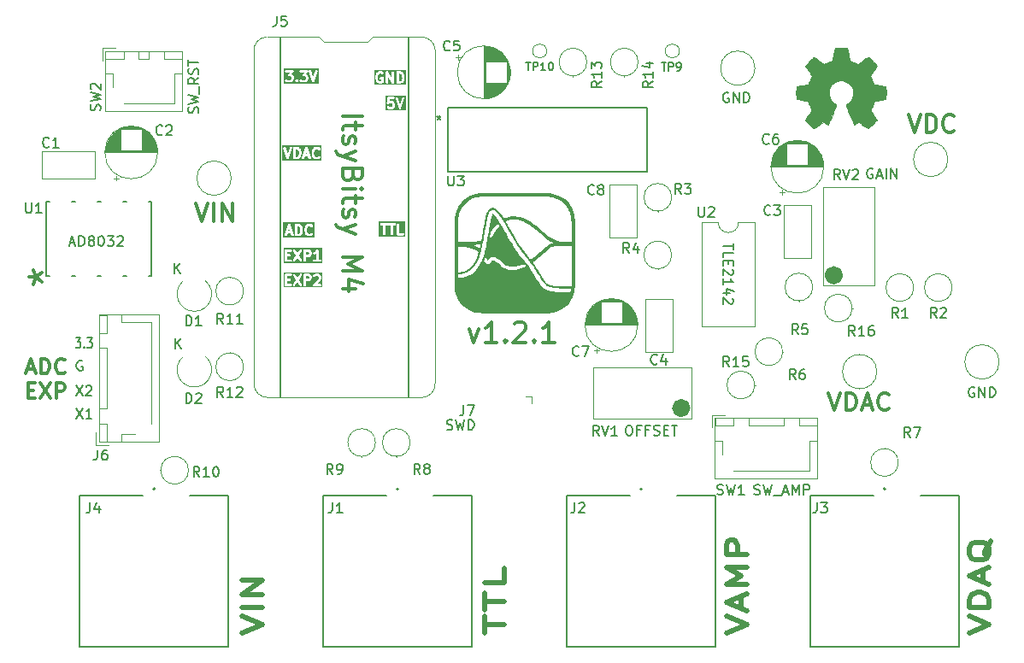
<source format=gbr>
%TF.GenerationSoftware,KiCad,Pcbnew,8.0.1*%
%TF.CreationDate,2024-04-27T15:38:08-04:00*%
%TF.ProjectId,odc-1.2,6f64632d-312e-4322-9e6b-696361645f70,1.2.1*%
%TF.SameCoordinates,Original*%
%TF.FileFunction,Legend,Top*%
%TF.FilePolarity,Positive*%
%FSLAX46Y46*%
G04 Gerber Fmt 4.6, Leading zero omitted, Abs format (unit mm)*
G04 Created by KiCad (PCBNEW 8.0.1) date 2024-04-27 15:38:08*
%MOMM*%
%LPD*%
G01*
G04 APERTURE LIST*
%ADD10C,0.150000*%
%ADD11C,0.891241*%
%ADD12C,0.250000*%
%ADD13C,0.500000*%
%ADD14C,0.300000*%
%ADD15C,0.200000*%
%ADD16C,0.120000*%
%ADD17C,0.127000*%
%ADD18C,0.152400*%
%ADD19C,0.000000*%
%ADD20C,0.010000*%
%ADD21C,0.100000*%
G04 APERTURE END LIST*
D10*
X89250000Y-50325000D02*
X89250000Y-86000000D01*
D11*
X131779379Y-73925000D02*
G75*
G02*
X130888139Y-73925000I-445620J0D01*
G01*
X130888139Y-73925000D02*
G75*
G02*
X131779379Y-73925000I445620J0D01*
G01*
X116670620Y-87091241D02*
G75*
G02*
X115779380Y-87091241I-445620J0D01*
G01*
X115779380Y-87091241D02*
G75*
G02*
X116670620Y-87091241I445620J0D01*
G01*
D10*
X76500000Y-50325000D02*
X76500000Y-86000000D01*
X92989160Y-89197200D02*
X93132017Y-89244819D01*
X93132017Y-89244819D02*
X93370112Y-89244819D01*
X93370112Y-89244819D02*
X93465350Y-89197200D01*
X93465350Y-89197200D02*
X93512969Y-89149580D01*
X93512969Y-89149580D02*
X93560588Y-89054342D01*
X93560588Y-89054342D02*
X93560588Y-88959104D01*
X93560588Y-88959104D02*
X93512969Y-88863866D01*
X93512969Y-88863866D02*
X93465350Y-88816247D01*
X93465350Y-88816247D02*
X93370112Y-88768628D01*
X93370112Y-88768628D02*
X93179636Y-88721009D01*
X93179636Y-88721009D02*
X93084398Y-88673390D01*
X93084398Y-88673390D02*
X93036779Y-88625771D01*
X93036779Y-88625771D02*
X92989160Y-88530533D01*
X92989160Y-88530533D02*
X92989160Y-88435295D01*
X92989160Y-88435295D02*
X93036779Y-88340057D01*
X93036779Y-88340057D02*
X93084398Y-88292438D01*
X93084398Y-88292438D02*
X93179636Y-88244819D01*
X93179636Y-88244819D02*
X93417731Y-88244819D01*
X93417731Y-88244819D02*
X93560588Y-88292438D01*
X93893922Y-88244819D02*
X94132017Y-89244819D01*
X94132017Y-89244819D02*
X94322493Y-88530533D01*
X94322493Y-88530533D02*
X94512969Y-89244819D01*
X94512969Y-89244819D02*
X94751065Y-88244819D01*
X95132017Y-89244819D02*
X95132017Y-88244819D01*
X95132017Y-88244819D02*
X95370112Y-88244819D01*
X95370112Y-88244819D02*
X95512969Y-88292438D01*
X95512969Y-88292438D02*
X95608207Y-88387676D01*
X95608207Y-88387676D02*
X95655826Y-88482914D01*
X95655826Y-88482914D02*
X95703445Y-88673390D01*
X95703445Y-88673390D02*
X95703445Y-88816247D01*
X95703445Y-88816247D02*
X95655826Y-89006723D01*
X95655826Y-89006723D02*
X95608207Y-89101961D01*
X95608207Y-89101961D02*
X95512969Y-89197200D01*
X95512969Y-89197200D02*
X95370112Y-89244819D01*
X95370112Y-89244819D02*
X95132017Y-89244819D01*
X110979255Y-88798619D02*
X111169731Y-88798619D01*
X111169731Y-88798619D02*
X111264969Y-88846238D01*
X111264969Y-88846238D02*
X111360207Y-88941476D01*
X111360207Y-88941476D02*
X111407826Y-89131952D01*
X111407826Y-89131952D02*
X111407826Y-89465285D01*
X111407826Y-89465285D02*
X111360207Y-89655761D01*
X111360207Y-89655761D02*
X111264969Y-89751000D01*
X111264969Y-89751000D02*
X111169731Y-89798619D01*
X111169731Y-89798619D02*
X110979255Y-89798619D01*
X110979255Y-89798619D02*
X110884017Y-89751000D01*
X110884017Y-89751000D02*
X110788779Y-89655761D01*
X110788779Y-89655761D02*
X110741160Y-89465285D01*
X110741160Y-89465285D02*
X110741160Y-89131952D01*
X110741160Y-89131952D02*
X110788779Y-88941476D01*
X110788779Y-88941476D02*
X110884017Y-88846238D01*
X110884017Y-88846238D02*
X110979255Y-88798619D01*
X112169731Y-89274809D02*
X111836398Y-89274809D01*
X111836398Y-89798619D02*
X111836398Y-88798619D01*
X111836398Y-88798619D02*
X112312588Y-88798619D01*
X113026874Y-89274809D02*
X112693541Y-89274809D01*
X112693541Y-89798619D02*
X112693541Y-88798619D01*
X112693541Y-88798619D02*
X113169731Y-88798619D01*
X113503065Y-89751000D02*
X113645922Y-89798619D01*
X113645922Y-89798619D02*
X113884017Y-89798619D01*
X113884017Y-89798619D02*
X113979255Y-89751000D01*
X113979255Y-89751000D02*
X114026874Y-89703380D01*
X114026874Y-89703380D02*
X114074493Y-89608142D01*
X114074493Y-89608142D02*
X114074493Y-89512904D01*
X114074493Y-89512904D02*
X114026874Y-89417666D01*
X114026874Y-89417666D02*
X113979255Y-89370047D01*
X113979255Y-89370047D02*
X113884017Y-89322428D01*
X113884017Y-89322428D02*
X113693541Y-89274809D01*
X113693541Y-89274809D02*
X113598303Y-89227190D01*
X113598303Y-89227190D02*
X113550684Y-89179571D01*
X113550684Y-89179571D02*
X113503065Y-89084333D01*
X113503065Y-89084333D02*
X113503065Y-88989095D01*
X113503065Y-88989095D02*
X113550684Y-88893857D01*
X113550684Y-88893857D02*
X113598303Y-88846238D01*
X113598303Y-88846238D02*
X113693541Y-88798619D01*
X113693541Y-88798619D02*
X113931636Y-88798619D01*
X113931636Y-88798619D02*
X114074493Y-88846238D01*
X114503065Y-89274809D02*
X114836398Y-89274809D01*
X114979255Y-89798619D02*
X114503065Y-89798619D01*
X114503065Y-89798619D02*
X114503065Y-88798619D01*
X114503065Y-88798619D02*
X114979255Y-88798619D01*
X115264970Y-88798619D02*
X115836398Y-88798619D01*
X115550684Y-89798619D02*
X115550684Y-88798619D01*
D12*
G36*
X79329693Y-74031184D02*
G01*
X79349858Y-74050321D01*
X79376529Y-74101302D01*
X79377736Y-74185352D01*
X79353573Y-74235981D01*
X79334436Y-74256147D01*
X79283899Y-74282586D01*
X79053304Y-74283953D01*
X79052657Y-74007890D01*
X79278086Y-74006554D01*
X79329693Y-74031184D01*
G37*
G36*
X80703520Y-75133619D02*
G01*
X76822568Y-75133619D01*
X76822568Y-73883619D01*
X76947568Y-73883619D01*
X76949970Y-74908005D01*
X76968634Y-74953065D01*
X77003122Y-74987553D01*
X77048182Y-75006217D01*
X77072568Y-75008619D01*
X77573144Y-75006217D01*
X77618204Y-74987553D01*
X77652692Y-74953065D01*
X77671356Y-74908005D01*
X77671356Y-74883749D01*
X77757092Y-74883749D01*
X77766657Y-74931576D01*
X77793797Y-74972100D01*
X77834377Y-74999154D01*
X77882222Y-75008619D01*
X77930049Y-74999054D01*
X77970573Y-74971914D01*
X77986098Y-74952956D01*
X78215862Y-74606842D01*
X78460277Y-74971914D01*
X78500801Y-74999054D01*
X78548628Y-75008619D01*
X78596473Y-74999154D01*
X78637053Y-74972100D01*
X78664193Y-74931576D01*
X78673758Y-74883749D01*
X78664293Y-74835904D01*
X78652764Y-74814281D01*
X78364240Y-74383327D01*
X78664293Y-73931334D01*
X78673732Y-73883619D01*
X78804711Y-73883619D01*
X78807113Y-74908005D01*
X78825777Y-74953065D01*
X78860265Y-74987553D01*
X78905325Y-75006217D01*
X78954097Y-75006217D01*
X78999157Y-74987553D01*
X79033645Y-74953065D01*
X79052309Y-74908005D01*
X79711875Y-74908005D01*
X79730539Y-74953065D01*
X79765027Y-74987553D01*
X79792794Y-74999054D01*
X79810086Y-75006217D01*
X79810087Y-75006217D01*
X79834473Y-75008619D01*
X80477906Y-75006217D01*
X80522966Y-74987553D01*
X80557454Y-74953065D01*
X80576118Y-74908005D01*
X80576118Y-74859233D01*
X80557454Y-74814173D01*
X80522966Y-74779685D01*
X80477906Y-74761021D01*
X80453520Y-74758619D01*
X80133834Y-74759812D01*
X80478879Y-74412769D01*
X80482541Y-74410939D01*
X80495116Y-74396438D01*
X80509834Y-74381636D01*
X80511552Y-74377486D01*
X80514496Y-74374093D01*
X80524486Y-74351718D01*
X80570235Y-74207921D01*
X80576118Y-74193719D01*
X80576729Y-74187508D01*
X80577538Y-74184968D01*
X80577304Y-74181676D01*
X80578520Y-74169333D01*
X80576956Y-74091472D01*
X80577538Y-74089728D01*
X80576678Y-74077636D01*
X80576118Y-74049709D01*
X80574399Y-74045559D01*
X80574081Y-74041079D01*
X80565323Y-74018193D01*
X80515239Y-73922459D01*
X80509834Y-73909410D01*
X80505912Y-73904632D01*
X80504650Y-73902218D01*
X80502158Y-73900056D01*
X80494289Y-73890468D01*
X80442967Y-73841766D01*
X80434921Y-73832489D01*
X80429781Y-73829253D01*
X80427728Y-73827305D01*
X80424681Y-73826043D01*
X80414183Y-73819434D01*
X80333943Y-73781138D01*
X80332490Y-73779685D01*
X80320441Y-73774694D01*
X80296060Y-73763058D01*
X80291578Y-73762739D01*
X80287430Y-73761021D01*
X80263044Y-73758619D01*
X80043659Y-73760626D01*
X80040582Y-73759601D01*
X80023560Y-73760810D01*
X80000563Y-73761021D01*
X79996413Y-73762739D01*
X79991933Y-73763058D01*
X79969047Y-73771816D01*
X79873313Y-73821899D01*
X79860264Y-73827305D01*
X79855486Y-73831226D01*
X79853072Y-73832489D01*
X79850910Y-73834980D01*
X79841322Y-73842850D01*
X79778159Y-73909411D01*
X79759494Y-73954470D01*
X79759494Y-74003244D01*
X79778159Y-74048303D01*
X79812646Y-74082790D01*
X79857705Y-74101455D01*
X79906479Y-74101455D01*
X79951538Y-74082790D01*
X79970480Y-74067245D01*
X80001175Y-74034899D01*
X80051880Y-74008372D01*
X80230845Y-74006734D01*
X80282074Y-74031184D01*
X80302239Y-74050321D01*
X80329072Y-74101611D01*
X80329953Y-74145461D01*
X80299155Y-74242266D01*
X79730712Y-74813999D01*
X79730539Y-74814173D01*
X79711875Y-74859233D01*
X79711875Y-74908005D01*
X79052309Y-74908005D01*
X79054711Y-74883619D01*
X79053885Y-74531692D01*
X79291539Y-74530283D01*
X79295029Y-74531447D01*
X79313199Y-74530155D01*
X79335049Y-74530026D01*
X79339197Y-74528307D01*
X79343679Y-74527989D01*
X79366565Y-74519231D01*
X79462301Y-74469145D01*
X79475347Y-74463742D01*
X79480123Y-74459822D01*
X79482540Y-74458558D01*
X79484703Y-74456063D01*
X79494289Y-74448197D01*
X79542994Y-74396872D01*
X79552269Y-74388829D01*
X79555502Y-74383692D01*
X79557453Y-74381637D01*
X79558716Y-74378586D01*
X79565323Y-74368092D01*
X79603619Y-74287851D01*
X79605073Y-74286398D01*
X79610064Y-74274348D01*
X79621700Y-74249968D01*
X79622018Y-74245487D01*
X79623737Y-74241338D01*
X79626139Y-74216952D01*
X79624346Y-74092159D01*
X79625157Y-74089728D01*
X79624097Y-74074820D01*
X79623737Y-74049709D01*
X79622018Y-74045559D01*
X79621700Y-74041079D01*
X79612942Y-74018193D01*
X79562858Y-73922459D01*
X79557453Y-73909410D01*
X79553531Y-73904632D01*
X79552269Y-73902218D01*
X79549777Y-73900056D01*
X79541908Y-73890468D01*
X79490586Y-73841766D01*
X79482540Y-73832489D01*
X79477400Y-73829253D01*
X79475347Y-73827305D01*
X79472300Y-73826043D01*
X79461802Y-73819434D01*
X79381562Y-73781138D01*
X79380109Y-73779685D01*
X79368060Y-73774694D01*
X79343679Y-73763058D01*
X79339197Y-73762739D01*
X79335049Y-73761021D01*
X79310663Y-73758619D01*
X78905325Y-73761021D01*
X78860265Y-73779685D01*
X78825777Y-73814173D01*
X78807113Y-73859233D01*
X78804711Y-73883619D01*
X78673732Y-73883619D01*
X78673758Y-73883489D01*
X78664193Y-73835662D01*
X78637053Y-73795138D01*
X78596473Y-73768084D01*
X78548628Y-73758619D01*
X78500801Y-73768184D01*
X78460277Y-73795324D01*
X78444752Y-73814282D01*
X78214987Y-74160395D01*
X77970573Y-73795324D01*
X77930049Y-73768184D01*
X77882222Y-73758619D01*
X77834377Y-73768084D01*
X77793797Y-73795138D01*
X77766657Y-73835662D01*
X77757092Y-73883489D01*
X77766557Y-73931334D01*
X77778086Y-73952956D01*
X78066609Y-74383910D01*
X77766557Y-74835904D01*
X77757092Y-74883749D01*
X77671356Y-74883749D01*
X77671356Y-74859233D01*
X77652692Y-74814173D01*
X77618204Y-74779685D01*
X77573144Y-74761021D01*
X77548758Y-74758619D01*
X77197278Y-74760305D01*
X77196630Y-74483975D01*
X77430287Y-74482407D01*
X77475347Y-74463743D01*
X77509835Y-74429255D01*
X77528499Y-74384195D01*
X77528499Y-74335423D01*
X77509835Y-74290363D01*
X77475347Y-74255875D01*
X77430287Y-74237211D01*
X77405901Y-74234809D01*
X77196049Y-74236218D01*
X77195514Y-74008029D01*
X77573144Y-74006217D01*
X77618204Y-73987553D01*
X77652692Y-73953065D01*
X77671356Y-73908005D01*
X77671356Y-73859233D01*
X77652692Y-73814173D01*
X77618204Y-73779685D01*
X77573144Y-73761021D01*
X77548758Y-73758619D01*
X77048182Y-73761021D01*
X77003122Y-73779685D01*
X76968634Y-73814173D01*
X76949970Y-73859233D01*
X76947568Y-73883619D01*
X76822568Y-73883619D01*
X76822568Y-73633619D01*
X80703520Y-73633619D01*
X80703520Y-75133619D01*
G37*
D13*
X120729238Y-109423433D02*
X122729238Y-108556767D01*
X122729238Y-108556767D02*
X120729238Y-107690100D01*
X122157809Y-106947243D02*
X122157809Y-105709148D01*
X122729238Y-107194862D02*
X120729238Y-106328196D01*
X120729238Y-106328196D02*
X122729238Y-105461529D01*
X122729238Y-104594863D02*
X120729238Y-104594863D01*
X120729238Y-104594863D02*
X122157809Y-103728196D01*
X122157809Y-103728196D02*
X120729238Y-102861530D01*
X120729238Y-102861530D02*
X122729238Y-102861530D01*
X122729238Y-101623434D02*
X120729238Y-101623434D01*
X120729238Y-101623434D02*
X120729238Y-100632958D01*
X120729238Y-100632958D02*
X120824476Y-100385339D01*
X120824476Y-100385339D02*
X120919714Y-100261529D01*
X120919714Y-100261529D02*
X121110190Y-100137720D01*
X121110190Y-100137720D02*
X121395904Y-100137720D01*
X121395904Y-100137720D02*
X121586380Y-100261529D01*
X121586380Y-100261529D02*
X121681619Y-100385339D01*
X121681619Y-100385339D02*
X121776857Y-100632958D01*
X121776857Y-100632958D02*
X121776857Y-101623434D01*
D12*
G36*
X80353347Y-54940619D02*
G01*
X76856732Y-54940619D01*
X76856732Y-54619765D01*
X76981732Y-54619765D01*
X77000396Y-54664825D01*
X77015941Y-54683767D01*
X77067268Y-54732477D01*
X77075310Y-54741749D01*
X77080443Y-54744980D01*
X77082501Y-54746933D01*
X77085554Y-54748197D01*
X77096047Y-54754803D01*
X77176287Y-54793099D01*
X77177741Y-54794553D01*
X77189790Y-54799544D01*
X77214171Y-54811180D01*
X77218651Y-54811498D01*
X77222801Y-54813217D01*
X77247187Y-54815619D01*
X77514009Y-54813552D01*
X77517267Y-54814638D01*
X77534809Y-54813391D01*
X77557287Y-54813217D01*
X77561435Y-54811498D01*
X77565917Y-54811180D01*
X77588803Y-54802422D01*
X77684535Y-54752338D01*
X77697586Y-54746933D01*
X77702363Y-54743012D01*
X77704778Y-54741749D01*
X77706940Y-54739255D01*
X77716528Y-54731387D01*
X77765229Y-54680065D01*
X77774507Y-54672019D01*
X77777422Y-54667388D01*
X77981732Y-54667388D01*
X78000397Y-54712447D01*
X78000401Y-54712451D01*
X78015942Y-54731388D01*
X78082502Y-54794552D01*
X78082503Y-54794553D01*
X78101501Y-54802422D01*
X78127562Y-54813217D01*
X78127563Y-54813217D01*
X78176335Y-54813217D01*
X78176336Y-54813217D01*
X78189533Y-54807750D01*
X78221395Y-54794553D01*
X78221400Y-54794547D01*
X78240337Y-54779007D01*
X78303501Y-54712447D01*
X78319019Y-54674984D01*
X78322166Y-54667388D01*
X78322166Y-54619765D01*
X78410303Y-54619765D01*
X78428967Y-54664825D01*
X78444512Y-54683767D01*
X78495839Y-54732477D01*
X78503881Y-54741749D01*
X78509014Y-54744980D01*
X78511072Y-54746933D01*
X78514125Y-54748197D01*
X78524618Y-54754803D01*
X78604858Y-54793099D01*
X78606312Y-54794553D01*
X78618361Y-54799544D01*
X78642742Y-54811180D01*
X78647222Y-54811498D01*
X78651372Y-54813217D01*
X78675758Y-54815619D01*
X78942580Y-54813552D01*
X78945838Y-54814638D01*
X78963380Y-54813391D01*
X78985858Y-54813217D01*
X78990006Y-54811498D01*
X78994488Y-54811180D01*
X79017374Y-54802422D01*
X79113106Y-54752338D01*
X79126157Y-54746933D01*
X79130934Y-54743012D01*
X79133349Y-54741749D01*
X79135511Y-54739255D01*
X79145099Y-54731387D01*
X79193800Y-54680065D01*
X79203078Y-54672019D01*
X79206313Y-54666879D01*
X79208263Y-54664825D01*
X79209525Y-54661776D01*
X79216132Y-54651282D01*
X79254428Y-54571041D01*
X79255882Y-54569588D01*
X79260873Y-54557538D01*
X79272509Y-54533158D01*
X79272827Y-54528677D01*
X79274546Y-54524528D01*
X79276948Y-54500142D01*
X79274940Y-54280757D01*
X79275966Y-54277680D01*
X79274756Y-54260658D01*
X79274546Y-54237661D01*
X79272827Y-54233511D01*
X79272509Y-54229031D01*
X79263751Y-54206145D01*
X79213667Y-54110411D01*
X79208262Y-54097362D01*
X79204340Y-54092584D01*
X79203078Y-54090170D01*
X79200586Y-54088008D01*
X79192717Y-54078420D01*
X79141395Y-54029718D01*
X79133349Y-54020441D01*
X79128209Y-54017205D01*
X79126156Y-54015257D01*
X79123109Y-54013995D01*
X79112611Y-54007386D01*
X79061044Y-53982775D01*
X79242807Y-53773139D01*
X79255882Y-53760065D01*
X79257472Y-53756226D01*
X79260271Y-53752998D01*
X79266777Y-53733759D01*
X79274546Y-53715005D01*
X79274546Y-53710791D01*
X79275897Y-53706797D01*
X79275861Y-53706253D01*
X79313645Y-53706253D01*
X79319078Y-53730147D01*
X79649827Y-54715078D01*
X79650435Y-54723634D01*
X79657333Y-54737430D01*
X79662401Y-54752522D01*
X79668251Y-54759268D01*
X79672247Y-54767259D01*
X79684087Y-54777527D01*
X79694356Y-54789368D01*
X79702347Y-54793363D01*
X79709093Y-54799214D01*
X79723958Y-54804169D01*
X79737980Y-54811180D01*
X79746890Y-54811813D01*
X79755362Y-54814637D01*
X79770995Y-54813526D01*
X79786630Y-54814637D01*
X79795101Y-54811813D01*
X79804011Y-54811180D01*
X79818031Y-54804169D01*
X79832899Y-54799214D01*
X79839644Y-54793363D01*
X79847636Y-54789368D01*
X79857907Y-54777524D01*
X79869745Y-54767258D01*
X79873739Y-54759269D01*
X79879591Y-54752522D01*
X79889581Y-54730147D01*
X80228347Y-53706254D01*
X80224890Y-53657604D01*
X80203078Y-53613980D01*
X80166232Y-53582024D01*
X80119963Y-53566601D01*
X80071313Y-53570058D01*
X80027689Y-53591870D01*
X79995734Y-53628716D01*
X79985743Y-53651091D01*
X79771361Y-54299045D01*
X79546258Y-53628716D01*
X79514303Y-53591870D01*
X79470678Y-53570058D01*
X79422029Y-53566601D01*
X79375760Y-53582024D01*
X79338914Y-53613979D01*
X79317102Y-53657604D01*
X79313645Y-53706253D01*
X79275861Y-53706253D01*
X79274546Y-53686529D01*
X79274546Y-53666233D01*
X79272933Y-53662340D01*
X79272653Y-53658131D01*
X79263649Y-53639925D01*
X79255882Y-53621173D01*
X79252900Y-53618191D01*
X79251032Y-53614413D01*
X79235751Y-53601042D01*
X79221394Y-53586685D01*
X79217499Y-53585071D01*
X79214327Y-53582296D01*
X79195088Y-53575789D01*
X79176334Y-53568021D01*
X79170389Y-53567435D01*
X79168126Y-53566670D01*
X79164841Y-53566888D01*
X79151948Y-53565619D01*
X78508515Y-53568021D01*
X78463455Y-53586685D01*
X78428967Y-53621173D01*
X78410303Y-53666233D01*
X78410303Y-53715005D01*
X78428967Y-53760065D01*
X78463455Y-53794553D01*
X78508515Y-53813217D01*
X78532901Y-53815619D01*
X78879248Y-53814326D01*
X78727755Y-53989050D01*
X78714681Y-54002125D01*
X78713090Y-54005963D01*
X78710292Y-54009192D01*
X78703785Y-54028430D01*
X78696017Y-54047185D01*
X78696017Y-54051398D01*
X78694666Y-54055393D01*
X78696017Y-54075654D01*
X78696017Y-54095957D01*
X78697630Y-54099852D01*
X78697911Y-54104059D01*
X78706910Y-54122257D01*
X78714681Y-54141017D01*
X78717662Y-54143998D01*
X78719531Y-54147777D01*
X78734811Y-54161147D01*
X78749169Y-54175505D01*
X78753063Y-54177118D01*
X78756236Y-54179894D01*
X78775474Y-54186400D01*
X78794229Y-54194169D01*
X78800173Y-54194754D01*
X78802437Y-54195520D01*
X78805721Y-54195300D01*
X78818615Y-54196571D01*
X78929872Y-54194973D01*
X78980502Y-54219136D01*
X79000667Y-54238273D01*
X79027194Y-54288978D01*
X79028832Y-54467942D01*
X79004381Y-54519173D01*
X78985245Y-54539338D01*
X78934613Y-54565827D01*
X78708121Y-54567581D01*
X78656729Y-54543053D01*
X78602348Y-54491447D01*
X78557289Y-54472782D01*
X78508516Y-54472782D01*
X78463456Y-54491446D01*
X78428968Y-54525933D01*
X78410303Y-54570992D01*
X78410303Y-54619765D01*
X78322166Y-54619765D01*
X78322166Y-54618614D01*
X78303502Y-54573555D01*
X78287957Y-54554612D01*
X78221396Y-54491447D01*
X78221395Y-54491446D01*
X78202731Y-54483715D01*
X78176337Y-54472782D01*
X78176335Y-54472782D01*
X78176334Y-54472782D01*
X78127561Y-54472782D01*
X78082501Y-54491447D01*
X78063560Y-54506993D01*
X78000396Y-54573555D01*
X77994958Y-54586685D01*
X77981732Y-54618613D01*
X77981732Y-54618614D01*
X77981732Y-54618615D01*
X77981732Y-54667388D01*
X77777422Y-54667388D01*
X77777742Y-54666879D01*
X77779692Y-54664825D01*
X77780954Y-54661776D01*
X77787561Y-54651282D01*
X77825857Y-54571041D01*
X77827311Y-54569588D01*
X77832302Y-54557538D01*
X77843938Y-54533158D01*
X77844256Y-54528677D01*
X77845975Y-54524528D01*
X77848377Y-54500142D01*
X77846369Y-54280757D01*
X77847395Y-54277680D01*
X77846185Y-54260658D01*
X77845975Y-54237661D01*
X77844256Y-54233511D01*
X77843938Y-54229031D01*
X77835180Y-54206145D01*
X77785096Y-54110411D01*
X77779691Y-54097362D01*
X77775769Y-54092584D01*
X77774507Y-54090170D01*
X77772015Y-54088008D01*
X77764146Y-54078420D01*
X77712824Y-54029718D01*
X77704778Y-54020441D01*
X77699638Y-54017205D01*
X77697585Y-54015257D01*
X77694538Y-54013995D01*
X77684040Y-54007386D01*
X77632473Y-53982775D01*
X77814236Y-53773139D01*
X77827311Y-53760065D01*
X77828901Y-53756226D01*
X77831700Y-53752998D01*
X77838206Y-53733759D01*
X77845975Y-53715005D01*
X77845975Y-53710791D01*
X77847326Y-53706797D01*
X77845975Y-53686529D01*
X77845975Y-53666233D01*
X77844362Y-53662340D01*
X77844082Y-53658131D01*
X77835078Y-53639925D01*
X77827311Y-53621173D01*
X77824329Y-53618191D01*
X77822461Y-53614413D01*
X77807180Y-53601042D01*
X77792823Y-53586685D01*
X77788928Y-53585071D01*
X77785756Y-53582296D01*
X77766517Y-53575789D01*
X77747763Y-53568021D01*
X77741818Y-53567435D01*
X77739555Y-53566670D01*
X77736270Y-53566888D01*
X77723377Y-53565619D01*
X77079944Y-53568021D01*
X77034884Y-53586685D01*
X77000396Y-53621173D01*
X76981732Y-53666233D01*
X76981732Y-53715005D01*
X77000396Y-53760065D01*
X77034884Y-53794553D01*
X77079944Y-53813217D01*
X77104330Y-53815619D01*
X77450677Y-53814326D01*
X77299184Y-53989050D01*
X77286110Y-54002125D01*
X77284519Y-54005963D01*
X77281721Y-54009192D01*
X77275214Y-54028430D01*
X77267446Y-54047185D01*
X77267446Y-54051398D01*
X77266095Y-54055393D01*
X77267446Y-54075654D01*
X77267446Y-54095957D01*
X77269059Y-54099852D01*
X77269340Y-54104059D01*
X77278339Y-54122257D01*
X77286110Y-54141017D01*
X77289091Y-54143998D01*
X77290960Y-54147777D01*
X77306240Y-54161147D01*
X77320598Y-54175505D01*
X77324492Y-54177118D01*
X77327665Y-54179894D01*
X77346903Y-54186400D01*
X77365658Y-54194169D01*
X77371602Y-54194754D01*
X77373866Y-54195520D01*
X77377150Y-54195300D01*
X77390044Y-54196571D01*
X77501301Y-54194973D01*
X77551931Y-54219136D01*
X77572096Y-54238273D01*
X77598623Y-54288978D01*
X77600261Y-54467942D01*
X77575810Y-54519173D01*
X77556674Y-54539338D01*
X77506042Y-54565827D01*
X77279550Y-54567581D01*
X77228158Y-54543053D01*
X77173777Y-54491447D01*
X77128718Y-54472782D01*
X77079945Y-54472782D01*
X77034885Y-54491446D01*
X77000397Y-54525933D01*
X76981732Y-54570992D01*
X76981732Y-54619765D01*
X76856732Y-54619765D01*
X76856732Y-53440619D01*
X80353347Y-53440619D01*
X80353347Y-54940619D01*
G37*
D10*
X135188588Y-63395438D02*
X135093350Y-63347819D01*
X135093350Y-63347819D02*
X134950493Y-63347819D01*
X134950493Y-63347819D02*
X134807636Y-63395438D01*
X134807636Y-63395438D02*
X134712398Y-63490676D01*
X134712398Y-63490676D02*
X134664779Y-63585914D01*
X134664779Y-63585914D02*
X134617160Y-63776390D01*
X134617160Y-63776390D02*
X134617160Y-63919247D01*
X134617160Y-63919247D02*
X134664779Y-64109723D01*
X134664779Y-64109723D02*
X134712398Y-64204961D01*
X134712398Y-64204961D02*
X134807636Y-64300200D01*
X134807636Y-64300200D02*
X134950493Y-64347819D01*
X134950493Y-64347819D02*
X135045731Y-64347819D01*
X135045731Y-64347819D02*
X135188588Y-64300200D01*
X135188588Y-64300200D02*
X135236207Y-64252580D01*
X135236207Y-64252580D02*
X135236207Y-63919247D01*
X135236207Y-63919247D02*
X135045731Y-63919247D01*
X135617160Y-64062104D02*
X136093350Y-64062104D01*
X135521922Y-64347819D02*
X135855255Y-63347819D01*
X135855255Y-63347819D02*
X136188588Y-64347819D01*
X136521922Y-64347819D02*
X136521922Y-63347819D01*
X136998112Y-64347819D02*
X136998112Y-63347819D01*
X136998112Y-63347819D02*
X137569540Y-64347819D01*
X137569540Y-64347819D02*
X137569540Y-63347819D01*
D12*
G36*
X78241418Y-61465199D02*
G01*
X78301465Y-61523460D01*
X78333966Y-61585586D01*
X78376254Y-61747239D01*
X78377875Y-61860097D01*
X78339384Y-62021506D01*
X78306205Y-62091026D01*
X78245853Y-62153229D01*
X78152554Y-62185758D01*
X78054420Y-62186656D01*
X78052656Y-61434493D01*
X78142325Y-61433673D01*
X78241418Y-61465199D01*
G37*
G36*
X79186492Y-61900728D02*
G01*
X79053923Y-61901364D01*
X79119821Y-61702191D01*
X79186492Y-61900728D01*
G37*
G36*
X80605880Y-62560619D02*
G01*
X76680693Y-62560619D01*
X76680693Y-61326253D01*
X76805693Y-61326253D01*
X76811126Y-61350147D01*
X77141875Y-62335078D01*
X77142483Y-62343634D01*
X77149381Y-62357430D01*
X77154449Y-62372522D01*
X77160299Y-62379268D01*
X77164295Y-62387259D01*
X77176135Y-62397527D01*
X77186404Y-62409368D01*
X77194395Y-62413363D01*
X77201141Y-62419214D01*
X77216006Y-62424169D01*
X77230028Y-62431180D01*
X77238938Y-62431813D01*
X77247410Y-62434637D01*
X77263043Y-62433526D01*
X77278678Y-62434637D01*
X77287149Y-62431813D01*
X77296059Y-62431180D01*
X77310079Y-62424169D01*
X77324947Y-62419214D01*
X77331692Y-62413363D01*
X77339684Y-62409368D01*
X77349955Y-62397524D01*
X77361793Y-62387258D01*
X77365787Y-62379269D01*
X77371639Y-62372522D01*
X77381629Y-62350147D01*
X77720395Y-61326254D01*
X77719284Y-61310619D01*
X77804711Y-61310619D01*
X77807113Y-62335005D01*
X77825777Y-62380065D01*
X77860265Y-62414553D01*
X77905325Y-62433217D01*
X77929711Y-62435619D01*
X78166735Y-62433449D01*
X78183440Y-62434637D01*
X78189579Y-62433240D01*
X78192192Y-62433217D01*
X78195243Y-62431953D01*
X78207334Y-62429204D01*
X78332403Y-62385598D01*
X78335050Y-62385598D01*
X78349124Y-62379768D01*
X78372566Y-62371595D01*
X78375958Y-62368652D01*
X78380110Y-62366933D01*
X78399052Y-62351388D01*
X78453776Y-62294985D01*
X78662836Y-62294985D01*
X78666293Y-62343634D01*
X78688105Y-62387259D01*
X78724951Y-62419214D01*
X78771220Y-62434637D01*
X78819869Y-62431180D01*
X78863494Y-62409368D01*
X78895449Y-62372522D01*
X78905439Y-62350147D01*
X78971834Y-62149473D01*
X79269543Y-62148044D01*
X79344925Y-62372522D01*
X79376880Y-62409368D01*
X79420504Y-62431180D01*
X79469154Y-62434637D01*
X79515423Y-62419214D01*
X79552269Y-62387258D01*
X79574081Y-62343634D01*
X79577538Y-62294984D01*
X79572105Y-62271090D01*
X79393487Y-61739190D01*
X79614235Y-61739190D01*
X79616198Y-61875919D01*
X79614383Y-61888123D01*
X79616588Y-61903038D01*
X79616637Y-61906433D01*
X79617341Y-61908134D01*
X79617967Y-61912364D01*
X79665469Y-62093950D01*
X79666293Y-62105539D01*
X79673270Y-62123772D01*
X79673831Y-62125915D01*
X79674367Y-62126639D01*
X79675051Y-62128425D01*
X79725133Y-62224156D01*
X79730539Y-62237207D01*
X79734461Y-62241986D01*
X79735724Y-62244400D01*
X79738215Y-62246560D01*
X79746084Y-62256149D01*
X79829857Y-62337430D01*
X79830962Y-62339640D01*
X79842005Y-62349217D01*
X79860264Y-62366933D01*
X79864415Y-62368652D01*
X79867808Y-62371595D01*
X79890183Y-62381585D01*
X80033979Y-62427334D01*
X80048182Y-62433217D01*
X80054392Y-62433828D01*
X80056933Y-62434637D01*
X80060224Y-62434403D01*
X80072568Y-62435619D01*
X80169787Y-62433666D01*
X80183440Y-62434637D01*
X80189442Y-62433272D01*
X80192192Y-62433217D01*
X80195243Y-62431953D01*
X80207334Y-62429204D01*
X80332403Y-62385598D01*
X80335051Y-62385598D01*
X80349128Y-62379766D01*
X80372566Y-62371595D01*
X80375958Y-62368652D01*
X80380110Y-62366933D01*
X80399052Y-62351387D01*
X80462216Y-62284825D01*
X80480880Y-62239766D01*
X80480880Y-62190992D01*
X80462215Y-62145933D01*
X80427727Y-62111446D01*
X80382667Y-62092782D01*
X80333894Y-62092782D01*
X80288834Y-62111447D01*
X80269893Y-62126993D01*
X80244572Y-62153675D01*
X80152047Y-62185935D01*
X80096439Y-62187052D01*
X79998957Y-62156038D01*
X79938908Y-62097775D01*
X79906407Y-62035650D01*
X79864119Y-61873997D01*
X79862498Y-61761139D01*
X79900989Y-61599727D01*
X79934169Y-61530209D01*
X79994518Y-61468009D01*
X80088326Y-61435302D01*
X80143936Y-61434185D01*
X80242064Y-61465405D01*
X80288835Y-61509790D01*
X80333895Y-61528455D01*
X80382668Y-61528455D01*
X80427728Y-61509790D01*
X80462215Y-61475303D01*
X80480880Y-61430243D01*
X80480880Y-61381470D01*
X80462215Y-61336410D01*
X80446670Y-61317468D01*
X80409901Y-61282576D01*
X80409412Y-61281598D01*
X80403119Y-61276140D01*
X80380109Y-61254305D01*
X80375959Y-61252586D01*
X80372566Y-61249643D01*
X80350191Y-61239652D01*
X80206395Y-61193904D01*
X80192192Y-61188021D01*
X80185980Y-61187409D01*
X80183440Y-61186601D01*
X80180149Y-61186834D01*
X80167806Y-61185619D01*
X80070585Y-61187571D01*
X80056933Y-61186601D01*
X80050930Y-61187965D01*
X80048182Y-61188021D01*
X80045132Y-61189284D01*
X80033039Y-61192034D01*
X79907971Y-61235640D01*
X79905324Y-61235640D01*
X79891252Y-61241468D01*
X79867808Y-61249643D01*
X79864414Y-61252586D01*
X79860265Y-61254305D01*
X79841323Y-61269850D01*
X79747049Y-61367014D01*
X79735724Y-61376837D01*
X79732407Y-61382105D01*
X79730540Y-61384030D01*
X79729278Y-61387076D01*
X79722669Y-61397575D01*
X79679976Y-61487027D01*
X79673831Y-61495322D01*
X79667317Y-61513552D01*
X79666293Y-61515698D01*
X79666229Y-61516597D01*
X79665586Y-61518397D01*
X79621615Y-61702784D01*
X79616637Y-61714804D01*
X79615150Y-61729895D01*
X79614383Y-61733114D01*
X79614654Y-61734935D01*
X79614235Y-61739190D01*
X79393487Y-61739190D01*
X79241355Y-61286159D01*
X79240748Y-61277604D01*
X79233850Y-61263808D01*
X79228782Y-61248716D01*
X79222930Y-61241968D01*
X79218936Y-61233980D01*
X79207098Y-61223713D01*
X79196827Y-61211870D01*
X79188835Y-61207874D01*
X79182090Y-61202024D01*
X79167222Y-61197068D01*
X79153202Y-61190058D01*
X79144292Y-61189424D01*
X79135821Y-61186601D01*
X79120186Y-61187711D01*
X79104553Y-61186601D01*
X79096081Y-61189424D01*
X79087171Y-61190058D01*
X79073149Y-61197069D01*
X79058284Y-61202024D01*
X79051538Y-61207874D01*
X79043547Y-61211870D01*
X79033278Y-61223710D01*
X79021438Y-61233979D01*
X79017442Y-61241969D01*
X79011592Y-61248716D01*
X79001601Y-61271091D01*
X78763316Y-61991288D01*
X78759494Y-62000518D01*
X78759494Y-62002842D01*
X78662836Y-62294985D01*
X78453776Y-62294985D01*
X78493331Y-62254216D01*
X78504650Y-62244400D01*
X78507964Y-62239135D01*
X78509835Y-62237207D01*
X78511099Y-62234155D01*
X78517704Y-62223663D01*
X78560397Y-62134209D01*
X78566543Y-62125915D01*
X78573056Y-62107684D01*
X78574081Y-62105539D01*
X78574144Y-62104639D01*
X78574788Y-62102840D01*
X78618758Y-61918451D01*
X78623737Y-61906433D01*
X78625223Y-61891343D01*
X78625991Y-61888124D01*
X78625719Y-61886301D01*
X78626139Y-61882047D01*
X78624175Y-61745316D01*
X78625991Y-61733113D01*
X78623785Y-61718197D01*
X78623737Y-61714804D01*
X78623032Y-61713102D01*
X78622407Y-61708873D01*
X78574904Y-61527284D01*
X78574081Y-61515698D01*
X78567103Y-61497464D01*
X78566543Y-61495322D01*
X78566006Y-61494597D01*
X78565323Y-61492812D01*
X78515237Y-61397075D01*
X78509834Y-61384030D01*
X78505914Y-61379253D01*
X78504650Y-61376837D01*
X78502155Y-61374673D01*
X78494289Y-61365088D01*
X78410517Y-61283808D01*
X78409412Y-61281598D01*
X78398360Y-61272013D01*
X78380109Y-61254305D01*
X78375959Y-61252586D01*
X78372566Y-61249643D01*
X78350191Y-61239652D01*
X78206395Y-61193904D01*
X78192192Y-61188021D01*
X78185980Y-61187409D01*
X78183440Y-61186601D01*
X78180149Y-61186834D01*
X78167806Y-61185619D01*
X77905325Y-61188021D01*
X77860265Y-61206685D01*
X77825777Y-61241173D01*
X77807113Y-61286233D01*
X77804711Y-61310619D01*
X77719284Y-61310619D01*
X77716938Y-61277604D01*
X77695126Y-61233980D01*
X77658280Y-61202024D01*
X77612011Y-61186601D01*
X77563361Y-61190058D01*
X77519737Y-61211870D01*
X77487782Y-61248716D01*
X77477791Y-61271091D01*
X77263409Y-61919045D01*
X77038306Y-61248716D01*
X77006351Y-61211870D01*
X76962726Y-61190058D01*
X76914077Y-61186601D01*
X76867808Y-61202024D01*
X76830962Y-61233979D01*
X76809150Y-61277604D01*
X76805693Y-61326253D01*
X76680693Y-61326253D01*
X76680693Y-61060619D01*
X80605880Y-61060619D01*
X80605880Y-62560619D01*
G37*
G36*
X79329693Y-71618184D02*
G01*
X79349858Y-71637321D01*
X79376529Y-71688302D01*
X79377736Y-71772352D01*
X79353573Y-71822981D01*
X79334436Y-71843147D01*
X79283899Y-71869586D01*
X79053304Y-71870953D01*
X79052657Y-71594890D01*
X79278086Y-71593554D01*
X79329693Y-71618184D01*
G37*
G36*
X80701118Y-72720619D02*
G01*
X76822568Y-72720619D01*
X76822568Y-71470619D01*
X76947568Y-71470619D01*
X76949970Y-72495005D01*
X76968634Y-72540065D01*
X77003122Y-72574553D01*
X77048182Y-72593217D01*
X77072568Y-72595619D01*
X77573144Y-72593217D01*
X77618204Y-72574553D01*
X77652692Y-72540065D01*
X77671356Y-72495005D01*
X77671356Y-72470749D01*
X77757092Y-72470749D01*
X77766657Y-72518576D01*
X77793797Y-72559100D01*
X77834377Y-72586154D01*
X77882222Y-72595619D01*
X77930049Y-72586054D01*
X77970573Y-72558914D01*
X77986098Y-72539956D01*
X78215862Y-72193842D01*
X78460277Y-72558914D01*
X78500801Y-72586054D01*
X78548628Y-72595619D01*
X78596473Y-72586154D01*
X78637053Y-72559100D01*
X78664193Y-72518576D01*
X78673758Y-72470749D01*
X78664293Y-72422904D01*
X78652764Y-72401281D01*
X78364240Y-71970327D01*
X78664293Y-71518334D01*
X78673732Y-71470619D01*
X78804711Y-71470619D01*
X78807113Y-72495005D01*
X78825777Y-72540065D01*
X78860265Y-72574553D01*
X78905325Y-72593217D01*
X78954097Y-72593217D01*
X78999157Y-72574553D01*
X79033645Y-72540065D01*
X79052309Y-72495005D01*
X79054711Y-72470619D01*
X79053885Y-72118692D01*
X79291539Y-72117283D01*
X79295029Y-72118447D01*
X79313199Y-72117155D01*
X79335049Y-72117026D01*
X79339197Y-72115307D01*
X79343679Y-72114989D01*
X79366565Y-72106231D01*
X79462301Y-72056145D01*
X79475347Y-72050742D01*
X79480123Y-72046822D01*
X79482540Y-72045558D01*
X79484703Y-72043063D01*
X79494289Y-72035197D01*
X79542994Y-71983872D01*
X79552269Y-71975829D01*
X79555502Y-71970692D01*
X79557453Y-71968637D01*
X79558716Y-71965586D01*
X79565323Y-71955092D01*
X79603619Y-71874851D01*
X79605073Y-71873398D01*
X79610064Y-71861348D01*
X79621700Y-71836968D01*
X79622018Y-71832487D01*
X79623737Y-71828338D01*
X79626139Y-71803952D01*
X79625230Y-71740699D01*
X79758073Y-71740699D01*
X79761531Y-71789349D01*
X79783343Y-71832972D01*
X79820188Y-71864928D01*
X79866458Y-71880352D01*
X79915108Y-71876894D01*
X79937994Y-71868136D01*
X80033730Y-71818050D01*
X80043611Y-71813958D01*
X80044861Y-72347266D01*
X79857706Y-72348021D01*
X79812646Y-72366685D01*
X79778158Y-72401173D01*
X79759494Y-72446233D01*
X79759494Y-72495005D01*
X79778158Y-72540065D01*
X79812646Y-72574553D01*
X79857706Y-72593217D01*
X79882092Y-72595619D01*
X80477906Y-72593217D01*
X80522966Y-72574553D01*
X80557454Y-72540065D01*
X80576118Y-72495005D01*
X80576118Y-72446233D01*
X80557454Y-72401173D01*
X80522966Y-72366685D01*
X80477906Y-72348021D01*
X80453520Y-72345619D01*
X80292514Y-72346268D01*
X80290488Y-71482203D01*
X80292806Y-71470488D01*
X80290433Y-71458623D01*
X80290404Y-71446233D01*
X80285668Y-71434800D01*
X80283241Y-71422662D01*
X80276425Y-71412485D01*
X80271740Y-71401173D01*
X80262989Y-71392422D01*
X80256102Y-71382138D01*
X80245911Y-71375344D01*
X80237252Y-71366685D01*
X80225819Y-71361949D01*
X80215521Y-71355084D01*
X80203505Y-71352706D01*
X80192192Y-71348021D01*
X80179818Y-71348021D01*
X80167676Y-71345619D01*
X80155666Y-71348021D01*
X80143420Y-71348021D01*
X80131986Y-71352756D01*
X80119850Y-71355184D01*
X80109674Y-71361998D01*
X80098360Y-71366685D01*
X80089609Y-71375435D01*
X80079325Y-71382323D01*
X80063962Y-71401082D01*
X80063872Y-71401173D01*
X80063855Y-71401213D01*
X80063800Y-71401281D01*
X79981927Y-71527409D01*
X79907345Y-71604278D01*
X79805453Y-71657584D01*
X79773497Y-71694429D01*
X79758073Y-71740699D01*
X79625230Y-71740699D01*
X79624346Y-71679159D01*
X79625157Y-71676728D01*
X79624097Y-71661820D01*
X79623737Y-71636709D01*
X79622018Y-71632559D01*
X79621700Y-71628079D01*
X79612942Y-71605193D01*
X79562858Y-71509459D01*
X79557453Y-71496410D01*
X79553531Y-71491632D01*
X79552269Y-71489218D01*
X79549777Y-71487056D01*
X79541908Y-71477468D01*
X79490586Y-71428766D01*
X79482540Y-71419489D01*
X79477400Y-71416253D01*
X79475347Y-71414305D01*
X79472300Y-71413043D01*
X79461802Y-71406434D01*
X79381562Y-71368138D01*
X79380109Y-71366685D01*
X79368060Y-71361694D01*
X79343679Y-71350058D01*
X79339197Y-71349739D01*
X79335049Y-71348021D01*
X79310663Y-71345619D01*
X78905325Y-71348021D01*
X78860265Y-71366685D01*
X78825777Y-71401173D01*
X78807113Y-71446233D01*
X78804711Y-71470619D01*
X78673732Y-71470619D01*
X78673758Y-71470489D01*
X78664193Y-71422662D01*
X78637053Y-71382138D01*
X78596473Y-71355084D01*
X78548628Y-71345619D01*
X78500801Y-71355184D01*
X78460277Y-71382324D01*
X78444752Y-71401282D01*
X78214987Y-71747395D01*
X77970573Y-71382324D01*
X77930049Y-71355184D01*
X77882222Y-71345619D01*
X77834377Y-71355084D01*
X77793797Y-71382138D01*
X77766657Y-71422662D01*
X77757092Y-71470489D01*
X77766557Y-71518334D01*
X77778086Y-71539956D01*
X78066609Y-71970910D01*
X77766557Y-72422904D01*
X77757092Y-72470749D01*
X77671356Y-72470749D01*
X77671356Y-72446233D01*
X77652692Y-72401173D01*
X77618204Y-72366685D01*
X77573144Y-72348021D01*
X77548758Y-72345619D01*
X77197278Y-72347305D01*
X77196630Y-72070975D01*
X77430287Y-72069407D01*
X77475347Y-72050743D01*
X77509835Y-72016255D01*
X77528499Y-71971195D01*
X77528499Y-71922423D01*
X77509835Y-71877363D01*
X77475347Y-71842875D01*
X77430287Y-71824211D01*
X77405901Y-71821809D01*
X77196049Y-71823218D01*
X77195514Y-71595029D01*
X77573144Y-71593217D01*
X77618204Y-71574553D01*
X77652692Y-71540065D01*
X77671356Y-71495005D01*
X77671356Y-71446233D01*
X77652692Y-71401173D01*
X77618204Y-71366685D01*
X77573144Y-71348021D01*
X77548758Y-71345619D01*
X77048182Y-71348021D01*
X77003122Y-71366685D01*
X76968634Y-71401173D01*
X76949970Y-71446233D01*
X76947568Y-71470619D01*
X76822568Y-71470619D01*
X76822568Y-71220619D01*
X80701118Y-71220619D01*
X80701118Y-72720619D01*
G37*
D14*
X51458082Y-83257341D02*
X52172368Y-83257341D01*
X51315225Y-83685912D02*
X51815225Y-82185912D01*
X51815225Y-82185912D02*
X52315225Y-83685912D01*
X52815224Y-83685912D02*
X52815224Y-82185912D01*
X52815224Y-82185912D02*
X53172367Y-82185912D01*
X53172367Y-82185912D02*
X53386653Y-82257341D01*
X53386653Y-82257341D02*
X53529510Y-82400198D01*
X53529510Y-82400198D02*
X53600939Y-82543055D01*
X53600939Y-82543055D02*
X53672367Y-82828769D01*
X53672367Y-82828769D02*
X53672367Y-83043055D01*
X53672367Y-83043055D02*
X53600939Y-83328769D01*
X53600939Y-83328769D02*
X53529510Y-83471626D01*
X53529510Y-83471626D02*
X53386653Y-83614484D01*
X53386653Y-83614484D02*
X53172367Y-83685912D01*
X53172367Y-83685912D02*
X52815224Y-83685912D01*
X55172367Y-83543055D02*
X55100939Y-83614484D01*
X55100939Y-83614484D02*
X54886653Y-83685912D01*
X54886653Y-83685912D02*
X54743796Y-83685912D01*
X54743796Y-83685912D02*
X54529510Y-83614484D01*
X54529510Y-83614484D02*
X54386653Y-83471626D01*
X54386653Y-83471626D02*
X54315224Y-83328769D01*
X54315224Y-83328769D02*
X54243796Y-83043055D01*
X54243796Y-83043055D02*
X54243796Y-82828769D01*
X54243796Y-82828769D02*
X54315224Y-82543055D01*
X54315224Y-82543055D02*
X54386653Y-82400198D01*
X54386653Y-82400198D02*
X54529510Y-82257341D01*
X54529510Y-82257341D02*
X54743796Y-82185912D01*
X54743796Y-82185912D02*
X54886653Y-82185912D01*
X54886653Y-82185912D02*
X55100939Y-82257341D01*
X55100939Y-82257341D02*
X55172367Y-82328769D01*
X51529510Y-85315114D02*
X52029510Y-85315114D01*
X52243796Y-86100828D02*
X51529510Y-86100828D01*
X51529510Y-86100828D02*
X51529510Y-84600828D01*
X51529510Y-84600828D02*
X52243796Y-84600828D01*
X52743796Y-84600828D02*
X53743796Y-86100828D01*
X53743796Y-84600828D02*
X52743796Y-86100828D01*
X54315224Y-86100828D02*
X54315224Y-84600828D01*
X54315224Y-84600828D02*
X54886653Y-84600828D01*
X54886653Y-84600828D02*
X55029510Y-84672257D01*
X55029510Y-84672257D02*
X55100939Y-84743685D01*
X55100939Y-84743685D02*
X55172367Y-84886542D01*
X55172367Y-84886542D02*
X55172367Y-85100828D01*
X55172367Y-85100828D02*
X55100939Y-85243685D01*
X55100939Y-85243685D02*
X55029510Y-85315114D01*
X55029510Y-85315114D02*
X54886653Y-85386542D01*
X54886653Y-85386542D02*
X54315224Y-85386542D01*
D15*
X56274435Y-87117219D02*
X56941101Y-88117219D01*
X56941101Y-87117219D02*
X56274435Y-88117219D01*
X57845863Y-88117219D02*
X57274435Y-88117219D01*
X57560149Y-88117219D02*
X57560149Y-87117219D01*
X57560149Y-87117219D02*
X57464911Y-87260076D01*
X57464911Y-87260076D02*
X57369673Y-87355314D01*
X57369673Y-87355314D02*
X57274435Y-87402933D01*
X56274435Y-84867219D02*
X56941101Y-85867219D01*
X56941101Y-84867219D02*
X56274435Y-85867219D01*
X57274435Y-84962457D02*
X57322054Y-84914838D01*
X57322054Y-84914838D02*
X57417292Y-84867219D01*
X57417292Y-84867219D02*
X57655387Y-84867219D01*
X57655387Y-84867219D02*
X57750625Y-84914838D01*
X57750625Y-84914838D02*
X57798244Y-84962457D01*
X57798244Y-84962457D02*
X57845863Y-85057695D01*
X57845863Y-85057695D02*
X57845863Y-85152933D01*
X57845863Y-85152933D02*
X57798244Y-85295790D01*
X57798244Y-85295790D02*
X57226816Y-85867219D01*
X57226816Y-85867219D02*
X57845863Y-85867219D01*
D14*
X95208082Y-79231304D02*
X95684272Y-80564638D01*
X95684272Y-80564638D02*
X96160463Y-79231304D01*
X97969987Y-80564638D02*
X96827130Y-80564638D01*
X97398558Y-80564638D02*
X97398558Y-78564638D01*
X97398558Y-78564638D02*
X97208082Y-78850352D01*
X97208082Y-78850352D02*
X97017606Y-79040828D01*
X97017606Y-79040828D02*
X96827130Y-79136066D01*
X98827130Y-80374161D02*
X98922368Y-80469400D01*
X98922368Y-80469400D02*
X98827130Y-80564638D01*
X98827130Y-80564638D02*
X98731892Y-80469400D01*
X98731892Y-80469400D02*
X98827130Y-80374161D01*
X98827130Y-80374161D02*
X98827130Y-80564638D01*
X99684273Y-78755114D02*
X99779511Y-78659876D01*
X99779511Y-78659876D02*
X99969987Y-78564638D01*
X99969987Y-78564638D02*
X100446178Y-78564638D01*
X100446178Y-78564638D02*
X100636654Y-78659876D01*
X100636654Y-78659876D02*
X100731892Y-78755114D01*
X100731892Y-78755114D02*
X100827130Y-78945590D01*
X100827130Y-78945590D02*
X100827130Y-79136066D01*
X100827130Y-79136066D02*
X100731892Y-79421780D01*
X100731892Y-79421780D02*
X99589035Y-80564638D01*
X99589035Y-80564638D02*
X100827130Y-80564638D01*
X101684273Y-80374161D02*
X101779511Y-80469400D01*
X101779511Y-80469400D02*
X101684273Y-80564638D01*
X101684273Y-80564638D02*
X101589035Y-80469400D01*
X101589035Y-80469400D02*
X101684273Y-80374161D01*
X101684273Y-80374161D02*
X101684273Y-80564638D01*
X103684273Y-80564638D02*
X102541416Y-80564638D01*
X103112844Y-80564638D02*
X103112844Y-78564638D01*
X103112844Y-78564638D02*
X102922368Y-78850352D01*
X102922368Y-78850352D02*
X102731892Y-79040828D01*
X102731892Y-79040828D02*
X102541416Y-79136066D01*
D15*
X56245863Y-80117219D02*
X56741101Y-80117219D01*
X56741101Y-80117219D02*
X56474435Y-80498171D01*
X56474435Y-80498171D02*
X56588720Y-80498171D01*
X56588720Y-80498171D02*
X56664911Y-80545790D01*
X56664911Y-80545790D02*
X56703006Y-80593409D01*
X56703006Y-80593409D02*
X56741101Y-80688647D01*
X56741101Y-80688647D02*
X56741101Y-80926742D01*
X56741101Y-80926742D02*
X56703006Y-81021980D01*
X56703006Y-81021980D02*
X56664911Y-81069600D01*
X56664911Y-81069600D02*
X56588720Y-81117219D01*
X56588720Y-81117219D02*
X56360149Y-81117219D01*
X56360149Y-81117219D02*
X56283958Y-81069600D01*
X56283958Y-81069600D02*
X56245863Y-81021980D01*
X57083959Y-81021980D02*
X57122054Y-81069600D01*
X57122054Y-81069600D02*
X57083959Y-81117219D01*
X57083959Y-81117219D02*
X57045863Y-81069600D01*
X57045863Y-81069600D02*
X57083959Y-81021980D01*
X57083959Y-81021980D02*
X57083959Y-81117219D01*
X57388720Y-80117219D02*
X57883958Y-80117219D01*
X57883958Y-80117219D02*
X57617292Y-80498171D01*
X57617292Y-80498171D02*
X57731577Y-80498171D01*
X57731577Y-80498171D02*
X57807768Y-80545790D01*
X57807768Y-80545790D02*
X57845863Y-80593409D01*
X57845863Y-80593409D02*
X57883958Y-80688647D01*
X57883958Y-80688647D02*
X57883958Y-80926742D01*
X57883958Y-80926742D02*
X57845863Y-81021980D01*
X57845863Y-81021980D02*
X57807768Y-81069600D01*
X57807768Y-81069600D02*
X57731577Y-81117219D01*
X57731577Y-81117219D02*
X57503006Y-81117219D01*
X57503006Y-81117219D02*
X57426815Y-81069600D01*
X57426815Y-81069600D02*
X57388720Y-81021980D01*
D14*
X82660361Y-58123558D02*
X84660361Y-58123558D01*
X83993695Y-58790225D02*
X83993695Y-59552129D01*
X84660361Y-59075939D02*
X82946076Y-59075939D01*
X82946076Y-59075939D02*
X82755600Y-59171177D01*
X82755600Y-59171177D02*
X82660361Y-59361653D01*
X82660361Y-59361653D02*
X82660361Y-59552129D01*
X82755600Y-60123558D02*
X82660361Y-60314034D01*
X82660361Y-60314034D02*
X82660361Y-60694986D01*
X82660361Y-60694986D02*
X82755600Y-60885463D01*
X82755600Y-60885463D02*
X82946076Y-60980701D01*
X82946076Y-60980701D02*
X83041314Y-60980701D01*
X83041314Y-60980701D02*
X83231790Y-60885463D01*
X83231790Y-60885463D02*
X83327028Y-60694986D01*
X83327028Y-60694986D02*
X83327028Y-60409272D01*
X83327028Y-60409272D02*
X83422266Y-60218796D01*
X83422266Y-60218796D02*
X83612742Y-60123558D01*
X83612742Y-60123558D02*
X83707980Y-60123558D01*
X83707980Y-60123558D02*
X83898457Y-60218796D01*
X83898457Y-60218796D02*
X83993695Y-60409272D01*
X83993695Y-60409272D02*
X83993695Y-60694986D01*
X83993695Y-60694986D02*
X83898457Y-60885463D01*
X83993695Y-61647368D02*
X82660361Y-62123558D01*
X83993695Y-62599749D02*
X82660361Y-62123558D01*
X82660361Y-62123558D02*
X82184171Y-61933082D01*
X82184171Y-61933082D02*
X82088933Y-61837844D01*
X82088933Y-61837844D02*
X81993695Y-61647368D01*
X83707980Y-64028321D02*
X83612742Y-64314035D01*
X83612742Y-64314035D02*
X83517504Y-64409273D01*
X83517504Y-64409273D02*
X83327028Y-64504511D01*
X83327028Y-64504511D02*
X83041314Y-64504511D01*
X83041314Y-64504511D02*
X82850838Y-64409273D01*
X82850838Y-64409273D02*
X82755600Y-64314035D01*
X82755600Y-64314035D02*
X82660361Y-64123559D01*
X82660361Y-64123559D02*
X82660361Y-63361654D01*
X82660361Y-63361654D02*
X84660361Y-63361654D01*
X84660361Y-63361654D02*
X84660361Y-64028321D01*
X84660361Y-64028321D02*
X84565123Y-64218797D01*
X84565123Y-64218797D02*
X84469885Y-64314035D01*
X84469885Y-64314035D02*
X84279409Y-64409273D01*
X84279409Y-64409273D02*
X84088933Y-64409273D01*
X84088933Y-64409273D02*
X83898457Y-64314035D01*
X83898457Y-64314035D02*
X83803219Y-64218797D01*
X83803219Y-64218797D02*
X83707980Y-64028321D01*
X83707980Y-64028321D02*
X83707980Y-63361654D01*
X82660361Y-65361654D02*
X83993695Y-65361654D01*
X84660361Y-65361654D02*
X84565123Y-65266416D01*
X84565123Y-65266416D02*
X84469885Y-65361654D01*
X84469885Y-65361654D02*
X84565123Y-65456892D01*
X84565123Y-65456892D02*
X84660361Y-65361654D01*
X84660361Y-65361654D02*
X84469885Y-65361654D01*
X83993695Y-66028321D02*
X83993695Y-66790225D01*
X84660361Y-66314035D02*
X82946076Y-66314035D01*
X82946076Y-66314035D02*
X82755600Y-66409273D01*
X82755600Y-66409273D02*
X82660361Y-66599749D01*
X82660361Y-66599749D02*
X82660361Y-66790225D01*
X82755600Y-67361654D02*
X82660361Y-67552130D01*
X82660361Y-67552130D02*
X82660361Y-67933082D01*
X82660361Y-67933082D02*
X82755600Y-68123559D01*
X82755600Y-68123559D02*
X82946076Y-68218797D01*
X82946076Y-68218797D02*
X83041314Y-68218797D01*
X83041314Y-68218797D02*
X83231790Y-68123559D01*
X83231790Y-68123559D02*
X83327028Y-67933082D01*
X83327028Y-67933082D02*
X83327028Y-67647368D01*
X83327028Y-67647368D02*
X83422266Y-67456892D01*
X83422266Y-67456892D02*
X83612742Y-67361654D01*
X83612742Y-67361654D02*
X83707980Y-67361654D01*
X83707980Y-67361654D02*
X83898457Y-67456892D01*
X83898457Y-67456892D02*
X83993695Y-67647368D01*
X83993695Y-67647368D02*
X83993695Y-67933082D01*
X83993695Y-67933082D02*
X83898457Y-68123559D01*
X83993695Y-68885464D02*
X82660361Y-69361654D01*
X83993695Y-69837845D02*
X82660361Y-69361654D01*
X82660361Y-69361654D02*
X82184171Y-69171178D01*
X82184171Y-69171178D02*
X82088933Y-69075940D01*
X82088933Y-69075940D02*
X81993695Y-68885464D01*
X82660361Y-72123560D02*
X84660361Y-72123560D01*
X84660361Y-72123560D02*
X83231790Y-72790227D01*
X83231790Y-72790227D02*
X84660361Y-73456893D01*
X84660361Y-73456893D02*
X82660361Y-73456893D01*
X83993695Y-75266417D02*
X82660361Y-75266417D01*
X84755600Y-74790226D02*
X83327028Y-74314036D01*
X83327028Y-74314036D02*
X83327028Y-75552131D01*
D12*
G36*
X88957776Y-57607619D02*
G01*
X86935533Y-57607619D01*
X86935533Y-56845875D01*
X87060533Y-56845875D01*
X87062351Y-56851900D01*
X87062351Y-56858196D01*
X87069342Y-56875075D01*
X87074621Y-56892569D01*
X87078608Y-56897442D01*
X87081016Y-56903255D01*
X87093931Y-56916170D01*
X87105506Y-56930317D01*
X87111054Y-56933293D01*
X87115503Y-56937742D01*
X87132381Y-56944733D01*
X87148485Y-56953372D01*
X87154746Y-56953998D01*
X87160562Y-56956407D01*
X87178835Y-56956407D01*
X87197015Y-56958225D01*
X87203041Y-56956407D01*
X87209336Y-56956407D01*
X87226215Y-56949415D01*
X87243709Y-56944137D01*
X87248582Y-56940149D01*
X87254395Y-56937742D01*
X87273337Y-56922197D01*
X87304032Y-56889851D01*
X87354737Y-56863324D01*
X87533702Y-56861686D01*
X87584931Y-56886136D01*
X87605096Y-56905273D01*
X87631623Y-56955978D01*
X87633261Y-57134942D01*
X87608810Y-57186173D01*
X87589674Y-57206338D01*
X87538969Y-57232865D01*
X87360005Y-57234503D01*
X87308777Y-57210053D01*
X87254396Y-57158447D01*
X87209337Y-57139782D01*
X87160564Y-57139782D01*
X87115504Y-57158446D01*
X87081016Y-57192933D01*
X87062351Y-57237992D01*
X87062351Y-57286765D01*
X87081015Y-57331825D01*
X87096560Y-57350767D01*
X87147887Y-57399477D01*
X87155929Y-57408749D01*
X87161062Y-57411980D01*
X87163120Y-57413933D01*
X87166173Y-57415197D01*
X87176666Y-57421803D01*
X87256906Y-57460099D01*
X87258360Y-57461553D01*
X87270409Y-57466544D01*
X87294790Y-57478180D01*
X87299270Y-57478498D01*
X87303420Y-57480217D01*
X87327806Y-57482619D01*
X87547187Y-57480611D01*
X87550267Y-57481638D01*
X87567299Y-57480427D01*
X87590287Y-57480217D01*
X87594435Y-57478498D01*
X87598917Y-57478180D01*
X87621803Y-57469422D01*
X87717535Y-57419338D01*
X87730586Y-57413933D01*
X87735363Y-57410012D01*
X87737778Y-57408749D01*
X87739940Y-57406255D01*
X87749528Y-57398387D01*
X87798229Y-57347065D01*
X87807507Y-57339019D01*
X87810742Y-57333879D01*
X87812692Y-57331825D01*
X87813954Y-57328776D01*
X87820561Y-57318282D01*
X87858857Y-57238041D01*
X87860311Y-57236588D01*
X87865302Y-57224538D01*
X87876938Y-57200158D01*
X87877256Y-57195677D01*
X87878975Y-57191528D01*
X87881377Y-57167142D01*
X87879369Y-56947757D01*
X87880395Y-56944680D01*
X87879185Y-56927658D01*
X87878975Y-56904661D01*
X87877256Y-56900511D01*
X87876938Y-56896031D01*
X87868180Y-56873145D01*
X87818096Y-56777411D01*
X87812691Y-56764362D01*
X87808769Y-56759584D01*
X87807507Y-56757170D01*
X87805015Y-56755008D01*
X87797146Y-56745420D01*
X87745824Y-56696718D01*
X87737778Y-56687441D01*
X87732638Y-56684205D01*
X87730585Y-56682257D01*
X87727538Y-56680995D01*
X87717040Y-56674386D01*
X87636800Y-56636090D01*
X87635347Y-56634637D01*
X87623298Y-56629646D01*
X87598917Y-56618010D01*
X87594435Y-56617691D01*
X87590287Y-56615973D01*
X87565901Y-56613571D01*
X87346516Y-56615578D01*
X87343439Y-56614553D01*
X87331299Y-56615415D01*
X87343989Y-56482084D01*
X87733144Y-56480217D01*
X87778204Y-56461553D01*
X87812692Y-56427065D01*
X87831356Y-56382005D01*
X87831356Y-56373253D01*
X87918074Y-56373253D01*
X87923507Y-56397147D01*
X88254256Y-57382078D01*
X88254864Y-57390634D01*
X88261762Y-57404430D01*
X88266830Y-57419522D01*
X88272680Y-57426268D01*
X88276676Y-57434259D01*
X88288516Y-57444527D01*
X88298785Y-57456368D01*
X88306776Y-57460363D01*
X88313522Y-57466214D01*
X88328387Y-57471169D01*
X88342409Y-57478180D01*
X88351319Y-57478813D01*
X88359791Y-57481637D01*
X88375424Y-57480526D01*
X88391059Y-57481637D01*
X88399530Y-57478813D01*
X88408440Y-57478180D01*
X88422460Y-57471169D01*
X88437328Y-57466214D01*
X88444073Y-57460363D01*
X88452065Y-57456368D01*
X88462336Y-57444524D01*
X88474174Y-57434258D01*
X88478168Y-57426269D01*
X88484020Y-57419522D01*
X88494010Y-57397147D01*
X88832776Y-56373254D01*
X88829319Y-56324604D01*
X88807507Y-56280980D01*
X88770661Y-56249024D01*
X88724392Y-56233601D01*
X88675742Y-56237058D01*
X88632118Y-56258870D01*
X88600163Y-56295716D01*
X88590172Y-56318091D01*
X88375790Y-56966045D01*
X88150687Y-56295716D01*
X88118732Y-56258870D01*
X88075107Y-56237058D01*
X88026458Y-56233601D01*
X87980189Y-56249024D01*
X87943343Y-56280979D01*
X87921531Y-56324604D01*
X87918074Y-56373253D01*
X87831356Y-56373253D01*
X87831356Y-56333233D01*
X87812692Y-56288173D01*
X87778204Y-56253685D01*
X87733144Y-56235021D01*
X87708758Y-56232619D01*
X87237285Y-56234881D01*
X87220502Y-56233203D01*
X87214578Y-56234990D01*
X87208182Y-56235021D01*
X87191300Y-56242013D01*
X87173808Y-56247291D01*
X87168936Y-56251276D01*
X87163122Y-56253685D01*
X87150201Y-56266605D01*
X87136060Y-56278176D01*
X87133084Y-56283722D01*
X87128634Y-56288173D01*
X87121641Y-56305055D01*
X87113005Y-56321155D01*
X87111158Y-56330362D01*
X87109970Y-56333233D01*
X87109970Y-56336292D01*
X87108188Y-56345181D01*
X87064495Y-56804245D01*
X87062351Y-56809422D01*
X87062351Y-56826773D01*
X87060533Y-56845875D01*
X86935533Y-56845875D01*
X86935533Y-56107619D01*
X88957776Y-56107619D01*
X88957776Y-57607619D01*
G37*
D15*
X56893482Y-82414838D02*
X56798244Y-82367219D01*
X56798244Y-82367219D02*
X56655387Y-82367219D01*
X56655387Y-82367219D02*
X56512530Y-82414838D01*
X56512530Y-82414838D02*
X56417292Y-82510076D01*
X56417292Y-82510076D02*
X56369673Y-82605314D01*
X56369673Y-82605314D02*
X56322054Y-82795790D01*
X56322054Y-82795790D02*
X56322054Y-82938647D01*
X56322054Y-82938647D02*
X56369673Y-83129123D01*
X56369673Y-83129123D02*
X56417292Y-83224361D01*
X56417292Y-83224361D02*
X56512530Y-83319600D01*
X56512530Y-83319600D02*
X56655387Y-83367219D01*
X56655387Y-83367219D02*
X56750625Y-83367219D01*
X56750625Y-83367219D02*
X56893482Y-83319600D01*
X56893482Y-83319600D02*
X56941101Y-83271980D01*
X56941101Y-83271980D02*
X56941101Y-82938647D01*
X56941101Y-82938647D02*
X56750625Y-82938647D01*
D13*
X144729238Y-109423433D02*
X146729238Y-108556767D01*
X146729238Y-108556767D02*
X144729238Y-107690100D01*
X146729238Y-106823434D02*
X144729238Y-106823434D01*
X144729238Y-106823434D02*
X144729238Y-106204386D01*
X144729238Y-106204386D02*
X144824476Y-105832958D01*
X144824476Y-105832958D02*
X145014952Y-105585339D01*
X145014952Y-105585339D02*
X145205428Y-105461529D01*
X145205428Y-105461529D02*
X145586380Y-105337720D01*
X145586380Y-105337720D02*
X145872095Y-105337720D01*
X145872095Y-105337720D02*
X146253047Y-105461529D01*
X146253047Y-105461529D02*
X146443523Y-105585339D01*
X146443523Y-105585339D02*
X146634000Y-105832958D01*
X146634000Y-105832958D02*
X146729238Y-106204386D01*
X146729238Y-106204386D02*
X146729238Y-106823434D01*
X146157809Y-104347243D02*
X146157809Y-103109148D01*
X146729238Y-104594862D02*
X144729238Y-103728196D01*
X144729238Y-103728196D02*
X146729238Y-102861529D01*
X146919714Y-100261530D02*
X146824476Y-100509149D01*
X146824476Y-100509149D02*
X146634000Y-100756768D01*
X146634000Y-100756768D02*
X146348285Y-101128196D01*
X146348285Y-101128196D02*
X146253047Y-101375815D01*
X146253047Y-101375815D02*
X146253047Y-101623434D01*
X146729238Y-101499625D02*
X146634000Y-101747244D01*
X146634000Y-101747244D02*
X146443523Y-101994863D01*
X146443523Y-101994863D02*
X146062571Y-102118672D01*
X146062571Y-102118672D02*
X145395904Y-102118672D01*
X145395904Y-102118672D02*
X145014952Y-101994863D01*
X145014952Y-101994863D02*
X144824476Y-101747244D01*
X144824476Y-101747244D02*
X144729238Y-101499625D01*
X144729238Y-101499625D02*
X144729238Y-101004387D01*
X144729238Y-101004387D02*
X144824476Y-100756768D01*
X144824476Y-100756768D02*
X145014952Y-100509149D01*
X145014952Y-100509149D02*
X145395904Y-100385339D01*
X145395904Y-100385339D02*
X146062571Y-100385339D01*
X146062571Y-100385339D02*
X146443523Y-100509149D01*
X146443523Y-100509149D02*
X146634000Y-100756768D01*
X146634000Y-100756768D02*
X146729238Y-101004387D01*
X146729238Y-101004387D02*
X146729238Y-101499625D01*
D12*
G36*
X88900166Y-70114619D02*
G01*
X86262113Y-70114619D01*
X86262113Y-68889005D01*
X86387113Y-68889005D01*
X86405777Y-68934065D01*
X86440265Y-68968553D01*
X86485325Y-68987217D01*
X86509711Y-68989619D01*
X86670716Y-68988969D01*
X86672827Y-69889005D01*
X86691491Y-69934065D01*
X86725979Y-69968553D01*
X86771039Y-69987217D01*
X86819811Y-69987217D01*
X86864871Y-69968553D01*
X86899359Y-69934065D01*
X86918023Y-69889005D01*
X86920425Y-69864619D01*
X86918369Y-68987971D01*
X87105525Y-68987217D01*
X87150585Y-68968553D01*
X87176377Y-68942760D01*
X87202170Y-68968553D01*
X87247230Y-68987217D01*
X87271616Y-68989619D01*
X87432621Y-68988969D01*
X87434732Y-69889005D01*
X87453396Y-69934065D01*
X87487884Y-69968553D01*
X87532944Y-69987217D01*
X87581716Y-69987217D01*
X87626776Y-69968553D01*
X87661264Y-69934065D01*
X87679928Y-69889005D01*
X87682330Y-69864619D01*
X87680274Y-68987971D01*
X87867430Y-68987217D01*
X87912490Y-68968553D01*
X87946978Y-68934065D01*
X87965642Y-68889005D01*
X87965642Y-68864619D01*
X88051378Y-68864619D01*
X88053780Y-69889005D01*
X88072444Y-69934065D01*
X88106932Y-69968553D01*
X88151992Y-69987217D01*
X88176378Y-69989619D01*
X88676954Y-69987217D01*
X88722014Y-69968553D01*
X88756502Y-69934065D01*
X88775166Y-69889005D01*
X88775166Y-69840233D01*
X88756502Y-69795173D01*
X88722014Y-69760685D01*
X88676954Y-69742021D01*
X88652568Y-69739619D01*
X88301088Y-69741305D01*
X88298976Y-68840233D01*
X88280312Y-68795173D01*
X88245824Y-68760685D01*
X88200764Y-68742021D01*
X88151992Y-68742021D01*
X88106932Y-68760685D01*
X88072444Y-68795173D01*
X88053780Y-68840233D01*
X88051378Y-68864619D01*
X87965642Y-68864619D01*
X87965642Y-68840233D01*
X87946978Y-68795173D01*
X87912490Y-68760685D01*
X87867430Y-68742021D01*
X87843044Y-68739619D01*
X87247230Y-68742021D01*
X87202170Y-68760685D01*
X87176377Y-68786477D01*
X87150585Y-68760685D01*
X87105525Y-68742021D01*
X87081139Y-68739619D01*
X86485325Y-68742021D01*
X86440265Y-68760685D01*
X86405777Y-68795173D01*
X86387113Y-68840233D01*
X86387113Y-68889005D01*
X86262113Y-68889005D01*
X86262113Y-68614619D01*
X88900166Y-68614619D01*
X88900166Y-70114619D01*
G37*
G36*
X88448894Y-53972199D02*
G01*
X88508941Y-54030460D01*
X88541442Y-54092586D01*
X88583730Y-54254239D01*
X88585351Y-54367097D01*
X88546860Y-54528506D01*
X88513681Y-54598026D01*
X88453329Y-54660229D01*
X88360030Y-54692758D01*
X88261896Y-54693656D01*
X88260132Y-53941493D01*
X88349801Y-53940673D01*
X88448894Y-53972199D01*
G37*
G36*
X88958615Y-55067619D02*
G01*
X85791949Y-55067619D01*
X85791949Y-54246190D01*
X85916949Y-54246190D01*
X85918912Y-54382919D01*
X85917097Y-54395123D01*
X85919302Y-54410038D01*
X85919351Y-54413433D01*
X85920055Y-54415134D01*
X85920681Y-54419364D01*
X85968183Y-54600950D01*
X85969007Y-54612539D01*
X85975984Y-54630772D01*
X85976545Y-54632915D01*
X85977081Y-54633639D01*
X85977765Y-54635425D01*
X86027847Y-54731156D01*
X86033253Y-54744207D01*
X86037175Y-54748986D01*
X86038438Y-54751400D01*
X86040929Y-54753560D01*
X86048798Y-54763149D01*
X86132571Y-54844430D01*
X86133676Y-54846640D01*
X86144719Y-54856217D01*
X86162978Y-54873933D01*
X86167129Y-54875652D01*
X86170522Y-54878595D01*
X86192897Y-54888585D01*
X86336693Y-54934334D01*
X86350896Y-54940217D01*
X86357106Y-54940828D01*
X86359647Y-54941637D01*
X86362938Y-54941403D01*
X86375282Y-54942619D01*
X86472501Y-54940666D01*
X86486154Y-54941637D01*
X86492156Y-54940272D01*
X86494906Y-54940217D01*
X86497957Y-54938953D01*
X86510048Y-54936204D01*
X86635117Y-54892598D01*
X86637765Y-54892598D01*
X86651842Y-54886766D01*
X86675280Y-54878595D01*
X86678672Y-54875652D01*
X86682824Y-54873933D01*
X86701766Y-54858387D01*
X86764911Y-54791844D01*
X86764930Y-54791826D01*
X86783594Y-54746766D01*
X86785996Y-54722380D01*
X86783594Y-54364661D01*
X86764930Y-54319601D01*
X86730442Y-54285113D01*
X86685382Y-54266449D01*
X86660996Y-54264047D01*
X86446134Y-54266449D01*
X86401074Y-54285113D01*
X86366586Y-54319601D01*
X86347922Y-54364661D01*
X86347922Y-54413433D01*
X86366586Y-54458493D01*
X86401074Y-54492981D01*
X86446134Y-54511645D01*
X86470520Y-54514047D01*
X86536830Y-54513305D01*
X86537842Y-54663968D01*
X86454761Y-54692935D01*
X86399153Y-54694052D01*
X86301671Y-54663038D01*
X86241622Y-54604775D01*
X86209121Y-54542650D01*
X86166833Y-54380997D01*
X86165212Y-54268139D01*
X86203703Y-54106727D01*
X86236883Y-54037209D01*
X86297232Y-53975009D01*
X86390770Y-53942396D01*
X86486539Y-53941021D01*
X86580361Y-53985799D01*
X86629010Y-53989256D01*
X86675281Y-53973833D01*
X86712126Y-53941877D01*
X86733937Y-53898254D01*
X86737395Y-53849604D01*
X86726734Y-53817619D01*
X86964568Y-53817619D01*
X86966970Y-54842005D01*
X86985634Y-54887065D01*
X87020122Y-54921553D01*
X87065182Y-54940217D01*
X87113954Y-54940217D01*
X87159014Y-54921553D01*
X87193502Y-54887065D01*
X87212166Y-54842005D01*
X87214568Y-54817619D01*
X87213317Y-54284205D01*
X87550896Y-54872178D01*
X87557062Y-54887065D01*
X87562652Y-54892655D01*
X87566650Y-54899618D01*
X87579794Y-54909797D01*
X87591550Y-54921553D01*
X87598910Y-54924601D01*
X87605211Y-54929481D01*
X87621252Y-54933855D01*
X87636610Y-54940217D01*
X87644577Y-54940217D01*
X87652266Y-54942314D01*
X87668761Y-54940217D01*
X87685382Y-54940217D01*
X87692742Y-54937168D01*
X87700649Y-54936163D01*
X87715083Y-54927914D01*
X87730442Y-54921553D01*
X87736076Y-54915918D01*
X87742995Y-54911965D01*
X87753174Y-54898820D01*
X87764930Y-54887065D01*
X87767978Y-54879704D01*
X87772858Y-54873404D01*
X87777233Y-54857361D01*
X87783594Y-54842005D01*
X87784822Y-54829535D01*
X87785691Y-54826350D01*
X87785378Y-54823890D01*
X87785996Y-54817619D01*
X87783651Y-53817619D01*
X88012187Y-53817619D01*
X88014589Y-54842005D01*
X88033253Y-54887065D01*
X88067741Y-54921553D01*
X88112801Y-54940217D01*
X88137187Y-54942619D01*
X88374211Y-54940449D01*
X88390916Y-54941637D01*
X88397055Y-54940240D01*
X88399668Y-54940217D01*
X88402719Y-54938953D01*
X88414810Y-54936204D01*
X88539879Y-54892598D01*
X88542526Y-54892598D01*
X88556600Y-54886768D01*
X88580042Y-54878595D01*
X88583434Y-54875652D01*
X88587586Y-54873933D01*
X88606528Y-54858388D01*
X88700807Y-54761216D01*
X88712126Y-54751400D01*
X88715440Y-54746135D01*
X88717311Y-54744207D01*
X88718575Y-54741155D01*
X88725180Y-54730663D01*
X88767873Y-54641209D01*
X88774019Y-54632915D01*
X88780532Y-54614684D01*
X88781557Y-54612539D01*
X88781620Y-54611639D01*
X88782264Y-54609840D01*
X88826234Y-54425451D01*
X88831213Y-54413433D01*
X88832699Y-54398343D01*
X88833467Y-54395124D01*
X88833195Y-54393301D01*
X88833615Y-54389047D01*
X88831651Y-54252316D01*
X88833467Y-54240113D01*
X88831261Y-54225197D01*
X88831213Y-54221804D01*
X88830508Y-54220102D01*
X88829883Y-54215873D01*
X88782380Y-54034284D01*
X88781557Y-54022698D01*
X88774579Y-54004464D01*
X88774019Y-54002322D01*
X88773482Y-54001597D01*
X88772799Y-53999812D01*
X88722713Y-53904075D01*
X88717310Y-53891030D01*
X88713390Y-53886253D01*
X88712126Y-53883837D01*
X88709631Y-53881673D01*
X88701765Y-53872088D01*
X88617993Y-53790808D01*
X88616888Y-53788598D01*
X88605836Y-53779013D01*
X88587585Y-53761305D01*
X88583435Y-53759586D01*
X88580042Y-53756643D01*
X88557667Y-53746652D01*
X88413871Y-53700904D01*
X88399668Y-53695021D01*
X88393456Y-53694409D01*
X88390916Y-53693601D01*
X88387625Y-53693834D01*
X88375282Y-53692619D01*
X88112801Y-53695021D01*
X88067741Y-53713685D01*
X88033253Y-53748173D01*
X88014589Y-53793233D01*
X88012187Y-53817619D01*
X87783651Y-53817619D01*
X87783594Y-53793233D01*
X87764930Y-53748173D01*
X87730442Y-53713685D01*
X87685382Y-53695021D01*
X87636610Y-53695021D01*
X87591550Y-53713685D01*
X87557062Y-53748173D01*
X87538398Y-53793233D01*
X87535996Y-53817619D01*
X87537246Y-54351031D01*
X87199667Y-53763058D01*
X87193502Y-53748173D01*
X87187911Y-53742582D01*
X87183914Y-53735620D01*
X87170769Y-53725440D01*
X87159014Y-53713685D01*
X87151653Y-53710636D01*
X87145353Y-53705757D01*
X87129311Y-53701382D01*
X87113954Y-53695021D01*
X87105987Y-53695021D01*
X87098298Y-53692924D01*
X87081803Y-53695021D01*
X87065182Y-53695021D01*
X87057821Y-53698069D01*
X87049915Y-53699075D01*
X87035480Y-53707323D01*
X87020122Y-53713685D01*
X87014487Y-53719319D01*
X87007569Y-53723273D01*
X86997389Y-53736417D01*
X86985634Y-53748173D01*
X86982585Y-53755533D01*
X86977706Y-53761834D01*
X86973331Y-53777875D01*
X86966970Y-53793233D01*
X86965741Y-53805704D01*
X86964873Y-53808889D01*
X86965185Y-53811348D01*
X86964568Y-53817619D01*
X86726734Y-53817619D01*
X86721972Y-53803334D01*
X86690016Y-53766489D01*
X86669278Y-53753434D01*
X86589038Y-53715138D01*
X86587585Y-53713685D01*
X86575536Y-53708694D01*
X86551155Y-53697058D01*
X86546673Y-53696739D01*
X86542525Y-53695021D01*
X86518139Y-53692619D01*
X86374799Y-53694677D01*
X86359647Y-53693601D01*
X86353570Y-53694982D01*
X86350896Y-53695021D01*
X86347846Y-53696284D01*
X86335753Y-53699034D01*
X86210685Y-53742640D01*
X86208038Y-53742640D01*
X86193966Y-53748468D01*
X86170522Y-53756643D01*
X86167128Y-53759586D01*
X86162979Y-53761305D01*
X86144037Y-53776850D01*
X86049763Y-53874014D01*
X86038438Y-53883837D01*
X86035121Y-53889105D01*
X86033254Y-53891030D01*
X86031992Y-53894076D01*
X86025383Y-53904575D01*
X85982690Y-53994027D01*
X85976545Y-54002322D01*
X85970031Y-54020552D01*
X85969007Y-54022698D01*
X85968943Y-54023597D01*
X85968300Y-54025397D01*
X85924329Y-54209784D01*
X85919351Y-54221804D01*
X85917864Y-54236895D01*
X85917097Y-54240114D01*
X85917368Y-54241935D01*
X85916949Y-54246190D01*
X85791949Y-54246190D01*
X85791949Y-53567619D01*
X88958615Y-53567619D01*
X88958615Y-55067619D01*
G37*
G36*
X78368418Y-69085199D02*
G01*
X78428465Y-69143460D01*
X78460966Y-69205586D01*
X78503254Y-69367239D01*
X78504875Y-69480097D01*
X78466384Y-69641506D01*
X78433205Y-69711026D01*
X78372853Y-69773229D01*
X78279554Y-69805758D01*
X78181420Y-69806656D01*
X78179656Y-69054493D01*
X78269325Y-69053673D01*
X78368418Y-69085199D01*
G37*
G36*
X77456349Y-69520728D02*
G01*
X77323780Y-69521364D01*
X77389678Y-69322191D01*
X77456349Y-69520728D01*
G37*
G36*
X79875737Y-70180619D02*
G01*
X76807693Y-70180619D01*
X76807693Y-69914985D01*
X76932693Y-69914985D01*
X76936150Y-69963634D01*
X76957962Y-70007259D01*
X76994808Y-70039214D01*
X77041077Y-70054637D01*
X77089726Y-70051180D01*
X77133351Y-70029368D01*
X77165306Y-69992522D01*
X77175296Y-69970147D01*
X77241691Y-69769473D01*
X77539400Y-69768044D01*
X77614782Y-69992522D01*
X77646737Y-70029368D01*
X77690361Y-70051180D01*
X77739011Y-70054637D01*
X77785280Y-70039214D01*
X77822126Y-70007258D01*
X77843938Y-69963634D01*
X77847395Y-69914984D01*
X77841962Y-69891090D01*
X77519426Y-68930619D01*
X77931711Y-68930619D01*
X77934113Y-69955005D01*
X77952777Y-70000065D01*
X77987265Y-70034553D01*
X78032325Y-70053217D01*
X78056711Y-70055619D01*
X78293735Y-70053449D01*
X78310440Y-70054637D01*
X78316579Y-70053240D01*
X78319192Y-70053217D01*
X78322243Y-70051953D01*
X78334334Y-70049204D01*
X78459403Y-70005598D01*
X78462050Y-70005598D01*
X78476124Y-69999768D01*
X78499566Y-69991595D01*
X78502958Y-69988652D01*
X78507110Y-69986933D01*
X78526052Y-69971388D01*
X78620331Y-69874216D01*
X78631650Y-69864400D01*
X78634964Y-69859135D01*
X78636835Y-69857207D01*
X78638099Y-69854155D01*
X78644704Y-69843663D01*
X78687397Y-69754209D01*
X78693543Y-69745915D01*
X78700056Y-69727684D01*
X78701081Y-69725539D01*
X78701144Y-69724639D01*
X78701788Y-69722840D01*
X78745758Y-69538451D01*
X78750737Y-69526433D01*
X78752223Y-69511343D01*
X78752991Y-69508124D01*
X78752719Y-69506301D01*
X78753139Y-69502047D01*
X78751175Y-69365316D01*
X78752087Y-69359190D01*
X78884092Y-69359190D01*
X78886055Y-69495919D01*
X78884240Y-69508123D01*
X78886445Y-69523038D01*
X78886494Y-69526433D01*
X78887198Y-69528134D01*
X78887824Y-69532364D01*
X78935326Y-69713950D01*
X78936150Y-69725539D01*
X78943127Y-69743772D01*
X78943688Y-69745915D01*
X78944224Y-69746639D01*
X78944908Y-69748425D01*
X78994990Y-69844156D01*
X79000396Y-69857207D01*
X79004318Y-69861986D01*
X79005581Y-69864400D01*
X79008072Y-69866560D01*
X79015941Y-69876149D01*
X79099714Y-69957430D01*
X79100819Y-69959640D01*
X79111862Y-69969217D01*
X79130121Y-69986933D01*
X79134272Y-69988652D01*
X79137665Y-69991595D01*
X79160040Y-70001585D01*
X79303836Y-70047334D01*
X79318039Y-70053217D01*
X79324249Y-70053828D01*
X79326790Y-70054637D01*
X79330081Y-70054403D01*
X79342425Y-70055619D01*
X79439644Y-70053666D01*
X79453297Y-70054637D01*
X79459299Y-70053272D01*
X79462049Y-70053217D01*
X79465100Y-70051953D01*
X79477191Y-70049204D01*
X79602260Y-70005598D01*
X79604908Y-70005598D01*
X79618985Y-69999766D01*
X79642423Y-69991595D01*
X79645815Y-69988652D01*
X79649967Y-69986933D01*
X79668909Y-69971387D01*
X79732073Y-69904825D01*
X79750737Y-69859766D01*
X79750737Y-69810992D01*
X79732072Y-69765933D01*
X79697584Y-69731446D01*
X79652524Y-69712782D01*
X79603751Y-69712782D01*
X79558691Y-69731447D01*
X79539750Y-69746993D01*
X79514429Y-69773675D01*
X79421904Y-69805935D01*
X79366296Y-69807052D01*
X79268814Y-69776038D01*
X79208765Y-69717775D01*
X79176264Y-69655650D01*
X79133976Y-69493997D01*
X79132355Y-69381139D01*
X79170846Y-69219727D01*
X79204026Y-69150209D01*
X79264375Y-69088009D01*
X79358183Y-69055302D01*
X79413793Y-69054185D01*
X79511921Y-69085405D01*
X79558692Y-69129790D01*
X79603752Y-69148455D01*
X79652525Y-69148455D01*
X79697585Y-69129790D01*
X79732072Y-69095303D01*
X79750737Y-69050243D01*
X79750737Y-69001470D01*
X79732072Y-68956410D01*
X79716527Y-68937468D01*
X79679758Y-68902576D01*
X79679269Y-68901598D01*
X79672976Y-68896140D01*
X79649966Y-68874305D01*
X79645816Y-68872586D01*
X79642423Y-68869643D01*
X79620048Y-68859652D01*
X79476252Y-68813904D01*
X79462049Y-68808021D01*
X79455837Y-68807409D01*
X79453297Y-68806601D01*
X79450006Y-68806834D01*
X79437663Y-68805619D01*
X79340442Y-68807571D01*
X79326790Y-68806601D01*
X79320787Y-68807965D01*
X79318039Y-68808021D01*
X79314989Y-68809284D01*
X79302896Y-68812034D01*
X79177828Y-68855640D01*
X79175181Y-68855640D01*
X79161109Y-68861468D01*
X79137665Y-68869643D01*
X79134271Y-68872586D01*
X79130122Y-68874305D01*
X79111180Y-68889850D01*
X79016906Y-68987014D01*
X79005581Y-68996837D01*
X79002264Y-69002105D01*
X79000397Y-69004030D01*
X78999135Y-69007076D01*
X78992526Y-69017575D01*
X78949833Y-69107027D01*
X78943688Y-69115322D01*
X78937174Y-69133552D01*
X78936150Y-69135698D01*
X78936086Y-69136597D01*
X78935443Y-69138397D01*
X78891472Y-69322784D01*
X78886494Y-69334804D01*
X78885007Y-69349895D01*
X78884240Y-69353114D01*
X78884511Y-69354935D01*
X78884092Y-69359190D01*
X78752087Y-69359190D01*
X78752991Y-69353113D01*
X78750785Y-69338197D01*
X78750737Y-69334804D01*
X78750032Y-69333102D01*
X78749407Y-69328873D01*
X78701904Y-69147284D01*
X78701081Y-69135698D01*
X78694103Y-69117464D01*
X78693543Y-69115322D01*
X78693006Y-69114597D01*
X78692323Y-69112812D01*
X78642237Y-69017075D01*
X78636834Y-69004030D01*
X78632914Y-68999253D01*
X78631650Y-68996837D01*
X78629155Y-68994673D01*
X78621289Y-68985088D01*
X78537517Y-68903808D01*
X78536412Y-68901598D01*
X78525360Y-68892013D01*
X78507109Y-68874305D01*
X78502959Y-68872586D01*
X78499566Y-68869643D01*
X78477191Y-68859652D01*
X78333395Y-68813904D01*
X78319192Y-68808021D01*
X78312980Y-68807409D01*
X78310440Y-68806601D01*
X78307149Y-68806834D01*
X78294806Y-68805619D01*
X78032325Y-68808021D01*
X77987265Y-68826685D01*
X77952777Y-68861173D01*
X77934113Y-68906233D01*
X77931711Y-68930619D01*
X77519426Y-68930619D01*
X77511212Y-68906159D01*
X77510605Y-68897604D01*
X77503707Y-68883808D01*
X77498639Y-68868716D01*
X77492787Y-68861968D01*
X77488793Y-68853980D01*
X77476955Y-68843713D01*
X77466684Y-68831870D01*
X77458692Y-68827874D01*
X77451947Y-68822024D01*
X77437079Y-68817068D01*
X77423059Y-68810058D01*
X77414149Y-68809424D01*
X77405678Y-68806601D01*
X77390043Y-68807711D01*
X77374410Y-68806601D01*
X77365938Y-68809424D01*
X77357028Y-68810058D01*
X77343006Y-68817069D01*
X77328141Y-68822024D01*
X77321395Y-68827874D01*
X77313404Y-68831870D01*
X77303135Y-68843710D01*
X77291295Y-68853979D01*
X77287299Y-68861969D01*
X77281449Y-68868716D01*
X77271458Y-68891091D01*
X77033173Y-69611288D01*
X77029351Y-69620518D01*
X77029351Y-69622842D01*
X76932693Y-69914985D01*
X76807693Y-69914985D01*
X76807693Y-68680619D01*
X79875737Y-68680619D01*
X79875737Y-70180619D01*
G37*
D13*
X72729238Y-109423433D02*
X74729238Y-108556767D01*
X74729238Y-108556767D02*
X72729238Y-107690100D01*
X74729238Y-106823434D02*
X72729238Y-106823434D01*
X74729238Y-105585339D02*
X72729238Y-105585339D01*
X72729238Y-105585339D02*
X74729238Y-104099625D01*
X74729238Y-104099625D02*
X72729238Y-104099625D01*
X96729238Y-109385338D02*
X96729238Y-107671053D01*
X98729238Y-108528195D02*
X96729238Y-108528195D01*
X96729238Y-107099624D02*
X96729238Y-105385339D01*
X98729238Y-106242481D02*
X96729238Y-106242481D01*
X98729238Y-102956767D02*
X98729238Y-104385339D01*
X98729238Y-104385339D02*
X96729238Y-104385339D01*
D10*
X113841333Y-82668380D02*
X113793714Y-82716000D01*
X113793714Y-82716000D02*
X113650857Y-82763619D01*
X113650857Y-82763619D02*
X113555619Y-82763619D01*
X113555619Y-82763619D02*
X113412762Y-82716000D01*
X113412762Y-82716000D02*
X113317524Y-82620761D01*
X113317524Y-82620761D02*
X113269905Y-82525523D01*
X113269905Y-82525523D02*
X113222286Y-82335047D01*
X113222286Y-82335047D02*
X113222286Y-82192190D01*
X113222286Y-82192190D02*
X113269905Y-82001714D01*
X113269905Y-82001714D02*
X113317524Y-81906476D01*
X113317524Y-81906476D02*
X113412762Y-81811238D01*
X113412762Y-81811238D02*
X113555619Y-81763619D01*
X113555619Y-81763619D02*
X113650857Y-81763619D01*
X113650857Y-81763619D02*
X113793714Y-81811238D01*
X113793714Y-81811238D02*
X113841333Y-81858857D01*
X114698476Y-82096952D02*
X114698476Y-82763619D01*
X114460381Y-81716000D02*
X114222286Y-82430285D01*
X114222286Y-82430285D02*
X114841333Y-82430285D01*
X125057333Y-67885580D02*
X125009714Y-67933200D01*
X125009714Y-67933200D02*
X124866857Y-67980819D01*
X124866857Y-67980819D02*
X124771619Y-67980819D01*
X124771619Y-67980819D02*
X124628762Y-67933200D01*
X124628762Y-67933200D02*
X124533524Y-67837961D01*
X124533524Y-67837961D02*
X124485905Y-67742723D01*
X124485905Y-67742723D02*
X124438286Y-67552247D01*
X124438286Y-67552247D02*
X124438286Y-67409390D01*
X124438286Y-67409390D02*
X124485905Y-67218914D01*
X124485905Y-67218914D02*
X124533524Y-67123676D01*
X124533524Y-67123676D02*
X124628762Y-67028438D01*
X124628762Y-67028438D02*
X124771619Y-66980819D01*
X124771619Y-66980819D02*
X124866857Y-66980819D01*
X124866857Y-66980819D02*
X125009714Y-67028438D01*
X125009714Y-67028438D02*
X125057333Y-67076057D01*
X125390667Y-66980819D02*
X126009714Y-66980819D01*
X126009714Y-66980819D02*
X125676381Y-67361771D01*
X125676381Y-67361771D02*
X125819238Y-67361771D01*
X125819238Y-67361771D02*
X125914476Y-67409390D01*
X125914476Y-67409390D02*
X125962095Y-67457009D01*
X125962095Y-67457009D02*
X126009714Y-67552247D01*
X126009714Y-67552247D02*
X126009714Y-67790342D01*
X126009714Y-67790342D02*
X125962095Y-67885580D01*
X125962095Y-67885580D02*
X125914476Y-67933200D01*
X125914476Y-67933200D02*
X125819238Y-67980819D01*
X125819238Y-67980819D02*
X125533524Y-67980819D01*
X125533524Y-67980819D02*
X125438286Y-67933200D01*
X125438286Y-67933200D02*
X125390667Y-67885580D01*
X131954761Y-64424819D02*
X131621428Y-63948628D01*
X131383333Y-64424819D02*
X131383333Y-63424819D01*
X131383333Y-63424819D02*
X131764285Y-63424819D01*
X131764285Y-63424819D02*
X131859523Y-63472438D01*
X131859523Y-63472438D02*
X131907142Y-63520057D01*
X131907142Y-63520057D02*
X131954761Y-63615295D01*
X131954761Y-63615295D02*
X131954761Y-63758152D01*
X131954761Y-63758152D02*
X131907142Y-63853390D01*
X131907142Y-63853390D02*
X131859523Y-63901009D01*
X131859523Y-63901009D02*
X131764285Y-63948628D01*
X131764285Y-63948628D02*
X131383333Y-63948628D01*
X132240476Y-63424819D02*
X132573809Y-64424819D01*
X132573809Y-64424819D02*
X132907142Y-63424819D01*
X133192857Y-63520057D02*
X133240476Y-63472438D01*
X133240476Y-63472438D02*
X133335714Y-63424819D01*
X133335714Y-63424819D02*
X133573809Y-63424819D01*
X133573809Y-63424819D02*
X133669047Y-63472438D01*
X133669047Y-63472438D02*
X133716666Y-63520057D01*
X133716666Y-63520057D02*
X133764285Y-63615295D01*
X133764285Y-63615295D02*
X133764285Y-63710533D01*
X133764285Y-63710533D02*
X133716666Y-63853390D01*
X133716666Y-63853390D02*
X133145238Y-64424819D01*
X133145238Y-64424819D02*
X133764285Y-64424819D01*
D14*
X68158333Y-66793984D02*
X68741667Y-68543984D01*
X68741667Y-68543984D02*
X69325000Y-66793984D01*
X69908333Y-68543984D02*
X69908333Y-66793984D01*
X70741666Y-68543984D02*
X70741666Y-66793984D01*
X70741666Y-66793984D02*
X71741666Y-68543984D01*
X71741666Y-68543984D02*
X71741666Y-66793984D01*
D10*
X58391666Y-91229819D02*
X58391666Y-91944104D01*
X58391666Y-91944104D02*
X58344047Y-92086961D01*
X58344047Y-92086961D02*
X58248809Y-92182200D01*
X58248809Y-92182200D02*
X58105952Y-92229819D01*
X58105952Y-92229819D02*
X58010714Y-92229819D01*
X59296428Y-91229819D02*
X59105952Y-91229819D01*
X59105952Y-91229819D02*
X59010714Y-91277438D01*
X59010714Y-91277438D02*
X58963095Y-91325057D01*
X58963095Y-91325057D02*
X58867857Y-91467914D01*
X58867857Y-91467914D02*
X58820238Y-91658390D01*
X58820238Y-91658390D02*
X58820238Y-92039342D01*
X58820238Y-92039342D02*
X58867857Y-92134580D01*
X58867857Y-92134580D02*
X58915476Y-92182200D01*
X58915476Y-92182200D02*
X59010714Y-92229819D01*
X59010714Y-92229819D02*
X59201190Y-92229819D01*
X59201190Y-92229819D02*
X59296428Y-92182200D01*
X59296428Y-92182200D02*
X59344047Y-92134580D01*
X59344047Y-92134580D02*
X59391666Y-92039342D01*
X59391666Y-92039342D02*
X59391666Y-91801247D01*
X59391666Y-91801247D02*
X59344047Y-91706009D01*
X59344047Y-91706009D02*
X59296428Y-91658390D01*
X59296428Y-91658390D02*
X59201190Y-91610771D01*
X59201190Y-91610771D02*
X59010714Y-91610771D01*
X59010714Y-91610771D02*
X58915476Y-91658390D01*
X58915476Y-91658390D02*
X58867857Y-91706009D01*
X58867857Y-91706009D02*
X58820238Y-91801247D01*
X114265476Y-52862295D02*
X114722619Y-52862295D01*
X114494047Y-53662295D02*
X114494047Y-52862295D01*
X114989286Y-53662295D02*
X114989286Y-52862295D01*
X114989286Y-52862295D02*
X115294048Y-52862295D01*
X115294048Y-52862295D02*
X115370238Y-52900390D01*
X115370238Y-52900390D02*
X115408333Y-52938485D01*
X115408333Y-52938485D02*
X115446429Y-53014676D01*
X115446429Y-53014676D02*
X115446429Y-53128961D01*
X115446429Y-53128961D02*
X115408333Y-53205152D01*
X115408333Y-53205152D02*
X115370238Y-53243247D01*
X115370238Y-53243247D02*
X115294048Y-53281342D01*
X115294048Y-53281342D02*
X114989286Y-53281342D01*
X115827381Y-53662295D02*
X115979762Y-53662295D01*
X115979762Y-53662295D02*
X116055952Y-53624200D01*
X116055952Y-53624200D02*
X116094048Y-53586104D01*
X116094048Y-53586104D02*
X116170238Y-53471819D01*
X116170238Y-53471819D02*
X116208333Y-53319438D01*
X116208333Y-53319438D02*
X116208333Y-53014676D01*
X116208333Y-53014676D02*
X116170238Y-52938485D01*
X116170238Y-52938485D02*
X116132143Y-52900390D01*
X116132143Y-52900390D02*
X116055952Y-52862295D01*
X116055952Y-52862295D02*
X115903571Y-52862295D01*
X115903571Y-52862295D02*
X115827381Y-52900390D01*
X115827381Y-52900390D02*
X115789286Y-52938485D01*
X115789286Y-52938485D02*
X115751190Y-53014676D01*
X115751190Y-53014676D02*
X115751190Y-53205152D01*
X115751190Y-53205152D02*
X115789286Y-53281342D01*
X115789286Y-53281342D02*
X115827381Y-53319438D01*
X115827381Y-53319438D02*
X115903571Y-53357533D01*
X115903571Y-53357533D02*
X116055952Y-53357533D01*
X116055952Y-53357533D02*
X116132143Y-53319438D01*
X116132143Y-53319438D02*
X116170238Y-53281342D01*
X116170238Y-53281342D02*
X116208333Y-53205152D01*
X107583333Y-65859580D02*
X107535714Y-65907200D01*
X107535714Y-65907200D02*
X107392857Y-65954819D01*
X107392857Y-65954819D02*
X107297619Y-65954819D01*
X107297619Y-65954819D02*
X107154762Y-65907200D01*
X107154762Y-65907200D02*
X107059524Y-65811961D01*
X107059524Y-65811961D02*
X107011905Y-65716723D01*
X107011905Y-65716723D02*
X106964286Y-65526247D01*
X106964286Y-65526247D02*
X106964286Y-65383390D01*
X106964286Y-65383390D02*
X107011905Y-65192914D01*
X107011905Y-65192914D02*
X107059524Y-65097676D01*
X107059524Y-65097676D02*
X107154762Y-65002438D01*
X107154762Y-65002438D02*
X107297619Y-64954819D01*
X107297619Y-64954819D02*
X107392857Y-64954819D01*
X107392857Y-64954819D02*
X107535714Y-65002438D01*
X107535714Y-65002438D02*
X107583333Y-65050057D01*
X108154762Y-65383390D02*
X108059524Y-65335771D01*
X108059524Y-65335771D02*
X108011905Y-65288152D01*
X108011905Y-65288152D02*
X107964286Y-65192914D01*
X107964286Y-65192914D02*
X107964286Y-65145295D01*
X107964286Y-65145295D02*
X108011905Y-65050057D01*
X108011905Y-65050057D02*
X108059524Y-65002438D01*
X108059524Y-65002438D02*
X108154762Y-64954819D01*
X108154762Y-64954819D02*
X108345238Y-64954819D01*
X108345238Y-64954819D02*
X108440476Y-65002438D01*
X108440476Y-65002438D02*
X108488095Y-65050057D01*
X108488095Y-65050057D02*
X108535714Y-65145295D01*
X108535714Y-65145295D02*
X108535714Y-65192914D01*
X108535714Y-65192914D02*
X108488095Y-65288152D01*
X108488095Y-65288152D02*
X108440476Y-65335771D01*
X108440476Y-65335771D02*
X108345238Y-65383390D01*
X108345238Y-65383390D02*
X108154762Y-65383390D01*
X108154762Y-65383390D02*
X108059524Y-65431009D01*
X108059524Y-65431009D02*
X108011905Y-65478628D01*
X108011905Y-65478628D02*
X107964286Y-65573866D01*
X107964286Y-65573866D02*
X107964286Y-65764342D01*
X107964286Y-65764342D02*
X108011905Y-65859580D01*
X108011905Y-65859580D02*
X108059524Y-65907200D01*
X108059524Y-65907200D02*
X108154762Y-65954819D01*
X108154762Y-65954819D02*
X108345238Y-65954819D01*
X108345238Y-65954819D02*
X108440476Y-65907200D01*
X108440476Y-65907200D02*
X108488095Y-65859580D01*
X108488095Y-65859580D02*
X108535714Y-65764342D01*
X108535714Y-65764342D02*
X108535714Y-65573866D01*
X108535714Y-65573866D02*
X108488095Y-65478628D01*
X108488095Y-65478628D02*
X108440476Y-65431009D01*
X108440476Y-65431009D02*
X108345238Y-65383390D01*
X141527333Y-78140819D02*
X141194000Y-77664628D01*
X140955905Y-78140819D02*
X140955905Y-77140819D01*
X140955905Y-77140819D02*
X141336857Y-77140819D01*
X141336857Y-77140819D02*
X141432095Y-77188438D01*
X141432095Y-77188438D02*
X141479714Y-77236057D01*
X141479714Y-77236057D02*
X141527333Y-77331295D01*
X141527333Y-77331295D02*
X141527333Y-77474152D01*
X141527333Y-77474152D02*
X141479714Y-77569390D01*
X141479714Y-77569390D02*
X141432095Y-77617009D01*
X141432095Y-77617009D02*
X141336857Y-77664628D01*
X141336857Y-77664628D02*
X140955905Y-77664628D01*
X141908286Y-77236057D02*
X141955905Y-77188438D01*
X141955905Y-77188438D02*
X142051143Y-77140819D01*
X142051143Y-77140819D02*
X142289238Y-77140819D01*
X142289238Y-77140819D02*
X142384476Y-77188438D01*
X142384476Y-77188438D02*
X142432095Y-77236057D01*
X142432095Y-77236057D02*
X142479714Y-77331295D01*
X142479714Y-77331295D02*
X142479714Y-77426533D01*
X142479714Y-77426533D02*
X142432095Y-77569390D01*
X142432095Y-77569390D02*
X141860667Y-78140819D01*
X141860667Y-78140819D02*
X142479714Y-78140819D01*
X68507142Y-93879819D02*
X68173809Y-93403628D01*
X67935714Y-93879819D02*
X67935714Y-92879819D01*
X67935714Y-92879819D02*
X68316666Y-92879819D01*
X68316666Y-92879819D02*
X68411904Y-92927438D01*
X68411904Y-92927438D02*
X68459523Y-92975057D01*
X68459523Y-92975057D02*
X68507142Y-93070295D01*
X68507142Y-93070295D02*
X68507142Y-93213152D01*
X68507142Y-93213152D02*
X68459523Y-93308390D01*
X68459523Y-93308390D02*
X68411904Y-93356009D01*
X68411904Y-93356009D02*
X68316666Y-93403628D01*
X68316666Y-93403628D02*
X67935714Y-93403628D01*
X69459523Y-93879819D02*
X68888095Y-93879819D01*
X69173809Y-93879819D02*
X69173809Y-92879819D01*
X69173809Y-92879819D02*
X69078571Y-93022676D01*
X69078571Y-93022676D02*
X68983333Y-93117914D01*
X68983333Y-93117914D02*
X68888095Y-93165533D01*
X70078571Y-92879819D02*
X70173809Y-92879819D01*
X70173809Y-92879819D02*
X70269047Y-92927438D01*
X70269047Y-92927438D02*
X70316666Y-92975057D01*
X70316666Y-92975057D02*
X70364285Y-93070295D01*
X70364285Y-93070295D02*
X70411904Y-93260771D01*
X70411904Y-93260771D02*
X70411904Y-93498866D01*
X70411904Y-93498866D02*
X70364285Y-93689342D01*
X70364285Y-93689342D02*
X70316666Y-93784580D01*
X70316666Y-93784580D02*
X70269047Y-93832200D01*
X70269047Y-93832200D02*
X70173809Y-93879819D01*
X70173809Y-93879819D02*
X70078571Y-93879819D01*
X70078571Y-93879819D02*
X69983333Y-93832200D01*
X69983333Y-93832200D02*
X69935714Y-93784580D01*
X69935714Y-93784580D02*
X69888095Y-93689342D01*
X69888095Y-93689342D02*
X69840476Y-93498866D01*
X69840476Y-93498866D02*
X69840476Y-93260771D01*
X69840476Y-93260771D02*
X69888095Y-93070295D01*
X69888095Y-93070295D02*
X69935714Y-92975057D01*
X69935714Y-92975057D02*
X69983333Y-92927438D01*
X69983333Y-92927438D02*
X70078571Y-92879819D01*
X120910695Y-55848838D02*
X120815457Y-55801219D01*
X120815457Y-55801219D02*
X120672600Y-55801219D01*
X120672600Y-55801219D02*
X120529743Y-55848838D01*
X120529743Y-55848838D02*
X120434505Y-55944076D01*
X120434505Y-55944076D02*
X120386886Y-56039314D01*
X120386886Y-56039314D02*
X120339267Y-56229790D01*
X120339267Y-56229790D02*
X120339267Y-56372647D01*
X120339267Y-56372647D02*
X120386886Y-56563123D01*
X120386886Y-56563123D02*
X120434505Y-56658361D01*
X120434505Y-56658361D02*
X120529743Y-56753600D01*
X120529743Y-56753600D02*
X120672600Y-56801219D01*
X120672600Y-56801219D02*
X120767838Y-56801219D01*
X120767838Y-56801219D02*
X120910695Y-56753600D01*
X120910695Y-56753600D02*
X120958314Y-56705980D01*
X120958314Y-56705980D02*
X120958314Y-56372647D01*
X120958314Y-56372647D02*
X120767838Y-56372647D01*
X121386886Y-56801219D02*
X121386886Y-55801219D01*
X121386886Y-55801219D02*
X121958314Y-56801219D01*
X121958314Y-56801219D02*
X121958314Y-55801219D01*
X122434505Y-56801219D02*
X122434505Y-55801219D01*
X122434505Y-55801219D02*
X122672600Y-55801219D01*
X122672600Y-55801219D02*
X122815457Y-55848838D01*
X122815457Y-55848838D02*
X122910695Y-55944076D01*
X122910695Y-55944076D02*
X122958314Y-56039314D01*
X122958314Y-56039314D02*
X123005933Y-56229790D01*
X123005933Y-56229790D02*
X123005933Y-56372647D01*
X123005933Y-56372647D02*
X122958314Y-56563123D01*
X122958314Y-56563123D02*
X122910695Y-56658361D01*
X122910695Y-56658361D02*
X122815457Y-56753600D01*
X122815457Y-56753600D02*
X122672600Y-56801219D01*
X122672600Y-56801219D02*
X122434505Y-56801219D01*
X53608333Y-61159580D02*
X53560714Y-61207200D01*
X53560714Y-61207200D02*
X53417857Y-61254819D01*
X53417857Y-61254819D02*
X53322619Y-61254819D01*
X53322619Y-61254819D02*
X53179762Y-61207200D01*
X53179762Y-61207200D02*
X53084524Y-61111961D01*
X53084524Y-61111961D02*
X53036905Y-61016723D01*
X53036905Y-61016723D02*
X52989286Y-60826247D01*
X52989286Y-60826247D02*
X52989286Y-60683390D01*
X52989286Y-60683390D02*
X53036905Y-60492914D01*
X53036905Y-60492914D02*
X53084524Y-60397676D01*
X53084524Y-60397676D02*
X53179762Y-60302438D01*
X53179762Y-60302438D02*
X53322619Y-60254819D01*
X53322619Y-60254819D02*
X53417857Y-60254819D01*
X53417857Y-60254819D02*
X53560714Y-60302438D01*
X53560714Y-60302438D02*
X53608333Y-60350057D01*
X54560714Y-61254819D02*
X53989286Y-61254819D01*
X54275000Y-61254819D02*
X54275000Y-60254819D01*
X54275000Y-60254819D02*
X54179762Y-60397676D01*
X54179762Y-60397676D02*
X54084524Y-60492914D01*
X54084524Y-60492914D02*
X53989286Y-60540533D01*
X108324819Y-54706857D02*
X107848628Y-55040190D01*
X108324819Y-55278285D02*
X107324819Y-55278285D01*
X107324819Y-55278285D02*
X107324819Y-54897333D01*
X107324819Y-54897333D02*
X107372438Y-54802095D01*
X107372438Y-54802095D02*
X107420057Y-54754476D01*
X107420057Y-54754476D02*
X107515295Y-54706857D01*
X107515295Y-54706857D02*
X107658152Y-54706857D01*
X107658152Y-54706857D02*
X107753390Y-54754476D01*
X107753390Y-54754476D02*
X107801009Y-54802095D01*
X107801009Y-54802095D02*
X107848628Y-54897333D01*
X107848628Y-54897333D02*
X107848628Y-55278285D01*
X108324819Y-53754476D02*
X108324819Y-54325904D01*
X108324819Y-54040190D02*
X107324819Y-54040190D01*
X107324819Y-54040190D02*
X107467676Y-54135428D01*
X107467676Y-54135428D02*
X107562914Y-54230666D01*
X107562914Y-54230666D02*
X107610533Y-54325904D01*
X107324819Y-53421142D02*
X107324819Y-52802095D01*
X107324819Y-52802095D02*
X107705771Y-53135428D01*
X107705771Y-53135428D02*
X107705771Y-52992571D01*
X107705771Y-52992571D02*
X107753390Y-52897333D01*
X107753390Y-52897333D02*
X107801009Y-52849714D01*
X107801009Y-52849714D02*
X107896247Y-52802095D01*
X107896247Y-52802095D02*
X108134342Y-52802095D01*
X108134342Y-52802095D02*
X108229580Y-52849714D01*
X108229580Y-52849714D02*
X108277200Y-52897333D01*
X108277200Y-52897333D02*
X108324819Y-52992571D01*
X108324819Y-52992571D02*
X108324819Y-53278285D01*
X108324819Y-53278285D02*
X108277200Y-53373523D01*
X108277200Y-53373523D02*
X108229580Y-53421142D01*
X67181905Y-86594819D02*
X67181905Y-85594819D01*
X67181905Y-85594819D02*
X67420000Y-85594819D01*
X67420000Y-85594819D02*
X67562857Y-85642438D01*
X67562857Y-85642438D02*
X67658095Y-85737676D01*
X67658095Y-85737676D02*
X67705714Y-85832914D01*
X67705714Y-85832914D02*
X67753333Y-86023390D01*
X67753333Y-86023390D02*
X67753333Y-86166247D01*
X67753333Y-86166247D02*
X67705714Y-86356723D01*
X67705714Y-86356723D02*
X67658095Y-86451961D01*
X67658095Y-86451961D02*
X67562857Y-86547200D01*
X67562857Y-86547200D02*
X67420000Y-86594819D01*
X67420000Y-86594819D02*
X67181905Y-86594819D01*
X68134286Y-85690057D02*
X68181905Y-85642438D01*
X68181905Y-85642438D02*
X68277143Y-85594819D01*
X68277143Y-85594819D02*
X68515238Y-85594819D01*
X68515238Y-85594819D02*
X68610476Y-85642438D01*
X68610476Y-85642438D02*
X68658095Y-85690057D01*
X68658095Y-85690057D02*
X68705714Y-85785295D01*
X68705714Y-85785295D02*
X68705714Y-85880533D01*
X68705714Y-85880533D02*
X68658095Y-86023390D01*
X68658095Y-86023390D02*
X68086667Y-86594819D01*
X68086667Y-86594819D02*
X68705714Y-86594819D01*
X66110095Y-81195931D02*
X66110095Y-80195931D01*
X66681523Y-81195931D02*
X66252952Y-80624502D01*
X66681523Y-80195931D02*
X66110095Y-80767359D01*
X116226333Y-65869819D02*
X115893000Y-65393628D01*
X115654905Y-65869819D02*
X115654905Y-64869819D01*
X115654905Y-64869819D02*
X116035857Y-64869819D01*
X116035857Y-64869819D02*
X116131095Y-64917438D01*
X116131095Y-64917438D02*
X116178714Y-64965057D01*
X116178714Y-64965057D02*
X116226333Y-65060295D01*
X116226333Y-65060295D02*
X116226333Y-65203152D01*
X116226333Y-65203152D02*
X116178714Y-65298390D01*
X116178714Y-65298390D02*
X116131095Y-65346009D01*
X116131095Y-65346009D02*
X116035857Y-65393628D01*
X116035857Y-65393628D02*
X115654905Y-65393628D01*
X116559667Y-64869819D02*
X117178714Y-64869819D01*
X117178714Y-64869819D02*
X116845381Y-65250771D01*
X116845381Y-65250771D02*
X116988238Y-65250771D01*
X116988238Y-65250771D02*
X117083476Y-65298390D01*
X117083476Y-65298390D02*
X117131095Y-65346009D01*
X117131095Y-65346009D02*
X117178714Y-65441247D01*
X117178714Y-65441247D02*
X117178714Y-65679342D01*
X117178714Y-65679342D02*
X117131095Y-65774580D01*
X117131095Y-65774580D02*
X117083476Y-65822200D01*
X117083476Y-65822200D02*
X116988238Y-65869819D01*
X116988238Y-65869819D02*
X116702524Y-65869819D01*
X116702524Y-65869819D02*
X116607286Y-65822200D01*
X116607286Y-65822200D02*
X116559667Y-65774580D01*
X70857142Y-78719819D02*
X70523809Y-78243628D01*
X70285714Y-78719819D02*
X70285714Y-77719819D01*
X70285714Y-77719819D02*
X70666666Y-77719819D01*
X70666666Y-77719819D02*
X70761904Y-77767438D01*
X70761904Y-77767438D02*
X70809523Y-77815057D01*
X70809523Y-77815057D02*
X70857142Y-77910295D01*
X70857142Y-77910295D02*
X70857142Y-78053152D01*
X70857142Y-78053152D02*
X70809523Y-78148390D01*
X70809523Y-78148390D02*
X70761904Y-78196009D01*
X70761904Y-78196009D02*
X70666666Y-78243628D01*
X70666666Y-78243628D02*
X70285714Y-78243628D01*
X71809523Y-78719819D02*
X71238095Y-78719819D01*
X71523809Y-78719819D02*
X71523809Y-77719819D01*
X71523809Y-77719819D02*
X71428571Y-77862676D01*
X71428571Y-77862676D02*
X71333333Y-77957914D01*
X71333333Y-77957914D02*
X71238095Y-78005533D01*
X72761904Y-78719819D02*
X72190476Y-78719819D01*
X72476190Y-78719819D02*
X72476190Y-77719819D01*
X72476190Y-77719819D02*
X72380952Y-77862676D01*
X72380952Y-77862676D02*
X72285714Y-77957914D01*
X72285714Y-77957914D02*
X72190476Y-78005533D01*
X119786667Y-95619200D02*
X119929524Y-95666819D01*
X119929524Y-95666819D02*
X120167619Y-95666819D01*
X120167619Y-95666819D02*
X120262857Y-95619200D01*
X120262857Y-95619200D02*
X120310476Y-95571580D01*
X120310476Y-95571580D02*
X120358095Y-95476342D01*
X120358095Y-95476342D02*
X120358095Y-95381104D01*
X120358095Y-95381104D02*
X120310476Y-95285866D01*
X120310476Y-95285866D02*
X120262857Y-95238247D01*
X120262857Y-95238247D02*
X120167619Y-95190628D01*
X120167619Y-95190628D02*
X119977143Y-95143009D01*
X119977143Y-95143009D02*
X119881905Y-95095390D01*
X119881905Y-95095390D02*
X119834286Y-95047771D01*
X119834286Y-95047771D02*
X119786667Y-94952533D01*
X119786667Y-94952533D02*
X119786667Y-94857295D01*
X119786667Y-94857295D02*
X119834286Y-94762057D01*
X119834286Y-94762057D02*
X119881905Y-94714438D01*
X119881905Y-94714438D02*
X119977143Y-94666819D01*
X119977143Y-94666819D02*
X120215238Y-94666819D01*
X120215238Y-94666819D02*
X120358095Y-94714438D01*
X120691429Y-94666819D02*
X120929524Y-95666819D01*
X120929524Y-95666819D02*
X121120000Y-94952533D01*
X121120000Y-94952533D02*
X121310476Y-95666819D01*
X121310476Y-95666819D02*
X121548572Y-94666819D01*
X122453333Y-95666819D02*
X121881905Y-95666819D01*
X122167619Y-95666819D02*
X122167619Y-94666819D01*
X122167619Y-94666819D02*
X122072381Y-94809676D01*
X122072381Y-94809676D02*
X121977143Y-94904914D01*
X121977143Y-94904914D02*
X121881905Y-94952533D01*
X123461905Y-95619200D02*
X123604762Y-95666819D01*
X123604762Y-95666819D02*
X123842857Y-95666819D01*
X123842857Y-95666819D02*
X123938095Y-95619200D01*
X123938095Y-95619200D02*
X123985714Y-95571580D01*
X123985714Y-95571580D02*
X124033333Y-95476342D01*
X124033333Y-95476342D02*
X124033333Y-95381104D01*
X124033333Y-95381104D02*
X123985714Y-95285866D01*
X123985714Y-95285866D02*
X123938095Y-95238247D01*
X123938095Y-95238247D02*
X123842857Y-95190628D01*
X123842857Y-95190628D02*
X123652381Y-95143009D01*
X123652381Y-95143009D02*
X123557143Y-95095390D01*
X123557143Y-95095390D02*
X123509524Y-95047771D01*
X123509524Y-95047771D02*
X123461905Y-94952533D01*
X123461905Y-94952533D02*
X123461905Y-94857295D01*
X123461905Y-94857295D02*
X123509524Y-94762057D01*
X123509524Y-94762057D02*
X123557143Y-94714438D01*
X123557143Y-94714438D02*
X123652381Y-94666819D01*
X123652381Y-94666819D02*
X123890476Y-94666819D01*
X123890476Y-94666819D02*
X124033333Y-94714438D01*
X124366667Y-94666819D02*
X124604762Y-95666819D01*
X124604762Y-95666819D02*
X124795238Y-94952533D01*
X124795238Y-94952533D02*
X124985714Y-95666819D01*
X124985714Y-95666819D02*
X125223810Y-94666819D01*
X125366667Y-95762057D02*
X126128571Y-95762057D01*
X126319048Y-95381104D02*
X126795238Y-95381104D01*
X126223810Y-95666819D02*
X126557143Y-94666819D01*
X126557143Y-94666819D02*
X126890476Y-95666819D01*
X127223810Y-95666819D02*
X127223810Y-94666819D01*
X127223810Y-94666819D02*
X127557143Y-95381104D01*
X127557143Y-95381104D02*
X127890476Y-94666819D01*
X127890476Y-94666819D02*
X127890476Y-95666819D01*
X128366667Y-95666819D02*
X128366667Y-94666819D01*
X128366667Y-94666819D02*
X128747619Y-94666819D01*
X128747619Y-94666819D02*
X128842857Y-94714438D01*
X128842857Y-94714438D02*
X128890476Y-94762057D01*
X128890476Y-94762057D02*
X128938095Y-94857295D01*
X128938095Y-94857295D02*
X128938095Y-95000152D01*
X128938095Y-95000152D02*
X128890476Y-95095390D01*
X128890476Y-95095390D02*
X128842857Y-95143009D01*
X128842857Y-95143009D02*
X128747619Y-95190628D01*
X128747619Y-95190628D02*
X128366667Y-95190628D01*
X145250095Y-85062438D02*
X145154857Y-85014819D01*
X145154857Y-85014819D02*
X145012000Y-85014819D01*
X145012000Y-85014819D02*
X144869143Y-85062438D01*
X144869143Y-85062438D02*
X144773905Y-85157676D01*
X144773905Y-85157676D02*
X144726286Y-85252914D01*
X144726286Y-85252914D02*
X144678667Y-85443390D01*
X144678667Y-85443390D02*
X144678667Y-85586247D01*
X144678667Y-85586247D02*
X144726286Y-85776723D01*
X144726286Y-85776723D02*
X144773905Y-85871961D01*
X144773905Y-85871961D02*
X144869143Y-85967200D01*
X144869143Y-85967200D02*
X145012000Y-86014819D01*
X145012000Y-86014819D02*
X145107238Y-86014819D01*
X145107238Y-86014819D02*
X145250095Y-85967200D01*
X145250095Y-85967200D02*
X145297714Y-85919580D01*
X145297714Y-85919580D02*
X145297714Y-85586247D01*
X145297714Y-85586247D02*
X145107238Y-85586247D01*
X145726286Y-86014819D02*
X145726286Y-85014819D01*
X145726286Y-85014819D02*
X146297714Y-86014819D01*
X146297714Y-86014819D02*
X146297714Y-85014819D01*
X146773905Y-86014819D02*
X146773905Y-85014819D01*
X146773905Y-85014819D02*
X147012000Y-85014819D01*
X147012000Y-85014819D02*
X147154857Y-85062438D01*
X147154857Y-85062438D02*
X147250095Y-85157676D01*
X147250095Y-85157676D02*
X147297714Y-85252914D01*
X147297714Y-85252914D02*
X147345333Y-85443390D01*
X147345333Y-85443390D02*
X147345333Y-85586247D01*
X147345333Y-85586247D02*
X147297714Y-85776723D01*
X147297714Y-85776723D02*
X147250095Y-85871961D01*
X147250095Y-85871961D02*
X147154857Y-85967200D01*
X147154857Y-85967200D02*
X147012000Y-86014819D01*
X147012000Y-86014819D02*
X146773905Y-86014819D01*
X81666666Y-96454819D02*
X81666666Y-97169104D01*
X81666666Y-97169104D02*
X81619047Y-97311961D01*
X81619047Y-97311961D02*
X81523809Y-97407200D01*
X81523809Y-97407200D02*
X81380952Y-97454819D01*
X81380952Y-97454819D02*
X81285714Y-97454819D01*
X82666666Y-97454819D02*
X82095238Y-97454819D01*
X82380952Y-97454819D02*
X82380952Y-96454819D01*
X82380952Y-96454819D02*
X82285714Y-96597676D01*
X82285714Y-96597676D02*
X82190476Y-96692914D01*
X82190476Y-96692914D02*
X82095238Y-96740533D01*
X94666666Y-86804819D02*
X94666666Y-87519104D01*
X94666666Y-87519104D02*
X94619047Y-87661961D01*
X94619047Y-87661961D02*
X94523809Y-87757200D01*
X94523809Y-87757200D02*
X94380952Y-87804819D01*
X94380952Y-87804819D02*
X94285714Y-87804819D01*
X95047619Y-86804819D02*
X95714285Y-86804819D01*
X95714285Y-86804819D02*
X95285714Y-87804819D01*
X57666666Y-96454819D02*
X57666666Y-97169104D01*
X57666666Y-97169104D02*
X57619047Y-97311961D01*
X57619047Y-97311961D02*
X57523809Y-97407200D01*
X57523809Y-97407200D02*
X57380952Y-97454819D01*
X57380952Y-97454819D02*
X57285714Y-97454819D01*
X58571428Y-96788152D02*
X58571428Y-97454819D01*
X58333333Y-96407200D02*
X58095238Y-97121485D01*
X58095238Y-97121485D02*
X58714285Y-97121485D01*
X51313095Y-66754819D02*
X51313095Y-67564342D01*
X51313095Y-67564342D02*
X51360714Y-67659580D01*
X51360714Y-67659580D02*
X51408333Y-67707200D01*
X51408333Y-67707200D02*
X51503571Y-67754819D01*
X51503571Y-67754819D02*
X51694047Y-67754819D01*
X51694047Y-67754819D02*
X51789285Y-67707200D01*
X51789285Y-67707200D02*
X51836904Y-67659580D01*
X51836904Y-67659580D02*
X51884523Y-67564342D01*
X51884523Y-67564342D02*
X51884523Y-66754819D01*
X52884523Y-67754819D02*
X52313095Y-67754819D01*
X52598809Y-67754819D02*
X52598809Y-66754819D01*
X52598809Y-66754819D02*
X52503571Y-66897676D01*
X52503571Y-66897676D02*
X52408333Y-66992914D01*
X52408333Y-66992914D02*
X52313095Y-67040533D01*
X55663143Y-70733104D02*
X56139333Y-70733104D01*
X55567905Y-71018819D02*
X55901238Y-70018819D01*
X55901238Y-70018819D02*
X56234571Y-71018819D01*
X56567905Y-71018819D02*
X56567905Y-70018819D01*
X56567905Y-70018819D02*
X56806000Y-70018819D01*
X56806000Y-70018819D02*
X56948857Y-70066438D01*
X56948857Y-70066438D02*
X57044095Y-70161676D01*
X57044095Y-70161676D02*
X57091714Y-70256914D01*
X57091714Y-70256914D02*
X57139333Y-70447390D01*
X57139333Y-70447390D02*
X57139333Y-70590247D01*
X57139333Y-70590247D02*
X57091714Y-70780723D01*
X57091714Y-70780723D02*
X57044095Y-70875961D01*
X57044095Y-70875961D02*
X56948857Y-70971200D01*
X56948857Y-70971200D02*
X56806000Y-71018819D01*
X56806000Y-71018819D02*
X56567905Y-71018819D01*
X57710762Y-70447390D02*
X57615524Y-70399771D01*
X57615524Y-70399771D02*
X57567905Y-70352152D01*
X57567905Y-70352152D02*
X57520286Y-70256914D01*
X57520286Y-70256914D02*
X57520286Y-70209295D01*
X57520286Y-70209295D02*
X57567905Y-70114057D01*
X57567905Y-70114057D02*
X57615524Y-70066438D01*
X57615524Y-70066438D02*
X57710762Y-70018819D01*
X57710762Y-70018819D02*
X57901238Y-70018819D01*
X57901238Y-70018819D02*
X57996476Y-70066438D01*
X57996476Y-70066438D02*
X58044095Y-70114057D01*
X58044095Y-70114057D02*
X58091714Y-70209295D01*
X58091714Y-70209295D02*
X58091714Y-70256914D01*
X58091714Y-70256914D02*
X58044095Y-70352152D01*
X58044095Y-70352152D02*
X57996476Y-70399771D01*
X57996476Y-70399771D02*
X57901238Y-70447390D01*
X57901238Y-70447390D02*
X57710762Y-70447390D01*
X57710762Y-70447390D02*
X57615524Y-70495009D01*
X57615524Y-70495009D02*
X57567905Y-70542628D01*
X57567905Y-70542628D02*
X57520286Y-70637866D01*
X57520286Y-70637866D02*
X57520286Y-70828342D01*
X57520286Y-70828342D02*
X57567905Y-70923580D01*
X57567905Y-70923580D02*
X57615524Y-70971200D01*
X57615524Y-70971200D02*
X57710762Y-71018819D01*
X57710762Y-71018819D02*
X57901238Y-71018819D01*
X57901238Y-71018819D02*
X57996476Y-70971200D01*
X57996476Y-70971200D02*
X58044095Y-70923580D01*
X58044095Y-70923580D02*
X58091714Y-70828342D01*
X58091714Y-70828342D02*
X58091714Y-70637866D01*
X58091714Y-70637866D02*
X58044095Y-70542628D01*
X58044095Y-70542628D02*
X57996476Y-70495009D01*
X57996476Y-70495009D02*
X57901238Y-70447390D01*
X58710762Y-70018819D02*
X58806000Y-70018819D01*
X58806000Y-70018819D02*
X58901238Y-70066438D01*
X58901238Y-70066438D02*
X58948857Y-70114057D01*
X58948857Y-70114057D02*
X58996476Y-70209295D01*
X58996476Y-70209295D02*
X59044095Y-70399771D01*
X59044095Y-70399771D02*
X59044095Y-70637866D01*
X59044095Y-70637866D02*
X58996476Y-70828342D01*
X58996476Y-70828342D02*
X58948857Y-70923580D01*
X58948857Y-70923580D02*
X58901238Y-70971200D01*
X58901238Y-70971200D02*
X58806000Y-71018819D01*
X58806000Y-71018819D02*
X58710762Y-71018819D01*
X58710762Y-71018819D02*
X58615524Y-70971200D01*
X58615524Y-70971200D02*
X58567905Y-70923580D01*
X58567905Y-70923580D02*
X58520286Y-70828342D01*
X58520286Y-70828342D02*
X58472667Y-70637866D01*
X58472667Y-70637866D02*
X58472667Y-70399771D01*
X58472667Y-70399771D02*
X58520286Y-70209295D01*
X58520286Y-70209295D02*
X58567905Y-70114057D01*
X58567905Y-70114057D02*
X58615524Y-70066438D01*
X58615524Y-70066438D02*
X58710762Y-70018819D01*
X59377429Y-70018819D02*
X59996476Y-70018819D01*
X59996476Y-70018819D02*
X59663143Y-70399771D01*
X59663143Y-70399771D02*
X59806000Y-70399771D01*
X59806000Y-70399771D02*
X59901238Y-70447390D01*
X59901238Y-70447390D02*
X59948857Y-70495009D01*
X59948857Y-70495009D02*
X59996476Y-70590247D01*
X59996476Y-70590247D02*
X59996476Y-70828342D01*
X59996476Y-70828342D02*
X59948857Y-70923580D01*
X59948857Y-70923580D02*
X59901238Y-70971200D01*
X59901238Y-70971200D02*
X59806000Y-71018819D01*
X59806000Y-71018819D02*
X59520286Y-71018819D01*
X59520286Y-71018819D02*
X59425048Y-70971200D01*
X59425048Y-70971200D02*
X59377429Y-70923580D01*
X60377429Y-70114057D02*
X60425048Y-70066438D01*
X60425048Y-70066438D02*
X60520286Y-70018819D01*
X60520286Y-70018819D02*
X60758381Y-70018819D01*
X60758381Y-70018819D02*
X60853619Y-70066438D01*
X60853619Y-70066438D02*
X60901238Y-70114057D01*
X60901238Y-70114057D02*
X60948857Y-70209295D01*
X60948857Y-70209295D02*
X60948857Y-70304533D01*
X60948857Y-70304533D02*
X60901238Y-70447390D01*
X60901238Y-70447390D02*
X60329810Y-71018819D01*
X60329810Y-71018819D02*
X60948857Y-71018819D01*
D14*
X51598257Y-74119999D02*
X52312542Y-74119999D01*
X52026828Y-74834285D02*
X52312542Y-74119999D01*
X52312542Y-74119999D02*
X52026828Y-73405714D01*
X52883971Y-74548571D02*
X52312542Y-74119999D01*
X52312542Y-74119999D02*
X52883971Y-73691428D01*
D10*
X120985142Y-82966819D02*
X120651809Y-82490628D01*
X120413714Y-82966819D02*
X120413714Y-81966819D01*
X120413714Y-81966819D02*
X120794666Y-81966819D01*
X120794666Y-81966819D02*
X120889904Y-82014438D01*
X120889904Y-82014438D02*
X120937523Y-82062057D01*
X120937523Y-82062057D02*
X120985142Y-82157295D01*
X120985142Y-82157295D02*
X120985142Y-82300152D01*
X120985142Y-82300152D02*
X120937523Y-82395390D01*
X120937523Y-82395390D02*
X120889904Y-82443009D01*
X120889904Y-82443009D02*
X120794666Y-82490628D01*
X120794666Y-82490628D02*
X120413714Y-82490628D01*
X121937523Y-82966819D02*
X121366095Y-82966819D01*
X121651809Y-82966819D02*
X121651809Y-81966819D01*
X121651809Y-81966819D02*
X121556571Y-82109676D01*
X121556571Y-82109676D02*
X121461333Y-82204914D01*
X121461333Y-82204914D02*
X121366095Y-82252533D01*
X122842285Y-81966819D02*
X122366095Y-81966819D01*
X122366095Y-81966819D02*
X122318476Y-82443009D01*
X122318476Y-82443009D02*
X122366095Y-82395390D01*
X122366095Y-82395390D02*
X122461333Y-82347771D01*
X122461333Y-82347771D02*
X122699428Y-82347771D01*
X122699428Y-82347771D02*
X122794666Y-82395390D01*
X122794666Y-82395390D02*
X122842285Y-82443009D01*
X122842285Y-82443009D02*
X122889904Y-82538247D01*
X122889904Y-82538247D02*
X122889904Y-82776342D01*
X122889904Y-82776342D02*
X122842285Y-82871580D01*
X122842285Y-82871580D02*
X122794666Y-82919200D01*
X122794666Y-82919200D02*
X122699428Y-82966819D01*
X122699428Y-82966819D02*
X122461333Y-82966819D01*
X122461333Y-82966819D02*
X122366095Y-82919200D01*
X122366095Y-82919200D02*
X122318476Y-82871580D01*
X90358333Y-93629819D02*
X90025000Y-93153628D01*
X89786905Y-93629819D02*
X89786905Y-92629819D01*
X89786905Y-92629819D02*
X90167857Y-92629819D01*
X90167857Y-92629819D02*
X90263095Y-92677438D01*
X90263095Y-92677438D02*
X90310714Y-92725057D01*
X90310714Y-92725057D02*
X90358333Y-92820295D01*
X90358333Y-92820295D02*
X90358333Y-92963152D01*
X90358333Y-92963152D02*
X90310714Y-93058390D01*
X90310714Y-93058390D02*
X90263095Y-93106009D01*
X90263095Y-93106009D02*
X90167857Y-93153628D01*
X90167857Y-93153628D02*
X89786905Y-93153628D01*
X90929762Y-93058390D02*
X90834524Y-93010771D01*
X90834524Y-93010771D02*
X90786905Y-92963152D01*
X90786905Y-92963152D02*
X90739286Y-92867914D01*
X90739286Y-92867914D02*
X90739286Y-92820295D01*
X90739286Y-92820295D02*
X90786905Y-92725057D01*
X90786905Y-92725057D02*
X90834524Y-92677438D01*
X90834524Y-92677438D02*
X90929762Y-92629819D01*
X90929762Y-92629819D02*
X91120238Y-92629819D01*
X91120238Y-92629819D02*
X91215476Y-92677438D01*
X91215476Y-92677438D02*
X91263095Y-92725057D01*
X91263095Y-92725057D02*
X91310714Y-92820295D01*
X91310714Y-92820295D02*
X91310714Y-92867914D01*
X91310714Y-92867914D02*
X91263095Y-92963152D01*
X91263095Y-92963152D02*
X91215476Y-93010771D01*
X91215476Y-93010771D02*
X91120238Y-93058390D01*
X91120238Y-93058390D02*
X90929762Y-93058390D01*
X90929762Y-93058390D02*
X90834524Y-93106009D01*
X90834524Y-93106009D02*
X90786905Y-93153628D01*
X90786905Y-93153628D02*
X90739286Y-93248866D01*
X90739286Y-93248866D02*
X90739286Y-93439342D01*
X90739286Y-93439342D02*
X90786905Y-93534580D01*
X90786905Y-93534580D02*
X90834524Y-93582200D01*
X90834524Y-93582200D02*
X90929762Y-93629819D01*
X90929762Y-93629819D02*
X91120238Y-93629819D01*
X91120238Y-93629819D02*
X91215476Y-93582200D01*
X91215476Y-93582200D02*
X91263095Y-93534580D01*
X91263095Y-93534580D02*
X91310714Y-93439342D01*
X91310714Y-93439342D02*
X91310714Y-93248866D01*
X91310714Y-93248866D02*
X91263095Y-93153628D01*
X91263095Y-93153628D02*
X91215476Y-93106009D01*
X91215476Y-93106009D02*
X91120238Y-93058390D01*
X93128095Y-64054819D02*
X93128095Y-64864342D01*
X93128095Y-64864342D02*
X93175714Y-64959580D01*
X93175714Y-64959580D02*
X93223333Y-65007200D01*
X93223333Y-65007200D02*
X93318571Y-65054819D01*
X93318571Y-65054819D02*
X93509047Y-65054819D01*
X93509047Y-65054819D02*
X93604285Y-65007200D01*
X93604285Y-65007200D02*
X93651904Y-64959580D01*
X93651904Y-64959580D02*
X93699523Y-64864342D01*
X93699523Y-64864342D02*
X93699523Y-64054819D01*
X94080476Y-64054819D02*
X94699523Y-64054819D01*
X94699523Y-64054819D02*
X94366190Y-64435771D01*
X94366190Y-64435771D02*
X94509047Y-64435771D01*
X94509047Y-64435771D02*
X94604285Y-64483390D01*
X94604285Y-64483390D02*
X94651904Y-64531009D01*
X94651904Y-64531009D02*
X94699523Y-64626247D01*
X94699523Y-64626247D02*
X94699523Y-64864342D01*
X94699523Y-64864342D02*
X94651904Y-64959580D01*
X94651904Y-64959580D02*
X94604285Y-65007200D01*
X94604285Y-65007200D02*
X94509047Y-65054819D01*
X94509047Y-65054819D02*
X94223333Y-65054819D01*
X94223333Y-65054819D02*
X94128095Y-65007200D01*
X94128095Y-65007200D02*
X94080476Y-64959580D01*
X92230400Y-58054819D02*
X92230400Y-58292914D01*
X91992305Y-58197676D02*
X92230400Y-58292914D01*
X92230400Y-58292914D02*
X92468495Y-58197676D01*
X92087543Y-58483390D02*
X92230400Y-58292914D01*
X92230400Y-58292914D02*
X92373257Y-58483390D01*
X106083333Y-81859580D02*
X106035714Y-81907200D01*
X106035714Y-81907200D02*
X105892857Y-81954819D01*
X105892857Y-81954819D02*
X105797619Y-81954819D01*
X105797619Y-81954819D02*
X105654762Y-81907200D01*
X105654762Y-81907200D02*
X105559524Y-81811961D01*
X105559524Y-81811961D02*
X105511905Y-81716723D01*
X105511905Y-81716723D02*
X105464286Y-81526247D01*
X105464286Y-81526247D02*
X105464286Y-81383390D01*
X105464286Y-81383390D02*
X105511905Y-81192914D01*
X105511905Y-81192914D02*
X105559524Y-81097676D01*
X105559524Y-81097676D02*
X105654762Y-81002438D01*
X105654762Y-81002438D02*
X105797619Y-80954819D01*
X105797619Y-80954819D02*
X105892857Y-80954819D01*
X105892857Y-80954819D02*
X106035714Y-81002438D01*
X106035714Y-81002438D02*
X106083333Y-81050057D01*
X106416667Y-80954819D02*
X107083333Y-80954819D01*
X107083333Y-80954819D02*
X106654762Y-81954819D01*
X105666666Y-96454819D02*
X105666666Y-97169104D01*
X105666666Y-97169104D02*
X105619047Y-97311961D01*
X105619047Y-97311961D02*
X105523809Y-97407200D01*
X105523809Y-97407200D02*
X105380952Y-97454819D01*
X105380952Y-97454819D02*
X105285714Y-97454819D01*
X106095238Y-96550057D02*
X106142857Y-96502438D01*
X106142857Y-96502438D02*
X106238095Y-96454819D01*
X106238095Y-96454819D02*
X106476190Y-96454819D01*
X106476190Y-96454819D02*
X106571428Y-96502438D01*
X106571428Y-96502438D02*
X106619047Y-96550057D01*
X106619047Y-96550057D02*
X106666666Y-96645295D01*
X106666666Y-96645295D02*
X106666666Y-96740533D01*
X106666666Y-96740533D02*
X106619047Y-96883390D01*
X106619047Y-96883390D02*
X106047619Y-97454819D01*
X106047619Y-97454819D02*
X106666666Y-97454819D01*
X137717333Y-78140819D02*
X137384000Y-77664628D01*
X137145905Y-78140819D02*
X137145905Y-77140819D01*
X137145905Y-77140819D02*
X137526857Y-77140819D01*
X137526857Y-77140819D02*
X137622095Y-77188438D01*
X137622095Y-77188438D02*
X137669714Y-77236057D01*
X137669714Y-77236057D02*
X137717333Y-77331295D01*
X137717333Y-77331295D02*
X137717333Y-77474152D01*
X137717333Y-77474152D02*
X137669714Y-77569390D01*
X137669714Y-77569390D02*
X137622095Y-77617009D01*
X137622095Y-77617009D02*
X137526857Y-77664628D01*
X137526857Y-77664628D02*
X137145905Y-77664628D01*
X138669714Y-78140819D02*
X138098286Y-78140819D01*
X138384000Y-78140819D02*
X138384000Y-77140819D01*
X138384000Y-77140819D02*
X138288762Y-77283676D01*
X138288762Y-77283676D02*
X138193524Y-77378914D01*
X138193524Y-77378914D02*
X138098286Y-77426533D01*
X93308333Y-51584580D02*
X93260714Y-51632200D01*
X93260714Y-51632200D02*
X93117857Y-51679819D01*
X93117857Y-51679819D02*
X93022619Y-51679819D01*
X93022619Y-51679819D02*
X92879762Y-51632200D01*
X92879762Y-51632200D02*
X92784524Y-51536961D01*
X92784524Y-51536961D02*
X92736905Y-51441723D01*
X92736905Y-51441723D02*
X92689286Y-51251247D01*
X92689286Y-51251247D02*
X92689286Y-51108390D01*
X92689286Y-51108390D02*
X92736905Y-50917914D01*
X92736905Y-50917914D02*
X92784524Y-50822676D01*
X92784524Y-50822676D02*
X92879762Y-50727438D01*
X92879762Y-50727438D02*
X93022619Y-50679819D01*
X93022619Y-50679819D02*
X93117857Y-50679819D01*
X93117857Y-50679819D02*
X93260714Y-50727438D01*
X93260714Y-50727438D02*
X93308333Y-50775057D01*
X94213095Y-50679819D02*
X93736905Y-50679819D01*
X93736905Y-50679819D02*
X93689286Y-51156009D01*
X93689286Y-51156009D02*
X93736905Y-51108390D01*
X93736905Y-51108390D02*
X93832143Y-51060771D01*
X93832143Y-51060771D02*
X94070238Y-51060771D01*
X94070238Y-51060771D02*
X94165476Y-51108390D01*
X94165476Y-51108390D02*
X94213095Y-51156009D01*
X94213095Y-51156009D02*
X94260714Y-51251247D01*
X94260714Y-51251247D02*
X94260714Y-51489342D01*
X94260714Y-51489342D02*
X94213095Y-51584580D01*
X94213095Y-51584580D02*
X94165476Y-51632200D01*
X94165476Y-51632200D02*
X94070238Y-51679819D01*
X94070238Y-51679819D02*
X93832143Y-51679819D01*
X93832143Y-51679819D02*
X93736905Y-51632200D01*
X93736905Y-51632200D02*
X93689286Y-51584580D01*
X67183905Y-78923819D02*
X67183905Y-77923819D01*
X67183905Y-77923819D02*
X67422000Y-77923819D01*
X67422000Y-77923819D02*
X67564857Y-77971438D01*
X67564857Y-77971438D02*
X67660095Y-78066676D01*
X67660095Y-78066676D02*
X67707714Y-78161914D01*
X67707714Y-78161914D02*
X67755333Y-78352390D01*
X67755333Y-78352390D02*
X67755333Y-78495247D01*
X67755333Y-78495247D02*
X67707714Y-78685723D01*
X67707714Y-78685723D02*
X67660095Y-78780961D01*
X67660095Y-78780961D02*
X67564857Y-78876200D01*
X67564857Y-78876200D02*
X67422000Y-78923819D01*
X67422000Y-78923819D02*
X67183905Y-78923819D01*
X68707714Y-78923819D02*
X68136286Y-78923819D01*
X68422000Y-78923819D02*
X68422000Y-77923819D01*
X68422000Y-77923819D02*
X68326762Y-78066676D01*
X68326762Y-78066676D02*
X68231524Y-78161914D01*
X68231524Y-78161914D02*
X68136286Y-78209533D01*
X66032095Y-73707931D02*
X66032095Y-72707931D01*
X66603523Y-73707931D02*
X66174952Y-73136502D01*
X66603523Y-72707931D02*
X66032095Y-73279359D01*
X127811333Y-79766419D02*
X127478000Y-79290228D01*
X127239905Y-79766419D02*
X127239905Y-78766419D01*
X127239905Y-78766419D02*
X127620857Y-78766419D01*
X127620857Y-78766419D02*
X127716095Y-78814038D01*
X127716095Y-78814038D02*
X127763714Y-78861657D01*
X127763714Y-78861657D02*
X127811333Y-78956895D01*
X127811333Y-78956895D02*
X127811333Y-79099752D01*
X127811333Y-79099752D02*
X127763714Y-79194990D01*
X127763714Y-79194990D02*
X127716095Y-79242609D01*
X127716095Y-79242609D02*
X127620857Y-79290228D01*
X127620857Y-79290228D02*
X127239905Y-79290228D01*
X128716095Y-78766419D02*
X128239905Y-78766419D01*
X128239905Y-78766419D02*
X128192286Y-79242609D01*
X128192286Y-79242609D02*
X128239905Y-79194990D01*
X128239905Y-79194990D02*
X128335143Y-79147371D01*
X128335143Y-79147371D02*
X128573238Y-79147371D01*
X128573238Y-79147371D02*
X128668476Y-79194990D01*
X128668476Y-79194990D02*
X128716095Y-79242609D01*
X128716095Y-79242609D02*
X128763714Y-79337847D01*
X128763714Y-79337847D02*
X128763714Y-79575942D01*
X128763714Y-79575942D02*
X128716095Y-79671180D01*
X128716095Y-79671180D02*
X128668476Y-79718800D01*
X128668476Y-79718800D02*
X128573238Y-79766419D01*
X128573238Y-79766419D02*
X128335143Y-79766419D01*
X128335143Y-79766419D02*
X128239905Y-79718800D01*
X128239905Y-79718800D02*
X128192286Y-79671180D01*
X70857142Y-85994819D02*
X70523809Y-85518628D01*
X70285714Y-85994819D02*
X70285714Y-84994819D01*
X70285714Y-84994819D02*
X70666666Y-84994819D01*
X70666666Y-84994819D02*
X70761904Y-85042438D01*
X70761904Y-85042438D02*
X70809523Y-85090057D01*
X70809523Y-85090057D02*
X70857142Y-85185295D01*
X70857142Y-85185295D02*
X70857142Y-85328152D01*
X70857142Y-85328152D02*
X70809523Y-85423390D01*
X70809523Y-85423390D02*
X70761904Y-85471009D01*
X70761904Y-85471009D02*
X70666666Y-85518628D01*
X70666666Y-85518628D02*
X70285714Y-85518628D01*
X71809523Y-85994819D02*
X71238095Y-85994819D01*
X71523809Y-85994819D02*
X71523809Y-84994819D01*
X71523809Y-84994819D02*
X71428571Y-85137676D01*
X71428571Y-85137676D02*
X71333333Y-85232914D01*
X71333333Y-85232914D02*
X71238095Y-85280533D01*
X72190476Y-85090057D02*
X72238095Y-85042438D01*
X72238095Y-85042438D02*
X72333333Y-84994819D01*
X72333333Y-84994819D02*
X72571428Y-84994819D01*
X72571428Y-84994819D02*
X72666666Y-85042438D01*
X72666666Y-85042438D02*
X72714285Y-85090057D01*
X72714285Y-85090057D02*
X72761904Y-85185295D01*
X72761904Y-85185295D02*
X72761904Y-85280533D01*
X72761904Y-85280533D02*
X72714285Y-85423390D01*
X72714285Y-85423390D02*
X72142857Y-85994819D01*
X72142857Y-85994819D02*
X72761904Y-85994819D01*
X124908333Y-60834580D02*
X124860714Y-60882200D01*
X124860714Y-60882200D02*
X124717857Y-60929819D01*
X124717857Y-60929819D02*
X124622619Y-60929819D01*
X124622619Y-60929819D02*
X124479762Y-60882200D01*
X124479762Y-60882200D02*
X124384524Y-60786961D01*
X124384524Y-60786961D02*
X124336905Y-60691723D01*
X124336905Y-60691723D02*
X124289286Y-60501247D01*
X124289286Y-60501247D02*
X124289286Y-60358390D01*
X124289286Y-60358390D02*
X124336905Y-60167914D01*
X124336905Y-60167914D02*
X124384524Y-60072676D01*
X124384524Y-60072676D02*
X124479762Y-59977438D01*
X124479762Y-59977438D02*
X124622619Y-59929819D01*
X124622619Y-59929819D02*
X124717857Y-59929819D01*
X124717857Y-59929819D02*
X124860714Y-59977438D01*
X124860714Y-59977438D02*
X124908333Y-60025057D01*
X125765476Y-59929819D02*
X125575000Y-59929819D01*
X125575000Y-59929819D02*
X125479762Y-59977438D01*
X125479762Y-59977438D02*
X125432143Y-60025057D01*
X125432143Y-60025057D02*
X125336905Y-60167914D01*
X125336905Y-60167914D02*
X125289286Y-60358390D01*
X125289286Y-60358390D02*
X125289286Y-60739342D01*
X125289286Y-60739342D02*
X125336905Y-60834580D01*
X125336905Y-60834580D02*
X125384524Y-60882200D01*
X125384524Y-60882200D02*
X125479762Y-60929819D01*
X125479762Y-60929819D02*
X125670238Y-60929819D01*
X125670238Y-60929819D02*
X125765476Y-60882200D01*
X125765476Y-60882200D02*
X125813095Y-60834580D01*
X125813095Y-60834580D02*
X125860714Y-60739342D01*
X125860714Y-60739342D02*
X125860714Y-60501247D01*
X125860714Y-60501247D02*
X125813095Y-60406009D01*
X125813095Y-60406009D02*
X125765476Y-60358390D01*
X125765476Y-60358390D02*
X125670238Y-60310771D01*
X125670238Y-60310771D02*
X125479762Y-60310771D01*
X125479762Y-60310771D02*
X125384524Y-60358390D01*
X125384524Y-60358390D02*
X125336905Y-60406009D01*
X125336905Y-60406009D02*
X125289286Y-60501247D01*
D14*
X138751066Y-58035584D02*
X139334400Y-59785584D01*
X139334400Y-59785584D02*
X139917733Y-58035584D01*
X140501066Y-59785584D02*
X140501066Y-58035584D01*
X140501066Y-58035584D02*
X140917733Y-58035584D01*
X140917733Y-58035584D02*
X141167733Y-58118917D01*
X141167733Y-58118917D02*
X141334400Y-58285584D01*
X141334400Y-58285584D02*
X141417733Y-58452251D01*
X141417733Y-58452251D02*
X141501066Y-58785584D01*
X141501066Y-58785584D02*
X141501066Y-59035584D01*
X141501066Y-59035584D02*
X141417733Y-59368917D01*
X141417733Y-59368917D02*
X141334400Y-59535584D01*
X141334400Y-59535584D02*
X141167733Y-59702251D01*
X141167733Y-59702251D02*
X140917733Y-59785584D01*
X140917733Y-59785584D02*
X140501066Y-59785584D01*
X143251066Y-59618917D02*
X143167733Y-59702251D01*
X143167733Y-59702251D02*
X142917733Y-59785584D01*
X142917733Y-59785584D02*
X142751066Y-59785584D01*
X142751066Y-59785584D02*
X142501066Y-59702251D01*
X142501066Y-59702251D02*
X142334400Y-59535584D01*
X142334400Y-59535584D02*
X142251066Y-59368917D01*
X142251066Y-59368917D02*
X142167733Y-59035584D01*
X142167733Y-59035584D02*
X142167733Y-58785584D01*
X142167733Y-58785584D02*
X142251066Y-58452251D01*
X142251066Y-58452251D02*
X142334400Y-58285584D01*
X142334400Y-58285584D02*
X142501066Y-58118917D01*
X142501066Y-58118917D02*
X142751066Y-58035584D01*
X142751066Y-58035584D02*
X142917733Y-58035584D01*
X142917733Y-58035584D02*
X143167733Y-58118917D01*
X143167733Y-58118917D02*
X143251066Y-58202251D01*
D10*
X133431142Y-79918819D02*
X133097809Y-79442628D01*
X132859714Y-79918819D02*
X132859714Y-78918819D01*
X132859714Y-78918819D02*
X133240666Y-78918819D01*
X133240666Y-78918819D02*
X133335904Y-78966438D01*
X133335904Y-78966438D02*
X133383523Y-79014057D01*
X133383523Y-79014057D02*
X133431142Y-79109295D01*
X133431142Y-79109295D02*
X133431142Y-79252152D01*
X133431142Y-79252152D02*
X133383523Y-79347390D01*
X133383523Y-79347390D02*
X133335904Y-79395009D01*
X133335904Y-79395009D02*
X133240666Y-79442628D01*
X133240666Y-79442628D02*
X132859714Y-79442628D01*
X134383523Y-79918819D02*
X133812095Y-79918819D01*
X134097809Y-79918819D02*
X134097809Y-78918819D01*
X134097809Y-78918819D02*
X134002571Y-79061676D01*
X134002571Y-79061676D02*
X133907333Y-79156914D01*
X133907333Y-79156914D02*
X133812095Y-79204533D01*
X135240666Y-78918819D02*
X135050190Y-78918819D01*
X135050190Y-78918819D02*
X134954952Y-78966438D01*
X134954952Y-78966438D02*
X134907333Y-79014057D01*
X134907333Y-79014057D02*
X134812095Y-79156914D01*
X134812095Y-79156914D02*
X134764476Y-79347390D01*
X134764476Y-79347390D02*
X134764476Y-79728342D01*
X134764476Y-79728342D02*
X134812095Y-79823580D01*
X134812095Y-79823580D02*
X134859714Y-79871200D01*
X134859714Y-79871200D02*
X134954952Y-79918819D01*
X134954952Y-79918819D02*
X135145428Y-79918819D01*
X135145428Y-79918819D02*
X135240666Y-79871200D01*
X135240666Y-79871200D02*
X135288285Y-79823580D01*
X135288285Y-79823580D02*
X135335904Y-79728342D01*
X135335904Y-79728342D02*
X135335904Y-79490247D01*
X135335904Y-79490247D02*
X135288285Y-79395009D01*
X135288285Y-79395009D02*
X135240666Y-79347390D01*
X135240666Y-79347390D02*
X135145428Y-79299771D01*
X135145428Y-79299771D02*
X134954952Y-79299771D01*
X134954952Y-79299771D02*
X134859714Y-79347390D01*
X134859714Y-79347390D02*
X134812095Y-79395009D01*
X134812095Y-79395009D02*
X134764476Y-79490247D01*
X129666666Y-96454819D02*
X129666666Y-97169104D01*
X129666666Y-97169104D02*
X129619047Y-97311961D01*
X129619047Y-97311961D02*
X129523809Y-97407200D01*
X129523809Y-97407200D02*
X129380952Y-97454819D01*
X129380952Y-97454819D02*
X129285714Y-97454819D01*
X130047619Y-96454819D02*
X130666666Y-96454819D01*
X130666666Y-96454819D02*
X130333333Y-96835771D01*
X130333333Y-96835771D02*
X130476190Y-96835771D01*
X130476190Y-96835771D02*
X130571428Y-96883390D01*
X130571428Y-96883390D02*
X130619047Y-96931009D01*
X130619047Y-96931009D02*
X130666666Y-97026247D01*
X130666666Y-97026247D02*
X130666666Y-97264342D01*
X130666666Y-97264342D02*
X130619047Y-97359580D01*
X130619047Y-97359580D02*
X130571428Y-97407200D01*
X130571428Y-97407200D02*
X130476190Y-97454819D01*
X130476190Y-97454819D02*
X130190476Y-97454819D01*
X130190476Y-97454819D02*
X130095238Y-97407200D01*
X130095238Y-97407200D02*
X130047619Y-97359580D01*
D14*
X130816666Y-85566984D02*
X131400000Y-87316984D01*
X131400000Y-87316984D02*
X131983333Y-85566984D01*
X132566666Y-87316984D02*
X132566666Y-85566984D01*
X132566666Y-85566984D02*
X132983333Y-85566984D01*
X132983333Y-85566984D02*
X133233333Y-85650317D01*
X133233333Y-85650317D02*
X133400000Y-85816984D01*
X133400000Y-85816984D02*
X133483333Y-85983651D01*
X133483333Y-85983651D02*
X133566666Y-86316984D01*
X133566666Y-86316984D02*
X133566666Y-86566984D01*
X133566666Y-86566984D02*
X133483333Y-86900317D01*
X133483333Y-86900317D02*
X133400000Y-87066984D01*
X133400000Y-87066984D02*
X133233333Y-87233651D01*
X133233333Y-87233651D02*
X132983333Y-87316984D01*
X132983333Y-87316984D02*
X132566666Y-87316984D01*
X134233333Y-86816984D02*
X135066666Y-86816984D01*
X134066666Y-87316984D02*
X134650000Y-85566984D01*
X134650000Y-85566984D02*
X135233333Y-87316984D01*
X136816666Y-87150317D02*
X136733333Y-87233651D01*
X136733333Y-87233651D02*
X136483333Y-87316984D01*
X136483333Y-87316984D02*
X136316666Y-87316984D01*
X136316666Y-87316984D02*
X136066666Y-87233651D01*
X136066666Y-87233651D02*
X135900000Y-87066984D01*
X135900000Y-87066984D02*
X135816666Y-86900317D01*
X135816666Y-86900317D02*
X135733333Y-86566984D01*
X135733333Y-86566984D02*
X135733333Y-86316984D01*
X135733333Y-86316984D02*
X135816666Y-85983651D01*
X135816666Y-85983651D02*
X135900000Y-85816984D01*
X135900000Y-85816984D02*
X136066666Y-85650317D01*
X136066666Y-85650317D02*
X136316666Y-85566984D01*
X136316666Y-85566984D02*
X136483333Y-85566984D01*
X136483333Y-85566984D02*
X136733333Y-85650317D01*
X136733333Y-85650317D02*
X136816666Y-85733651D01*
D10*
X81708333Y-93629819D02*
X81375000Y-93153628D01*
X81136905Y-93629819D02*
X81136905Y-92629819D01*
X81136905Y-92629819D02*
X81517857Y-92629819D01*
X81517857Y-92629819D02*
X81613095Y-92677438D01*
X81613095Y-92677438D02*
X81660714Y-92725057D01*
X81660714Y-92725057D02*
X81708333Y-92820295D01*
X81708333Y-92820295D02*
X81708333Y-92963152D01*
X81708333Y-92963152D02*
X81660714Y-93058390D01*
X81660714Y-93058390D02*
X81613095Y-93106009D01*
X81613095Y-93106009D02*
X81517857Y-93153628D01*
X81517857Y-93153628D02*
X81136905Y-93153628D01*
X82184524Y-93629819D02*
X82375000Y-93629819D01*
X82375000Y-93629819D02*
X82470238Y-93582200D01*
X82470238Y-93582200D02*
X82517857Y-93534580D01*
X82517857Y-93534580D02*
X82613095Y-93391723D01*
X82613095Y-93391723D02*
X82660714Y-93201247D01*
X82660714Y-93201247D02*
X82660714Y-92820295D01*
X82660714Y-92820295D02*
X82613095Y-92725057D01*
X82613095Y-92725057D02*
X82565476Y-92677438D01*
X82565476Y-92677438D02*
X82470238Y-92629819D01*
X82470238Y-92629819D02*
X82279762Y-92629819D01*
X82279762Y-92629819D02*
X82184524Y-92677438D01*
X82184524Y-92677438D02*
X82136905Y-92725057D01*
X82136905Y-92725057D02*
X82089286Y-92820295D01*
X82089286Y-92820295D02*
X82089286Y-93058390D01*
X82089286Y-93058390D02*
X82136905Y-93153628D01*
X82136905Y-93153628D02*
X82184524Y-93201247D01*
X82184524Y-93201247D02*
X82279762Y-93248866D01*
X82279762Y-93248866D02*
X82470238Y-93248866D01*
X82470238Y-93248866D02*
X82565476Y-93201247D01*
X82565476Y-93201247D02*
X82613095Y-93153628D01*
X82613095Y-93153628D02*
X82660714Y-93058390D01*
X100834523Y-52812295D02*
X101291666Y-52812295D01*
X101063094Y-53612295D02*
X101063094Y-52812295D01*
X101558333Y-53612295D02*
X101558333Y-52812295D01*
X101558333Y-52812295D02*
X101863095Y-52812295D01*
X101863095Y-52812295D02*
X101939285Y-52850390D01*
X101939285Y-52850390D02*
X101977380Y-52888485D01*
X101977380Y-52888485D02*
X102015476Y-52964676D01*
X102015476Y-52964676D02*
X102015476Y-53078961D01*
X102015476Y-53078961D02*
X101977380Y-53155152D01*
X101977380Y-53155152D02*
X101939285Y-53193247D01*
X101939285Y-53193247D02*
X101863095Y-53231342D01*
X101863095Y-53231342D02*
X101558333Y-53231342D01*
X102777380Y-53612295D02*
X102320237Y-53612295D01*
X102548809Y-53612295D02*
X102548809Y-52812295D01*
X102548809Y-52812295D02*
X102472618Y-52926580D01*
X102472618Y-52926580D02*
X102396428Y-53002771D01*
X102396428Y-53002771D02*
X102320237Y-53040866D01*
X103272619Y-52812295D02*
X103348809Y-52812295D01*
X103348809Y-52812295D02*
X103425000Y-52850390D01*
X103425000Y-52850390D02*
X103463095Y-52888485D01*
X103463095Y-52888485D02*
X103501190Y-52964676D01*
X103501190Y-52964676D02*
X103539285Y-53117057D01*
X103539285Y-53117057D02*
X103539285Y-53307533D01*
X103539285Y-53307533D02*
X103501190Y-53459914D01*
X103501190Y-53459914D02*
X103463095Y-53536104D01*
X103463095Y-53536104D02*
X103425000Y-53574200D01*
X103425000Y-53574200D02*
X103348809Y-53612295D01*
X103348809Y-53612295D02*
X103272619Y-53612295D01*
X103272619Y-53612295D02*
X103196428Y-53574200D01*
X103196428Y-53574200D02*
X103158333Y-53536104D01*
X103158333Y-53536104D02*
X103120238Y-53459914D01*
X103120238Y-53459914D02*
X103082142Y-53307533D01*
X103082142Y-53307533D02*
X103082142Y-53117057D01*
X103082142Y-53117057D02*
X103120238Y-52964676D01*
X103120238Y-52964676D02*
X103158333Y-52888485D01*
X103158333Y-52888485D02*
X103196428Y-52850390D01*
X103196428Y-52850390D02*
X103272619Y-52812295D01*
X76156666Y-48236819D02*
X76156666Y-48951104D01*
X76156666Y-48951104D02*
X76109047Y-49093961D01*
X76109047Y-49093961D02*
X76013809Y-49189200D01*
X76013809Y-49189200D02*
X75870952Y-49236819D01*
X75870952Y-49236819D02*
X75775714Y-49236819D01*
X77109047Y-48236819D02*
X76632857Y-48236819D01*
X76632857Y-48236819D02*
X76585238Y-48713009D01*
X76585238Y-48713009D02*
X76632857Y-48665390D01*
X76632857Y-48665390D02*
X76728095Y-48617771D01*
X76728095Y-48617771D02*
X76966190Y-48617771D01*
X76966190Y-48617771D02*
X77061428Y-48665390D01*
X77061428Y-48665390D02*
X77109047Y-48713009D01*
X77109047Y-48713009D02*
X77156666Y-48808247D01*
X77156666Y-48808247D02*
X77156666Y-49046342D01*
X77156666Y-49046342D02*
X77109047Y-49141580D01*
X77109047Y-49141580D02*
X77061428Y-49189200D01*
X77061428Y-49189200D02*
X76966190Y-49236819D01*
X76966190Y-49236819D02*
X76728095Y-49236819D01*
X76728095Y-49236819D02*
X76632857Y-49189200D01*
X76632857Y-49189200D02*
X76585238Y-49141580D01*
X113404819Y-54706857D02*
X112928628Y-55040190D01*
X113404819Y-55278285D02*
X112404819Y-55278285D01*
X112404819Y-55278285D02*
X112404819Y-54897333D01*
X112404819Y-54897333D02*
X112452438Y-54802095D01*
X112452438Y-54802095D02*
X112500057Y-54754476D01*
X112500057Y-54754476D02*
X112595295Y-54706857D01*
X112595295Y-54706857D02*
X112738152Y-54706857D01*
X112738152Y-54706857D02*
X112833390Y-54754476D01*
X112833390Y-54754476D02*
X112881009Y-54802095D01*
X112881009Y-54802095D02*
X112928628Y-54897333D01*
X112928628Y-54897333D02*
X112928628Y-55278285D01*
X113404819Y-53754476D02*
X113404819Y-54325904D01*
X113404819Y-54040190D02*
X112404819Y-54040190D01*
X112404819Y-54040190D02*
X112547676Y-54135428D01*
X112547676Y-54135428D02*
X112642914Y-54230666D01*
X112642914Y-54230666D02*
X112690533Y-54325904D01*
X112738152Y-52897333D02*
X113404819Y-52897333D01*
X112357200Y-53135428D02*
X113071485Y-53373523D01*
X113071485Y-53373523D02*
X113071485Y-52754476D01*
X58657200Y-57583332D02*
X58704819Y-57440475D01*
X58704819Y-57440475D02*
X58704819Y-57202380D01*
X58704819Y-57202380D02*
X58657200Y-57107142D01*
X58657200Y-57107142D02*
X58609580Y-57059523D01*
X58609580Y-57059523D02*
X58514342Y-57011904D01*
X58514342Y-57011904D02*
X58419104Y-57011904D01*
X58419104Y-57011904D02*
X58323866Y-57059523D01*
X58323866Y-57059523D02*
X58276247Y-57107142D01*
X58276247Y-57107142D02*
X58228628Y-57202380D01*
X58228628Y-57202380D02*
X58181009Y-57392856D01*
X58181009Y-57392856D02*
X58133390Y-57488094D01*
X58133390Y-57488094D02*
X58085771Y-57535713D01*
X58085771Y-57535713D02*
X57990533Y-57583332D01*
X57990533Y-57583332D02*
X57895295Y-57583332D01*
X57895295Y-57583332D02*
X57800057Y-57535713D01*
X57800057Y-57535713D02*
X57752438Y-57488094D01*
X57752438Y-57488094D02*
X57704819Y-57392856D01*
X57704819Y-57392856D02*
X57704819Y-57154761D01*
X57704819Y-57154761D02*
X57752438Y-57011904D01*
X57704819Y-56678570D02*
X58704819Y-56440475D01*
X58704819Y-56440475D02*
X57990533Y-56249999D01*
X57990533Y-56249999D02*
X58704819Y-56059523D01*
X58704819Y-56059523D02*
X57704819Y-55821428D01*
X57800057Y-55488094D02*
X57752438Y-55440475D01*
X57752438Y-55440475D02*
X57704819Y-55345237D01*
X57704819Y-55345237D02*
X57704819Y-55107142D01*
X57704819Y-55107142D02*
X57752438Y-55011904D01*
X57752438Y-55011904D02*
X57800057Y-54964285D01*
X57800057Y-54964285D02*
X57895295Y-54916666D01*
X57895295Y-54916666D02*
X57990533Y-54916666D01*
X57990533Y-54916666D02*
X58133390Y-54964285D01*
X58133390Y-54964285D02*
X58704819Y-55535713D01*
X58704819Y-55535713D02*
X58704819Y-54916666D01*
X68357200Y-57845237D02*
X68404819Y-57702380D01*
X68404819Y-57702380D02*
X68404819Y-57464285D01*
X68404819Y-57464285D02*
X68357200Y-57369047D01*
X68357200Y-57369047D02*
X68309580Y-57321428D01*
X68309580Y-57321428D02*
X68214342Y-57273809D01*
X68214342Y-57273809D02*
X68119104Y-57273809D01*
X68119104Y-57273809D02*
X68023866Y-57321428D01*
X68023866Y-57321428D02*
X67976247Y-57369047D01*
X67976247Y-57369047D02*
X67928628Y-57464285D01*
X67928628Y-57464285D02*
X67881009Y-57654761D01*
X67881009Y-57654761D02*
X67833390Y-57749999D01*
X67833390Y-57749999D02*
X67785771Y-57797618D01*
X67785771Y-57797618D02*
X67690533Y-57845237D01*
X67690533Y-57845237D02*
X67595295Y-57845237D01*
X67595295Y-57845237D02*
X67500057Y-57797618D01*
X67500057Y-57797618D02*
X67452438Y-57749999D01*
X67452438Y-57749999D02*
X67404819Y-57654761D01*
X67404819Y-57654761D02*
X67404819Y-57416666D01*
X67404819Y-57416666D02*
X67452438Y-57273809D01*
X67404819Y-56940475D02*
X68404819Y-56702380D01*
X68404819Y-56702380D02*
X67690533Y-56511904D01*
X67690533Y-56511904D02*
X68404819Y-56321428D01*
X68404819Y-56321428D02*
X67404819Y-56083333D01*
X68500057Y-55940476D02*
X68500057Y-55178571D01*
X68404819Y-54369047D02*
X67928628Y-54702380D01*
X68404819Y-54940475D02*
X67404819Y-54940475D01*
X67404819Y-54940475D02*
X67404819Y-54559523D01*
X67404819Y-54559523D02*
X67452438Y-54464285D01*
X67452438Y-54464285D02*
X67500057Y-54416666D01*
X67500057Y-54416666D02*
X67595295Y-54369047D01*
X67595295Y-54369047D02*
X67738152Y-54369047D01*
X67738152Y-54369047D02*
X67833390Y-54416666D01*
X67833390Y-54416666D02*
X67881009Y-54464285D01*
X67881009Y-54464285D02*
X67928628Y-54559523D01*
X67928628Y-54559523D02*
X67928628Y-54940475D01*
X68357200Y-53988094D02*
X68404819Y-53845237D01*
X68404819Y-53845237D02*
X68404819Y-53607142D01*
X68404819Y-53607142D02*
X68357200Y-53511904D01*
X68357200Y-53511904D02*
X68309580Y-53464285D01*
X68309580Y-53464285D02*
X68214342Y-53416666D01*
X68214342Y-53416666D02*
X68119104Y-53416666D01*
X68119104Y-53416666D02*
X68023866Y-53464285D01*
X68023866Y-53464285D02*
X67976247Y-53511904D01*
X67976247Y-53511904D02*
X67928628Y-53607142D01*
X67928628Y-53607142D02*
X67881009Y-53797618D01*
X67881009Y-53797618D02*
X67833390Y-53892856D01*
X67833390Y-53892856D02*
X67785771Y-53940475D01*
X67785771Y-53940475D02*
X67690533Y-53988094D01*
X67690533Y-53988094D02*
X67595295Y-53988094D01*
X67595295Y-53988094D02*
X67500057Y-53940475D01*
X67500057Y-53940475D02*
X67452438Y-53892856D01*
X67452438Y-53892856D02*
X67404819Y-53797618D01*
X67404819Y-53797618D02*
X67404819Y-53559523D01*
X67404819Y-53559523D02*
X67452438Y-53416666D01*
X67404819Y-53130951D02*
X67404819Y-52559523D01*
X68404819Y-52845237D02*
X67404819Y-52845237D01*
X138912333Y-89967219D02*
X138579000Y-89491028D01*
X138340905Y-89967219D02*
X138340905Y-88967219D01*
X138340905Y-88967219D02*
X138721857Y-88967219D01*
X138721857Y-88967219D02*
X138817095Y-89014838D01*
X138817095Y-89014838D02*
X138864714Y-89062457D01*
X138864714Y-89062457D02*
X138912333Y-89157695D01*
X138912333Y-89157695D02*
X138912333Y-89300552D01*
X138912333Y-89300552D02*
X138864714Y-89395790D01*
X138864714Y-89395790D02*
X138817095Y-89443409D01*
X138817095Y-89443409D02*
X138721857Y-89491028D01*
X138721857Y-89491028D02*
X138340905Y-89491028D01*
X139245667Y-88967219D02*
X139912333Y-88967219D01*
X139912333Y-88967219D02*
X139483762Y-89967219D01*
X108078761Y-89824819D02*
X107745428Y-89348628D01*
X107507333Y-89824819D02*
X107507333Y-88824819D01*
X107507333Y-88824819D02*
X107888285Y-88824819D01*
X107888285Y-88824819D02*
X107983523Y-88872438D01*
X107983523Y-88872438D02*
X108031142Y-88920057D01*
X108031142Y-88920057D02*
X108078761Y-89015295D01*
X108078761Y-89015295D02*
X108078761Y-89158152D01*
X108078761Y-89158152D02*
X108031142Y-89253390D01*
X108031142Y-89253390D02*
X107983523Y-89301009D01*
X107983523Y-89301009D02*
X107888285Y-89348628D01*
X107888285Y-89348628D02*
X107507333Y-89348628D01*
X108364476Y-88824819D02*
X108697809Y-89824819D01*
X108697809Y-89824819D02*
X109031142Y-88824819D01*
X109888285Y-89824819D02*
X109316857Y-89824819D01*
X109602571Y-89824819D02*
X109602571Y-88824819D01*
X109602571Y-88824819D02*
X109507333Y-88967676D01*
X109507333Y-88967676D02*
X109412095Y-89062914D01*
X109412095Y-89062914D02*
X109316857Y-89110533D01*
X111083333Y-71704819D02*
X110750000Y-71228628D01*
X110511905Y-71704819D02*
X110511905Y-70704819D01*
X110511905Y-70704819D02*
X110892857Y-70704819D01*
X110892857Y-70704819D02*
X110988095Y-70752438D01*
X110988095Y-70752438D02*
X111035714Y-70800057D01*
X111035714Y-70800057D02*
X111083333Y-70895295D01*
X111083333Y-70895295D02*
X111083333Y-71038152D01*
X111083333Y-71038152D02*
X111035714Y-71133390D01*
X111035714Y-71133390D02*
X110988095Y-71181009D01*
X110988095Y-71181009D02*
X110892857Y-71228628D01*
X110892857Y-71228628D02*
X110511905Y-71228628D01*
X111940476Y-71038152D02*
X111940476Y-71704819D01*
X111702381Y-70657200D02*
X111464286Y-71371485D01*
X111464286Y-71371485D02*
X112083333Y-71371485D01*
X117931095Y-67144819D02*
X117931095Y-67954342D01*
X117931095Y-67954342D02*
X117978714Y-68049580D01*
X117978714Y-68049580D02*
X118026333Y-68097200D01*
X118026333Y-68097200D02*
X118121571Y-68144819D01*
X118121571Y-68144819D02*
X118312047Y-68144819D01*
X118312047Y-68144819D02*
X118407285Y-68097200D01*
X118407285Y-68097200D02*
X118454904Y-68049580D01*
X118454904Y-68049580D02*
X118502523Y-67954342D01*
X118502523Y-67954342D02*
X118502523Y-67144819D01*
X118931095Y-67240057D02*
X118978714Y-67192438D01*
X118978714Y-67192438D02*
X119073952Y-67144819D01*
X119073952Y-67144819D02*
X119312047Y-67144819D01*
X119312047Y-67144819D02*
X119407285Y-67192438D01*
X119407285Y-67192438D02*
X119454904Y-67240057D01*
X119454904Y-67240057D02*
X119502523Y-67335295D01*
X119502523Y-67335295D02*
X119502523Y-67430533D01*
X119502523Y-67430533D02*
X119454904Y-67573390D01*
X119454904Y-67573390D02*
X118883476Y-68144819D01*
X118883476Y-68144819D02*
X119502523Y-68144819D01*
X121388180Y-70767381D02*
X121388180Y-71338809D01*
X120388180Y-71053095D02*
X121388180Y-71053095D01*
X120388180Y-72148333D02*
X120388180Y-71672143D01*
X120388180Y-71672143D02*
X121388180Y-71672143D01*
X120911990Y-72481667D02*
X120911990Y-72815000D01*
X120388180Y-72957857D02*
X120388180Y-72481667D01*
X120388180Y-72481667D02*
X121388180Y-72481667D01*
X121388180Y-72481667D02*
X121388180Y-72957857D01*
X121292942Y-73338810D02*
X121340561Y-73386429D01*
X121340561Y-73386429D02*
X121388180Y-73481667D01*
X121388180Y-73481667D02*
X121388180Y-73719762D01*
X121388180Y-73719762D02*
X121340561Y-73815000D01*
X121340561Y-73815000D02*
X121292942Y-73862619D01*
X121292942Y-73862619D02*
X121197704Y-73910238D01*
X121197704Y-73910238D02*
X121102466Y-73910238D01*
X121102466Y-73910238D02*
X120959609Y-73862619D01*
X120959609Y-73862619D02*
X120388180Y-73291191D01*
X120388180Y-73291191D02*
X120388180Y-73910238D01*
X120388180Y-74862619D02*
X120388180Y-74291191D01*
X120388180Y-74576905D02*
X121388180Y-74576905D01*
X121388180Y-74576905D02*
X121245323Y-74481667D01*
X121245323Y-74481667D02*
X121150085Y-74386429D01*
X121150085Y-74386429D02*
X121102466Y-74291191D01*
X121054847Y-75719762D02*
X120388180Y-75719762D01*
X121435800Y-75481667D02*
X120721514Y-75243572D01*
X120721514Y-75243572D02*
X120721514Y-75862619D01*
X121292942Y-76195953D02*
X121340561Y-76243572D01*
X121340561Y-76243572D02*
X121388180Y-76338810D01*
X121388180Y-76338810D02*
X121388180Y-76576905D01*
X121388180Y-76576905D02*
X121340561Y-76672143D01*
X121340561Y-76672143D02*
X121292942Y-76719762D01*
X121292942Y-76719762D02*
X121197704Y-76767381D01*
X121197704Y-76767381D02*
X121102466Y-76767381D01*
X121102466Y-76767381D02*
X120959609Y-76719762D01*
X120959609Y-76719762D02*
X120388180Y-76148334D01*
X120388180Y-76148334D02*
X120388180Y-76767381D01*
X127557333Y-84236819D02*
X127224000Y-83760628D01*
X126985905Y-84236819D02*
X126985905Y-83236819D01*
X126985905Y-83236819D02*
X127366857Y-83236819D01*
X127366857Y-83236819D02*
X127462095Y-83284438D01*
X127462095Y-83284438D02*
X127509714Y-83332057D01*
X127509714Y-83332057D02*
X127557333Y-83427295D01*
X127557333Y-83427295D02*
X127557333Y-83570152D01*
X127557333Y-83570152D02*
X127509714Y-83665390D01*
X127509714Y-83665390D02*
X127462095Y-83713009D01*
X127462095Y-83713009D02*
X127366857Y-83760628D01*
X127366857Y-83760628D02*
X126985905Y-83760628D01*
X128414476Y-83236819D02*
X128224000Y-83236819D01*
X128224000Y-83236819D02*
X128128762Y-83284438D01*
X128128762Y-83284438D02*
X128081143Y-83332057D01*
X128081143Y-83332057D02*
X127985905Y-83474914D01*
X127985905Y-83474914D02*
X127938286Y-83665390D01*
X127938286Y-83665390D02*
X127938286Y-84046342D01*
X127938286Y-84046342D02*
X127985905Y-84141580D01*
X127985905Y-84141580D02*
X128033524Y-84189200D01*
X128033524Y-84189200D02*
X128128762Y-84236819D01*
X128128762Y-84236819D02*
X128319238Y-84236819D01*
X128319238Y-84236819D02*
X128414476Y-84189200D01*
X128414476Y-84189200D02*
X128462095Y-84141580D01*
X128462095Y-84141580D02*
X128509714Y-84046342D01*
X128509714Y-84046342D02*
X128509714Y-83808247D01*
X128509714Y-83808247D02*
X128462095Y-83713009D01*
X128462095Y-83713009D02*
X128414476Y-83665390D01*
X128414476Y-83665390D02*
X128319238Y-83617771D01*
X128319238Y-83617771D02*
X128128762Y-83617771D01*
X128128762Y-83617771D02*
X128033524Y-83665390D01*
X128033524Y-83665390D02*
X127985905Y-83713009D01*
X127985905Y-83713009D02*
X127938286Y-83808247D01*
X64830133Y-59955980D02*
X64782514Y-60003600D01*
X64782514Y-60003600D02*
X64639657Y-60051219D01*
X64639657Y-60051219D02*
X64544419Y-60051219D01*
X64544419Y-60051219D02*
X64401562Y-60003600D01*
X64401562Y-60003600D02*
X64306324Y-59908361D01*
X64306324Y-59908361D02*
X64258705Y-59813123D01*
X64258705Y-59813123D02*
X64211086Y-59622647D01*
X64211086Y-59622647D02*
X64211086Y-59479790D01*
X64211086Y-59479790D02*
X64258705Y-59289314D01*
X64258705Y-59289314D02*
X64306324Y-59194076D01*
X64306324Y-59194076D02*
X64401562Y-59098838D01*
X64401562Y-59098838D02*
X64544419Y-59051219D01*
X64544419Y-59051219D02*
X64639657Y-59051219D01*
X64639657Y-59051219D02*
X64782514Y-59098838D01*
X64782514Y-59098838D02*
X64830133Y-59146457D01*
X65211086Y-59146457D02*
X65258705Y-59098838D01*
X65258705Y-59098838D02*
X65353943Y-59051219D01*
X65353943Y-59051219D02*
X65592038Y-59051219D01*
X65592038Y-59051219D02*
X65687276Y-59098838D01*
X65687276Y-59098838D02*
X65734895Y-59146457D01*
X65734895Y-59146457D02*
X65782514Y-59241695D01*
X65782514Y-59241695D02*
X65782514Y-59336933D01*
X65782514Y-59336933D02*
X65734895Y-59479790D01*
X65734895Y-59479790D02*
X65163467Y-60051219D01*
X65163467Y-60051219D02*
X65782514Y-60051219D01*
D16*
%TO.C,C4*%
X112638000Y-76260000D02*
X112638000Y-81500000D01*
X115378000Y-76260000D02*
X112638000Y-76260000D01*
X115378000Y-76260000D02*
X115378000Y-81500000D01*
X115378000Y-81500000D02*
X112638000Y-81500000D01*
%TO.C,C3*%
X126354000Y-66958000D02*
X129094000Y-66958000D01*
X126354000Y-72198000D02*
X126354000Y-66958000D01*
X126354000Y-72198000D02*
X129094000Y-72198000D01*
X129094000Y-72198000D02*
X129094000Y-66958000D01*
%TO.C,RV2*%
X130264000Y-65181000D02*
X130264000Y-74951000D01*
X135334000Y-65181000D02*
X130264000Y-65181000D01*
X135334000Y-65181000D02*
X135334000Y-74951000D01*
X135334000Y-74951000D02*
X130264000Y-74951000D01*
%TO.C,TP11*%
X71650000Y-64300000D02*
G75*
G02*
X68250000Y-64300000I-1700000J0D01*
G01*
X68250000Y-64300000D02*
G75*
G02*
X71650000Y-64300000I1700000J0D01*
G01*
%TO.C,J6*%
X58250000Y-89500000D02*
X58250000Y-90750000D01*
X58250000Y-90750000D02*
X59500000Y-90750000D01*
X58540000Y-77840000D02*
X58540000Y-90460000D01*
X58540000Y-90460000D02*
X64510000Y-90460000D01*
X58550000Y-77850000D02*
X58550000Y-79650000D01*
X58550000Y-79650000D02*
X59300000Y-79650000D01*
X58550000Y-81150000D02*
X58550000Y-87150000D01*
X58550000Y-87150000D02*
X59300000Y-87150000D01*
X58550000Y-88650000D02*
X58550000Y-90450000D01*
X58550000Y-90450000D02*
X59300000Y-90450000D01*
X59300000Y-77850000D02*
X58550000Y-77850000D01*
X59300000Y-79650000D02*
X59300000Y-77850000D01*
X59300000Y-81150000D02*
X58550000Y-81150000D01*
X59300000Y-87150000D02*
X59300000Y-81150000D01*
X59300000Y-88650000D02*
X58550000Y-88650000D01*
X59300000Y-90450000D02*
X59300000Y-88650000D01*
X60800000Y-77850000D02*
X60800000Y-78600000D01*
X60800000Y-78600000D02*
X63750000Y-78600000D01*
X60800000Y-89700000D02*
X62140000Y-89700000D01*
X60800000Y-90450000D02*
X60800000Y-89700000D01*
X63750000Y-78600000D02*
X63750000Y-84150000D01*
X63750000Y-84150000D02*
X63750000Y-88640000D01*
X64510000Y-77840000D02*
X58540000Y-77840000D01*
X64510000Y-90460000D02*
X64510000Y-77840000D01*
%TO.C,TP9*%
X116050000Y-51700000D02*
G75*
G02*
X114650000Y-51700000I-700000J0D01*
G01*
X114650000Y-51700000D02*
G75*
G02*
X116050000Y-51700000I700000J0D01*
G01*
%TO.C,C8*%
X109082000Y-64926000D02*
X109082000Y-70166000D01*
X111822000Y-64926000D02*
X109082000Y-64926000D01*
X111822000Y-64926000D02*
X111822000Y-70166000D01*
X111822000Y-70166000D02*
X109082000Y-70166000D01*
%TO.C,R2*%
X141694000Y-73776000D02*
X141694000Y-73706000D01*
X143064000Y-75146000D02*
G75*
G02*
X140324000Y-75146000I-1370000J0D01*
G01*
X140324000Y-75146000D02*
G75*
G02*
X143064000Y-75146000I1370000J0D01*
G01*
%TO.C,R10*%
X64675000Y-93250000D02*
X64605000Y-93250000D01*
X67415000Y-93250000D02*
G75*
G02*
X64675000Y-93250000I-1370000J0D01*
G01*
X64675000Y-93250000D02*
G75*
G02*
X67415000Y-93250000I1370000J0D01*
G01*
%TO.C,TP7*%
X123525000Y-53400000D02*
G75*
G02*
X120125000Y-53400000I-1700000J0D01*
G01*
X120125000Y-53400000D02*
G75*
G02*
X123525000Y-53400000I1700000J0D01*
G01*
%TO.C,C1*%
X52880000Y-64370000D02*
X52880000Y-61630000D01*
X58120000Y-61630000D02*
X52880000Y-61630000D01*
X58120000Y-64370000D02*
X52880000Y-64370000D01*
X58120000Y-64370000D02*
X58120000Y-61630000D01*
%TO.C,R13*%
X105500000Y-54164000D02*
X105500000Y-54234000D01*
X106870000Y-52794000D02*
G75*
G02*
X104130000Y-52794000I-1370000J0D01*
G01*
X104130000Y-52794000D02*
G75*
G02*
X106870000Y-52794000I1370000J0D01*
G01*
%TO.C,D2*%
X69099999Y-81978848D02*
G75*
G02*
X66832635Y-82038450I-1099999J-1311152D01*
G01*
%TO.C,R3*%
X113903000Y-67570000D02*
X113903000Y-67640000D01*
X115273000Y-66200000D02*
G75*
G02*
X112533000Y-66200000I-1370000J0D01*
G01*
X112533000Y-66200000D02*
G75*
G02*
X115273000Y-66200000I1370000J0D01*
G01*
%TO.C,R11*%
X71500000Y-74130000D02*
X71500000Y-74060000D01*
X72870000Y-75500000D02*
G75*
G02*
X70130000Y-75500000I-1370000J0D01*
G01*
X70130000Y-75500000D02*
G75*
G02*
X72870000Y-75500000I1370000J0D01*
G01*
%TO.C,SW1*%
X119283000Y-87763000D02*
X119283000Y-89013000D01*
X119573000Y-88053000D02*
X119573000Y-94023000D01*
X119573000Y-94023000D02*
X129693000Y-94023000D01*
X119583000Y-88063000D02*
X119583000Y-88813000D01*
X119583000Y-88813000D02*
X121383000Y-88813000D01*
X119583000Y-90313000D02*
X120333000Y-90313000D01*
X120333000Y-90313000D02*
X120333000Y-91653000D01*
X120533000Y-87763000D02*
X119283000Y-87763000D01*
X121383000Y-88063000D02*
X119583000Y-88063000D01*
X121383000Y-88813000D02*
X121383000Y-88063000D01*
X122883000Y-88063000D02*
X122883000Y-88813000D01*
X122883000Y-88813000D02*
X126383000Y-88813000D01*
X124633000Y-93263000D02*
X121393000Y-93263000D01*
X126383000Y-88063000D02*
X122883000Y-88063000D01*
X126383000Y-88813000D02*
X126383000Y-88063000D01*
X127883000Y-88063000D02*
X127883000Y-88813000D01*
X127883000Y-88813000D02*
X129683000Y-88813000D01*
X128933000Y-90313000D02*
X128933000Y-93263000D01*
X128933000Y-93263000D02*
X124633000Y-93263000D01*
X129683000Y-88063000D02*
X127883000Y-88063000D01*
X129683000Y-88813000D02*
X129683000Y-88063000D01*
X129683000Y-90313000D02*
X128933000Y-90313000D01*
X129693000Y-88053000D02*
X119573000Y-88053000D01*
X129693000Y-94023000D02*
X129693000Y-88053000D01*
%TO.C,TP6*%
X147712000Y-82512000D02*
G75*
G02*
X144312000Y-82512000I-1700000J0D01*
G01*
X144312000Y-82512000D02*
G75*
G02*
X147712000Y-82512000I1700000J0D01*
G01*
D17*
%TO.C,J1*%
X80749082Y-95780000D02*
X87024082Y-95780000D01*
X80749082Y-110720000D02*
X80749082Y-95780000D01*
X91684082Y-95780000D02*
X95499082Y-95780000D01*
X95499082Y-95780000D02*
X95499082Y-110720000D01*
X95499082Y-110720000D02*
X80749082Y-110720000D01*
D15*
X88224082Y-95100000D02*
G75*
G02*
X88024082Y-95100000I-100000J0D01*
G01*
X88024082Y-95100000D02*
G75*
G02*
X88224082Y-95100000I100000J0D01*
G01*
D16*
%TO.C,J7*%
X100805000Y-85946000D02*
X101440000Y-85946000D01*
X101440000Y-85946000D02*
X101440000Y-86581000D01*
D17*
%TO.C,J4*%
X56625000Y-95780000D02*
X62900000Y-95780000D01*
X56625000Y-110720000D02*
X56625000Y-95780000D01*
X67560000Y-95780000D02*
X71375000Y-95780000D01*
X71375000Y-95780000D02*
X71375000Y-110720000D01*
X71375000Y-110720000D02*
X56625000Y-110720000D01*
D15*
X64100000Y-95100000D02*
G75*
G02*
X63900000Y-95100000I-100000J0D01*
G01*
X63900000Y-95100000D02*
G75*
G02*
X64100000Y-95100000I100000J0D01*
G01*
D18*
%TO.C,U1*%
X53353000Y-66627000D02*
X53353000Y-73993000D01*
X53353000Y-73993000D02*
X53655260Y-73993000D01*
X53662652Y-66627000D02*
X53353000Y-66627000D01*
X55844740Y-73993000D02*
X56202652Y-73993000D01*
X56202652Y-66627000D02*
X55837348Y-66627000D01*
X58377348Y-73993000D02*
X58742652Y-73993000D01*
X58742652Y-66627000D02*
X58377348Y-66627000D01*
X60917348Y-73993000D02*
X61282652Y-73993000D01*
X61282652Y-66627000D02*
X60917348Y-66627000D01*
X63457348Y-73993000D02*
X63767000Y-73993000D01*
X63767000Y-66627000D02*
X63457348Y-66627000D01*
X63767000Y-73993000D02*
X63767000Y-66627000D01*
D16*
%TO.C,R15*%
X123506000Y-84798000D02*
X123576000Y-84798000D01*
X123506000Y-84798000D02*
G75*
G02*
X120766000Y-84798000I-1370000J0D01*
G01*
X120766000Y-84798000D02*
G75*
G02*
X123506000Y-84798000I1370000J0D01*
G01*
D19*
%TO.C,G\u002A\u002A\u002A*%
G36*
X99570771Y-65762076D02*
G01*
X99738274Y-65762089D01*
X100196035Y-65762162D01*
X100609406Y-65762331D01*
X100980902Y-65762625D01*
X101313039Y-65763073D01*
X101608333Y-65763705D01*
X101869299Y-65764549D01*
X102098454Y-65765634D01*
X102298314Y-65766990D01*
X102471394Y-65768645D01*
X102620210Y-65770628D01*
X102747279Y-65772969D01*
X102855115Y-65775696D01*
X102946235Y-65778838D01*
X103023155Y-65782425D01*
X103088391Y-65786486D01*
X103144459Y-65791049D01*
X103193873Y-65796143D01*
X103239151Y-65801798D01*
X103244552Y-65802533D01*
X103538616Y-65851537D01*
X103797931Y-65914477D01*
X104033495Y-65994919D01*
X104256306Y-66096429D01*
X104405546Y-66178956D01*
X104685693Y-66368356D01*
X104930255Y-66585940D01*
X105144301Y-66836498D01*
X105228827Y-66956478D01*
X105361513Y-67176203D01*
X105469465Y-67402422D01*
X105556355Y-67645222D01*
X105625853Y-67914687D01*
X105676052Y-68185088D01*
X105682054Y-68225079D01*
X105687471Y-68267291D01*
X105692332Y-68314202D01*
X105696667Y-68368293D01*
X105700506Y-68432042D01*
X105703878Y-68507929D01*
X105706814Y-68598433D01*
X105709344Y-68706034D01*
X105711496Y-68833211D01*
X105713302Y-68982444D01*
X105714791Y-69156211D01*
X105715993Y-69356993D01*
X105716938Y-69587268D01*
X105717656Y-69849517D01*
X105718177Y-70146218D01*
X105718530Y-70479851D01*
X105718745Y-70852895D01*
X105718853Y-71267830D01*
X105718883Y-71727136D01*
X105718883Y-71738274D01*
X105718854Y-72198632D01*
X105718749Y-72614562D01*
X105718536Y-72988545D01*
X105718187Y-73323059D01*
X105717670Y-73620584D01*
X105716957Y-73883600D01*
X105716018Y-74114585D01*
X105714822Y-74316019D01*
X105713340Y-74490381D01*
X105711542Y-74640152D01*
X105709397Y-74767810D01*
X105706877Y-74875834D01*
X105703951Y-74966705D01*
X105700589Y-75042901D01*
X105696761Y-75106902D01*
X105692438Y-75161187D01*
X105687590Y-75208237D01*
X105682186Y-75250529D01*
X105676197Y-75290543D01*
X105676052Y-75291459D01*
X105652040Y-75427332D01*
X105622351Y-75573050D01*
X105591565Y-75706921D01*
X105574550Y-75772253D01*
X105460414Y-76097548D01*
X105306406Y-76400955D01*
X105115612Y-76679388D01*
X104891117Y-76929763D01*
X104636007Y-77148994D01*
X104353366Y-77333996D01*
X104046281Y-77481683D01*
X103772253Y-77574492D01*
X103702545Y-77593899D01*
X103638507Y-77611414D01*
X103577507Y-77627138D01*
X103516914Y-77641172D01*
X103454098Y-77653618D01*
X103386427Y-77664577D01*
X103311269Y-77674151D01*
X103225995Y-77682440D01*
X103127972Y-77689545D01*
X103014570Y-77695569D01*
X102883158Y-77700612D01*
X102731104Y-77704775D01*
X102555778Y-77708160D01*
X102354548Y-77710868D01*
X102124783Y-77713001D01*
X101863852Y-77714659D01*
X101569124Y-77715944D01*
X101237968Y-77716957D01*
X100867753Y-77717799D01*
X100455847Y-77718572D01*
X100007987Y-77719362D01*
X99625671Y-77719898D01*
X99251704Y-77720143D01*
X98889273Y-77720108D01*
X98541563Y-77719805D01*
X98211761Y-77719245D01*
X97903052Y-77718441D01*
X97618622Y-77717404D01*
X97361657Y-77716145D01*
X97135343Y-77714678D01*
X96942865Y-77713014D01*
X96787410Y-77711163D01*
X96672163Y-77709139D01*
X96600309Y-77706954D01*
X96595522Y-77706721D01*
X96209476Y-77672461D01*
X95858328Y-77610269D01*
X95538176Y-77518577D01*
X95245121Y-77395814D01*
X94975261Y-77240412D01*
X94724695Y-77050800D01*
X94542696Y-76880745D01*
X94334160Y-76639322D01*
X94159616Y-76372354D01*
X94017922Y-76077279D01*
X93907934Y-75751535D01*
X93828511Y-75392558D01*
X93802647Y-75221099D01*
X93797118Y-75174869D01*
X93792124Y-75123045D01*
X93787637Y-75063122D01*
X93783626Y-74992597D01*
X93780062Y-74908964D01*
X93776913Y-74809719D01*
X93774151Y-74692358D01*
X93771745Y-74554376D01*
X93769666Y-74393269D01*
X93767964Y-74215093D01*
X94119254Y-74215093D01*
X94196446Y-74202626D01*
X94425608Y-74163760D01*
X94616590Y-74126784D01*
X94777939Y-74089470D01*
X94918199Y-74049586D01*
X95045918Y-74004904D01*
X95169640Y-73953194D01*
X95192833Y-73942651D01*
X95453471Y-73800932D01*
X95692367Y-73624757D01*
X95910543Y-73412673D01*
X96109023Y-73163232D01*
X96288831Y-72874982D01*
X96450990Y-72546473D01*
X96486294Y-72456664D01*
X96701662Y-72456664D01*
X96709144Y-72509555D01*
X96741600Y-72563638D01*
X96802104Y-72633155D01*
X96827737Y-72660819D01*
X96926904Y-72748220D01*
X97027359Y-72794517D01*
X97116195Y-72805314D01*
X97219083Y-72788234D01*
X97307150Y-72734499D01*
X97385830Y-72640037D01*
X97424385Y-72574318D01*
X97467836Y-72497195D01*
X97501079Y-72453566D01*
X97533424Y-72434274D01*
X97570992Y-72430148D01*
X97672775Y-72449940D01*
X97799641Y-72509286D01*
X97951527Y-72608146D01*
X98128368Y-72746478D01*
X98330103Y-72924239D01*
X98354383Y-72946731D01*
X98557121Y-73117012D01*
X98757190Y-73245180D01*
X98962935Y-73334719D01*
X99182703Y-73389111D01*
X99424838Y-73411839D01*
X99471351Y-73412835D01*
X99599520Y-73409322D01*
X99742647Y-73397855D01*
X99870133Y-73380897D01*
X99872174Y-73380543D01*
X100092128Y-73331517D01*
X100330102Y-73259859D01*
X100567036Y-73171664D01*
X100685283Y-73120478D01*
X100779495Y-73076552D01*
X100834116Y-73043153D01*
X100851750Y-73010316D01*
X100835001Y-72968078D01*
X100786473Y-72906474D01*
X100751767Y-72866066D01*
X100672855Y-72774283D01*
X100428371Y-72872087D01*
X100110134Y-72983469D01*
X99814424Y-73053908D01*
X99540904Y-73083419D01*
X99289242Y-73072019D01*
X99059100Y-73019721D01*
X98880269Y-72943187D01*
X98813367Y-72900488D01*
X98723328Y-72833174D01*
X98620512Y-72749465D01*
X98515280Y-72657581D01*
X98482937Y-72627934D01*
X98322416Y-72483284D01*
X98184617Y-72369503D01*
X98062350Y-72281324D01*
X97948428Y-72213483D01*
X97857928Y-72170079D01*
X97728771Y-72127873D01*
X97595898Y-72107529D01*
X97476085Y-72110870D01*
X97423678Y-72122849D01*
X97331271Y-72171847D01*
X97242059Y-72249920D01*
X97172778Y-72341233D01*
X97154622Y-72377378D01*
X97127955Y-72428074D01*
X97104291Y-72453054D01*
X97101540Y-72453601D01*
X97070597Y-72434909D01*
X97023667Y-72385075D01*
X96968413Y-72313460D01*
X96912503Y-72229429D01*
X96897349Y-72204224D01*
X96861185Y-72147362D01*
X96834359Y-72114027D01*
X96825753Y-72110012D01*
X96813270Y-72135382D01*
X96789287Y-72193590D01*
X96758379Y-72273410D01*
X96749332Y-72297501D01*
X96716083Y-72390726D01*
X96701662Y-72456664D01*
X96486294Y-72456664D01*
X96596525Y-72176253D01*
X96723474Y-71773454D01*
X96760522Y-71639606D01*
X96794580Y-71509608D01*
X96826750Y-71377980D01*
X96858131Y-71239240D01*
X96889826Y-71087909D01*
X96922935Y-70918508D01*
X96958559Y-70725554D01*
X96997800Y-70503569D01*
X97024958Y-70345102D01*
X97217924Y-70345102D01*
X97217930Y-70345404D01*
X97231644Y-70348133D01*
X97267360Y-70320602D01*
X97318601Y-70269823D01*
X97378891Y-70202806D01*
X97441754Y-70126565D01*
X97500715Y-70048111D01*
X97524767Y-70013174D01*
X97570599Y-69943724D01*
X97633777Y-69847285D01*
X97706193Y-69736265D01*
X97779736Y-69623073D01*
X97784486Y-69615744D01*
X97863366Y-69497968D01*
X97948308Y-69377619D01*
X98029015Y-69268940D01*
X98094224Y-69187309D01*
X98153436Y-69114888D01*
X98197574Y-69055554D01*
X98220116Y-69018327D01*
X98221485Y-69011210D01*
X98195643Y-68960349D01*
X98158732Y-68896188D01*
X98118626Y-68831325D01*
X98083195Y-68778356D01*
X98060310Y-68749878D01*
X98057009Y-68747993D01*
X98031981Y-68765457D01*
X97984655Y-68813121D01*
X97921114Y-68883841D01*
X97847443Y-68970475D01*
X97769727Y-69065878D01*
X97694052Y-69162907D01*
X97630972Y-69248155D01*
X97526555Y-69396503D01*
X97446799Y-69517544D01*
X97387262Y-69620761D01*
X97343502Y-69715632D01*
X97311075Y-69811638D01*
X97285540Y-69918260D01*
X97265177Y-70028783D01*
X97246648Y-70141065D01*
X97231579Y-70238027D01*
X97221496Y-70309446D01*
X97217924Y-70345102D01*
X97024958Y-70345102D01*
X97041759Y-70247071D01*
X97091536Y-69950582D01*
X97100283Y-69898055D01*
X97137807Y-69673744D01*
X97175280Y-69452086D01*
X97211515Y-69239942D01*
X97245323Y-69044177D01*
X97275516Y-68871655D01*
X97300906Y-68729239D01*
X97320306Y-68623794D01*
X97325559Y-68596392D01*
X97360139Y-68433042D01*
X97398567Y-68275238D01*
X97438591Y-68130375D01*
X97477956Y-68005841D01*
X97514411Y-67909030D01*
X97545704Y-67847333D01*
X97558468Y-67832161D01*
X97598676Y-67827986D01*
X97657958Y-67865242D01*
X97735582Y-67942839D01*
X97830819Y-68059684D01*
X97942941Y-68214688D01*
X98071216Y-68406759D01*
X98214915Y-68634806D01*
X98373308Y-68897740D01*
X98545666Y-69194468D01*
X98731260Y-69523899D01*
X98919779Y-69867285D01*
X99072393Y-70144620D01*
X99218505Y-70401282D01*
X99362136Y-70643206D01*
X99507305Y-70876329D01*
X99658031Y-71106588D01*
X99818333Y-71339917D01*
X99992232Y-71582255D01*
X100183746Y-71839536D01*
X100396894Y-72117697D01*
X100635697Y-72422674D01*
X100734467Y-72547415D01*
X100898595Y-72755338D01*
X101037725Y-72934730D01*
X101157005Y-73092995D01*
X101261584Y-73237537D01*
X101356611Y-73375761D01*
X101447235Y-73515071D01*
X101538604Y-73662872D01*
X101635868Y-73826567D01*
X101696694Y-73931164D01*
X101859353Y-74207542D01*
X102005829Y-74444947D01*
X102139259Y-74647147D01*
X102262778Y-74817913D01*
X102379522Y-74961014D01*
X102492627Y-75080219D01*
X102605229Y-75179300D01*
X102720465Y-75262024D01*
X102841469Y-75332163D01*
X102877184Y-75350243D01*
X103005820Y-75409018D01*
X103136691Y-75458673D01*
X103274996Y-75499948D01*
X103425934Y-75533582D01*
X103594703Y-75560315D01*
X103786501Y-75580887D01*
X104006528Y-75596036D01*
X104259980Y-75606503D01*
X104552058Y-75613027D01*
X104740285Y-75615287D01*
X105239250Y-75619806D01*
X105264360Y-75555310D01*
X105281066Y-75494491D01*
X105295879Y-75410748D01*
X105301716Y-75361819D01*
X105313962Y-75232826D01*
X104906635Y-75240507D01*
X104704362Y-75241746D01*
X104489504Y-75238521D01*
X104271295Y-75231332D01*
X104058965Y-75220678D01*
X103861746Y-75207058D01*
X103688869Y-75190973D01*
X103549567Y-75172922D01*
X103501047Y-75164439D01*
X103342048Y-75129319D01*
X103200041Y-75087587D01*
X103071330Y-75035749D01*
X102952221Y-74970306D01*
X102839022Y-74887764D01*
X102728037Y-74784627D01*
X102615572Y-74657397D01*
X102497933Y-74502580D01*
X102371427Y-74316679D01*
X102232358Y-74096198D01*
X102077034Y-73837640D01*
X102049214Y-73790444D01*
X101947961Y-73618953D01*
X101859302Y-73470964D01*
X101778879Y-73340207D01*
X101702333Y-73220413D01*
X101625306Y-73105313D01*
X101543440Y-72988637D01*
X101452375Y-72864117D01*
X101347754Y-72725483D01*
X101281621Y-72639661D01*
X101537772Y-72639661D01*
X101547910Y-72664833D01*
X101580525Y-72717001D01*
X101629235Y-72786179D01*
X101644744Y-72807044D01*
X101709593Y-72894175D01*
X101767004Y-72973878D01*
X101821444Y-73053163D01*
X101877384Y-73139035D01*
X101939289Y-73238501D01*
X102011630Y-73358567D01*
X102098874Y-73506242D01*
X102190664Y-73663122D01*
X102316530Y-73877297D01*
X102423366Y-74055351D01*
X102514590Y-74202348D01*
X102593622Y-74323352D01*
X102663881Y-74423427D01*
X102728787Y-74507637D01*
X102791758Y-74581047D01*
X102855967Y-74648474D01*
X102978405Y-74755956D01*
X103113542Y-74842813D01*
X103267731Y-74911225D01*
X103447325Y-74963373D01*
X103658676Y-75001436D01*
X103908138Y-75027595D01*
X103974714Y-75032365D01*
X104083186Y-75037960D01*
X104215865Y-75042302D01*
X104365747Y-75045414D01*
X104525831Y-75047318D01*
X104689114Y-75048039D01*
X104848594Y-75047600D01*
X104997268Y-75046024D01*
X105128134Y-75043333D01*
X105234191Y-75039552D01*
X105308435Y-75034704D01*
X105343864Y-75028812D01*
X105345425Y-75027813D01*
X105348069Y-75002256D01*
X105350640Y-74933233D01*
X105353104Y-74824184D01*
X105355429Y-74678548D01*
X105357582Y-74499766D01*
X105359528Y-74291277D01*
X105361234Y-74056523D01*
X105362668Y-73798943D01*
X105363796Y-73521977D01*
X105364585Y-73229066D01*
X105364924Y-73010823D01*
X105367082Y-71011219D01*
X104757295Y-71004390D01*
X104463199Y-71002950D01*
X104211116Y-71006155D01*
X103996325Y-71014654D01*
X103814101Y-71029097D01*
X103659722Y-71050134D01*
X103528466Y-71078414D01*
X103415609Y-71114587D01*
X103316429Y-71159303D01*
X103226202Y-71213211D01*
X103222895Y-71215444D01*
X103174167Y-71252183D01*
X103096732Y-71315103D01*
X102996740Y-71398995D01*
X102880343Y-71498652D01*
X102753691Y-71608867D01*
X102647289Y-71702765D01*
X102500851Y-71831575D01*
X102344831Y-71966619D01*
X102189075Y-72099528D01*
X102043426Y-72221932D01*
X101917730Y-72325462D01*
X101864882Y-72367977D01*
X101760229Y-72451852D01*
X101669134Y-72526054D01*
X101597668Y-72585541D01*
X101551903Y-72625268D01*
X101537772Y-72639661D01*
X101281621Y-72639661D01*
X101225218Y-72566466D01*
X101080408Y-72380796D01*
X100981217Y-72254248D01*
X100766061Y-71979156D01*
X100576730Y-71734645D01*
X100409384Y-71514962D01*
X100260183Y-71314352D01*
X100125286Y-71127061D01*
X100000852Y-70947337D01*
X99883041Y-70769425D01*
X99768013Y-70587572D01*
X99651928Y-70396025D01*
X99530944Y-70189028D01*
X99401222Y-69960830D01*
X99258921Y-69705676D01*
X99157467Y-69521930D01*
X98961333Y-69168849D01*
X98783752Y-68856028D01*
X98625972Y-68585966D01*
X98858772Y-68585966D01*
X98869767Y-68612086D01*
X98900303Y-68672078D01*
X98946710Y-68759053D01*
X99005318Y-68866123D01*
X99066750Y-68976264D01*
X99146195Y-69117905D01*
X99240286Y-69286293D01*
X99341034Y-69467089D01*
X99440450Y-69645957D01*
X99525596Y-69799615D01*
X99616278Y-69960990D01*
X99716438Y-70134905D01*
X99818100Y-70307791D01*
X99913289Y-70466081D01*
X99991903Y-70592859D01*
X100066909Y-70707616D01*
X100158209Y-70841622D01*
X100262502Y-70990503D01*
X100376488Y-71149887D01*
X100496865Y-71315401D01*
X100620334Y-71482671D01*
X100743594Y-71647326D01*
X100863344Y-71804992D01*
X100976284Y-71951296D01*
X101079112Y-72081865D01*
X101168530Y-72192327D01*
X101241235Y-72278309D01*
X101293928Y-72335437D01*
X101323307Y-72359338D01*
X101325546Y-72359788D01*
X101350252Y-72345786D01*
X101405148Y-72306889D01*
X101484003Y-72247762D01*
X101580587Y-72173072D01*
X101680649Y-72093899D01*
X101818507Y-71981882D01*
X101972328Y-71853935D01*
X102126528Y-71723198D01*
X102265521Y-71602810D01*
X102313550Y-71560335D01*
X102433863Y-71453653D01*
X102562212Y-71340789D01*
X102686047Y-71232720D01*
X102792816Y-71140425D01*
X102829524Y-71109027D01*
X102988728Y-70985090D01*
X103148910Y-70881796D01*
X103300909Y-70804313D01*
X103435567Y-70757813D01*
X103461496Y-70752337D01*
X103517849Y-70738322D01*
X103547909Y-70723578D01*
X103549446Y-70720328D01*
X103530062Y-70702585D01*
X103479467Y-70672009D01*
X103415218Y-70638539D01*
X103294200Y-70574214D01*
X103164753Y-70495133D01*
X103022970Y-70398362D01*
X102864944Y-70280966D01*
X102686768Y-70140010D01*
X102484535Y-69972560D01*
X102254337Y-69775681D01*
X102177424Y-69708856D01*
X101818839Y-69408270D01*
X101479414Y-69148745D01*
X101157335Y-68929386D01*
X100850786Y-68749299D01*
X100557950Y-68607591D01*
X100277011Y-68503366D01*
X100006154Y-68435731D01*
X99743563Y-68403793D01*
X99527193Y-68403944D01*
X99405386Y-68415654D01*
X99278206Y-68435848D01*
X99154149Y-68462212D01*
X99041712Y-68492432D01*
X98949389Y-68524196D01*
X98885676Y-68555190D01*
X98859069Y-68583101D01*
X98858772Y-68585966D01*
X98625972Y-68585966D01*
X98623252Y-68581311D01*
X98478363Y-68342541D01*
X98347611Y-68137560D01*
X98229526Y-67964212D01*
X98122637Y-67820340D01*
X98025472Y-67703786D01*
X97936559Y-67612394D01*
X97854428Y-67544006D01*
X97777606Y-67496466D01*
X97774792Y-67495052D01*
X97638548Y-67444635D01*
X97516136Y-67437113D01*
X97405944Y-67473253D01*
X97306361Y-67553825D01*
X97215774Y-67679598D01*
X97159856Y-67788344D01*
X97130481Y-67859164D01*
X97101030Y-67944666D01*
X97070790Y-68048207D01*
X97039050Y-68173141D01*
X97005099Y-68322824D01*
X96968225Y-68500612D01*
X96927716Y-68709860D01*
X96882861Y-68953923D01*
X96832949Y-69236158D01*
X96777267Y-69559919D01*
X96749800Y-69722060D01*
X96688177Y-70083914D01*
X96632325Y-70403727D01*
X96581219Y-70685870D01*
X96533836Y-70934714D01*
X96489154Y-71154629D01*
X96446148Y-71349988D01*
X96403794Y-71525161D01*
X96361071Y-71684519D01*
X96316953Y-71832433D01*
X96270418Y-71973274D01*
X96220442Y-72111414D01*
X96166002Y-72251223D01*
X96146097Y-72300397D01*
X95997125Y-72623842D01*
X95830683Y-72904748D01*
X95644598Y-73144914D01*
X95436701Y-73346142D01*
X95204821Y-73510234D01*
X94946787Y-73638989D01*
X94660427Y-73734210D01*
X94343572Y-73797697D01*
X94340970Y-73798073D01*
X94132918Y-73828047D01*
X94126086Y-74021570D01*
X94119254Y-74215093D01*
X93767964Y-74215093D01*
X93767882Y-74206533D01*
X93766365Y-73991662D01*
X93765085Y-73746154D01*
X93764010Y-73467502D01*
X93763112Y-73153204D01*
X93762360Y-72800753D01*
X93761724Y-72407647D01*
X93761174Y-71971380D01*
X93760924Y-71738274D01*
X93760635Y-71432394D01*
X94098829Y-71432394D01*
X94098846Y-71595124D01*
X94100147Y-71794464D01*
X94102726Y-72032829D01*
X94106574Y-72312635D01*
X94111685Y-72636297D01*
X94113199Y-72726693D01*
X94128660Y-73640708D01*
X94283236Y-73621111D01*
X94380500Y-73604973D01*
X94500203Y-73579699D01*
X94620003Y-73550105D01*
X94646829Y-73542742D01*
X94898910Y-73454635D01*
X95126516Y-73337720D01*
X95331845Y-73189521D01*
X95517100Y-73007561D01*
X95684481Y-72789364D01*
X95836188Y-72532453D01*
X95974422Y-72234353D01*
X96094111Y-71914174D01*
X96185537Y-71644460D01*
X96085636Y-71556666D01*
X95925981Y-71440158D01*
X95731307Y-71341389D01*
X95498808Y-71259270D01*
X95225679Y-71192712D01*
X95078970Y-71165913D01*
X94962204Y-71148420D01*
X94828703Y-71131429D01*
X94686695Y-71115649D01*
X94544411Y-71101787D01*
X94410078Y-71090549D01*
X94291927Y-71082642D01*
X94198186Y-71078774D01*
X94137084Y-71079651D01*
X94118282Y-71083377D01*
X94111762Y-71099280D01*
X94106564Y-71139718D01*
X94102681Y-71207106D01*
X94100105Y-71303860D01*
X94098829Y-71432394D01*
X93760635Y-71432394D01*
X93760494Y-71283853D01*
X93760241Y-70935197D01*
X95587027Y-70935197D01*
X95704294Y-70975708D01*
X95826039Y-71024299D01*
X95961301Y-71088501D01*
X96090060Y-71158218D01*
X96185088Y-71218211D01*
X96236877Y-71251921D01*
X96270146Y-71268424D01*
X96275187Y-71268501D01*
X96283643Y-71243767D01*
X96299285Y-71184264D01*
X96319270Y-71101043D01*
X96327355Y-71065749D01*
X96352515Y-70950937D01*
X96366698Y-70875427D01*
X96370571Y-70833083D01*
X96364801Y-70817769D01*
X96353998Y-70820665D01*
X96320771Y-70830609D01*
X96251492Y-70844830D01*
X96156635Y-70861629D01*
X96046672Y-70879302D01*
X95932077Y-70896150D01*
X95823322Y-70910469D01*
X95751201Y-70918596D01*
X95587027Y-70935197D01*
X93760241Y-70935197D01*
X93760196Y-70873802D01*
X93760104Y-70624239D01*
X94091815Y-70624239D01*
X94663521Y-70624143D01*
X95030485Y-70620526D01*
X95360968Y-70609903D01*
X95652416Y-70592423D01*
X95902276Y-70568237D01*
X96091275Y-70540538D01*
X96231336Y-70513311D01*
X96339608Y-70487630D01*
X96411457Y-70464778D01*
X96442248Y-70446041D01*
X96443075Y-70443067D01*
X96446847Y-70417828D01*
X96457627Y-70351184D01*
X96474610Y-70247981D01*
X96496989Y-70113066D01*
X96523961Y-69951285D01*
X96554720Y-69767484D01*
X96588461Y-69566511D01*
X96607887Y-69451067D01*
X96668027Y-69100589D01*
X96723379Y-68793376D01*
X96774898Y-68526138D01*
X96823539Y-68295585D01*
X96870254Y-68098428D01*
X96916000Y-67931378D01*
X96961729Y-67791145D01*
X97008396Y-67674439D01*
X97056956Y-67577972D01*
X97108362Y-67498453D01*
X97163569Y-67432593D01*
X97204940Y-67392899D01*
X97338718Y-67303482D01*
X97484019Y-67257836D01*
X97636580Y-67255560D01*
X97792143Y-67296252D01*
X97946448Y-67379511D01*
X98063197Y-67473751D01*
X98131716Y-67545663D01*
X98217599Y-67647575D01*
X98313392Y-67769685D01*
X98411640Y-67902190D01*
X98504887Y-68035289D01*
X98585679Y-68159178D01*
X98590801Y-68167456D01*
X98630995Y-68228471D01*
X98662631Y-68268938D01*
X98675237Y-68278860D01*
X98703081Y-68270732D01*
X98762714Y-68249144D01*
X98842493Y-68218354D01*
X98862863Y-68210259D01*
X99139768Y-68124302D01*
X99434044Y-68079377D01*
X99739852Y-68075752D01*
X100051355Y-68113696D01*
X100207341Y-68148322D01*
X100351814Y-68187375D01*
X100478421Y-68227158D01*
X100600595Y-68272845D01*
X100731768Y-68329610D01*
X100885373Y-68402627D01*
X100948937Y-68433982D01*
X101092048Y-68508058D01*
X101232981Y-68587732D01*
X101376091Y-68676172D01*
X101525737Y-68776547D01*
X101686274Y-68892027D01*
X101862058Y-69025778D01*
X102057447Y-69180970D01*
X102276797Y-69360771D01*
X102524464Y-69568350D01*
X102620380Y-69649625D01*
X102753119Y-69761103D01*
X102887982Y-69872107D01*
X103016205Y-69975584D01*
X103129023Y-70064484D01*
X103217674Y-70131756D01*
X103237486Y-70146124D01*
X103433259Y-70276539D01*
X103625492Y-70383550D01*
X103821383Y-70469125D01*
X104028133Y-70535227D01*
X104252938Y-70583822D01*
X104502998Y-70616876D01*
X104785512Y-70636355D01*
X105060058Y-70643749D01*
X105386275Y-70647692D01*
X105369767Y-69542503D01*
X105364291Y-69219841D01*
X105357751Y-68939435D01*
X105349502Y-68696636D01*
X105338900Y-68486794D01*
X105325303Y-68305260D01*
X105308065Y-68147386D01*
X105286542Y-68008522D01*
X105260092Y-67884020D01*
X105228070Y-67769229D01*
X105189832Y-67659502D01*
X105144734Y-67550188D01*
X105092133Y-67436639D01*
X105072537Y-67396470D01*
X104918623Y-67135024D01*
X104727798Y-66895964D01*
X104505692Y-66683787D01*
X104257937Y-66502991D01*
X103990162Y-66358071D01*
X103707999Y-66253526D01*
X103609447Y-66227898D01*
X103544188Y-66212845D01*
X103482964Y-66199239D01*
X103423201Y-66187007D01*
X103362329Y-66176075D01*
X103297773Y-66166369D01*
X103226963Y-66157817D01*
X103147325Y-66150344D01*
X103056288Y-66143877D01*
X102951278Y-66138342D01*
X102829725Y-66133667D01*
X102689054Y-66129776D01*
X102526695Y-66126598D01*
X102340074Y-66124057D01*
X102126619Y-66122082D01*
X101883758Y-66120598D01*
X101608919Y-66119531D01*
X101299529Y-66118809D01*
X100953016Y-66118357D01*
X100566808Y-66118102D01*
X100138332Y-66117971D01*
X99761727Y-66117906D01*
X99293428Y-66117856D01*
X98869493Y-66117908D01*
X98487381Y-66118133D01*
X98144551Y-66118602D01*
X97838460Y-66119385D01*
X97566566Y-66120552D01*
X97326327Y-66122175D01*
X97115202Y-66124323D01*
X96930649Y-66127068D01*
X96770125Y-66130479D01*
X96631090Y-66134627D01*
X96511000Y-66139583D01*
X96407315Y-66145417D01*
X96317492Y-66152200D01*
X96238989Y-66160002D01*
X96169265Y-66168894D01*
X96105777Y-66178947D01*
X96045985Y-66190230D01*
X95987345Y-66202814D01*
X95927316Y-66216771D01*
X95891921Y-66225266D01*
X95583564Y-66323038D01*
X95297134Y-66460681D01*
X95035716Y-66635108D01*
X94802397Y-66843236D01*
X94600262Y-67081977D01*
X94432396Y-67348247D01*
X94301885Y-67638959D01*
X94225266Y-67891921D01*
X94202315Y-67996068D01*
X94182677Y-68106853D01*
X94166019Y-68229099D01*
X94152008Y-68367626D01*
X94140310Y-68527255D01*
X94130593Y-68712808D01*
X94122522Y-68929107D01*
X94115765Y-69180972D01*
X94109988Y-69473225D01*
X94108128Y-69586427D01*
X94091815Y-70624239D01*
X93760104Y-70624239D01*
X93760060Y-70505583D01*
X93760113Y-70176658D01*
X93760384Y-69884490D01*
X93760899Y-69626543D01*
X93761688Y-69400277D01*
X93762778Y-69203157D01*
X93764198Y-69032645D01*
X93765974Y-68886203D01*
X93768136Y-68761294D01*
X93770711Y-68655381D01*
X93773728Y-68565926D01*
X93777213Y-68490392D01*
X93781196Y-68426242D01*
X93785704Y-68370938D01*
X93790766Y-68321943D01*
X93796408Y-68276719D01*
X93799354Y-68255448D01*
X93868980Y-67880683D01*
X93966906Y-67541233D01*
X94094566Y-67233960D01*
X94253390Y-66955732D01*
X94444812Y-66703411D01*
X94569518Y-66569518D01*
X94797826Y-66370253D01*
X95058740Y-66193133D01*
X95340582Y-66044837D01*
X95631674Y-65932040D01*
X95739474Y-65900615D01*
X95810694Y-65881802D01*
X95876860Y-65864771D01*
X95940528Y-65849434D01*
X96004251Y-65835701D01*
X96070584Y-65823485D01*
X96142079Y-65812697D01*
X96221291Y-65803249D01*
X96310775Y-65795051D01*
X96413083Y-65788017D01*
X96530770Y-65782056D01*
X96666390Y-65777081D01*
X96822497Y-65773003D01*
X97001645Y-65769734D01*
X97206387Y-65767185D01*
X97439278Y-65765268D01*
X97702872Y-65763894D01*
X97999723Y-65762974D01*
X98332384Y-65762422D01*
X98703410Y-65762147D01*
X99115354Y-65762061D01*
X99570771Y-65762076D01*
G37*
D16*
%TO.C,R8*%
X88000000Y-91870000D02*
X88000000Y-91940000D01*
X89370000Y-90500000D02*
G75*
G02*
X86630000Y-90500000I-1370000J0D01*
G01*
X86630000Y-90500000D02*
G75*
G02*
X89370000Y-90500000I1370000J0D01*
G01*
D18*
%TO.C,U3*%
X93119400Y-57300000D02*
X93119400Y-63650000D01*
X93119400Y-63650000D02*
X112880600Y-63650000D01*
X112880600Y-57300000D02*
X93119400Y-57300000D01*
X112880600Y-63650000D02*
X112880600Y-57300000D01*
D16*
%TO.C,C7*%
X106729000Y-78809000D02*
X111889000Y-78809000D01*
X106729000Y-78849000D02*
X111889000Y-78849000D01*
X106730000Y-78769000D02*
X111888000Y-78769000D01*
X106731000Y-78729000D02*
X111887000Y-78729000D01*
X106733000Y-78689000D02*
X111885000Y-78689000D01*
X106736000Y-78649000D02*
X111882000Y-78649000D01*
X106740000Y-78609000D02*
X108269000Y-78609000D01*
X106744000Y-78569000D02*
X108269000Y-78569000D01*
X106748000Y-78529000D02*
X108269000Y-78529000D01*
X106753000Y-78489000D02*
X108269000Y-78489000D01*
X106759000Y-78449000D02*
X108269000Y-78449000D01*
X106766000Y-78409000D02*
X108269000Y-78409000D01*
X106773000Y-78369000D02*
X108269000Y-78369000D01*
X106781000Y-78329000D02*
X108269000Y-78329000D01*
X106789000Y-78289000D02*
X108269000Y-78289000D01*
X106798000Y-78249000D02*
X108269000Y-78249000D01*
X106808000Y-78209000D02*
X108269000Y-78209000D01*
X106818000Y-78169000D02*
X108269000Y-78169000D01*
X106829000Y-78128000D02*
X108269000Y-78128000D01*
X106841000Y-78088000D02*
X108269000Y-78088000D01*
X106854000Y-78048000D02*
X108269000Y-78048000D01*
X106867000Y-78008000D02*
X108269000Y-78008000D01*
X106881000Y-77968000D02*
X108269000Y-77968000D01*
X106895000Y-77928000D02*
X108269000Y-77928000D01*
X106911000Y-77888000D02*
X108269000Y-77888000D01*
X106927000Y-77848000D02*
X108269000Y-77848000D01*
X106944000Y-77808000D02*
X108269000Y-77808000D01*
X106961000Y-77768000D02*
X108269000Y-77768000D01*
X106980000Y-77728000D02*
X108269000Y-77728000D01*
X106999000Y-77688000D02*
X108269000Y-77688000D01*
X107019000Y-77648000D02*
X108269000Y-77648000D01*
X107041000Y-77608000D02*
X108269000Y-77608000D01*
X107062000Y-77568000D02*
X108269000Y-77568000D01*
X107085000Y-77528000D02*
X108269000Y-77528000D01*
X107109000Y-77488000D02*
X108269000Y-77488000D01*
X107134000Y-77448000D02*
X108269000Y-77448000D01*
X107160000Y-77408000D02*
X108269000Y-77408000D01*
X107187000Y-77368000D02*
X108269000Y-77368000D01*
X107214000Y-77328000D02*
X108269000Y-77328000D01*
X107244000Y-77288000D02*
X108269000Y-77288000D01*
X107274000Y-77248000D02*
X108269000Y-77248000D01*
X107305000Y-77208000D02*
X108269000Y-77208000D01*
X107338000Y-77168000D02*
X108269000Y-77168000D01*
X107372000Y-77128000D02*
X108269000Y-77128000D01*
X107408000Y-77088000D02*
X108269000Y-77088000D01*
X107445000Y-77048000D02*
X108269000Y-77048000D01*
X107483000Y-77008000D02*
X108269000Y-77008000D01*
X107524000Y-76968000D02*
X108269000Y-76968000D01*
X107566000Y-76928000D02*
X108269000Y-76928000D01*
X107584000Y-81403775D02*
X108084000Y-81403775D01*
X107610000Y-76888000D02*
X108269000Y-76888000D01*
X107656000Y-76848000D02*
X108269000Y-76848000D01*
X107704000Y-76808000D02*
X108269000Y-76808000D01*
X107755000Y-76768000D02*
X108269000Y-76768000D01*
X107809000Y-76728000D02*
X108269000Y-76728000D01*
X107834000Y-81653775D02*
X107834000Y-81153775D01*
X107866000Y-76688000D02*
X108269000Y-76688000D01*
X107926000Y-76648000D02*
X108269000Y-76648000D01*
X107990000Y-76608000D02*
X108269000Y-76608000D01*
X108058000Y-76568000D02*
X108269000Y-76568000D01*
X108131000Y-76528000D02*
X110487000Y-76528000D01*
X108211000Y-76488000D02*
X110407000Y-76488000D01*
X108298000Y-76448000D02*
X110320000Y-76448000D01*
X108394000Y-76408000D02*
X110224000Y-76408000D01*
X108504000Y-76368000D02*
X110114000Y-76368000D01*
X108632000Y-76328000D02*
X109986000Y-76328000D01*
X108791000Y-76288000D02*
X109827000Y-76288000D01*
X109025000Y-76248000D02*
X109593000Y-76248000D01*
X110349000Y-76568000D02*
X110560000Y-76568000D01*
X110349000Y-76608000D02*
X110628000Y-76608000D01*
X110349000Y-76648000D02*
X110692000Y-76648000D01*
X110349000Y-76688000D02*
X110752000Y-76688000D01*
X110349000Y-76728000D02*
X110809000Y-76728000D01*
X110349000Y-76768000D02*
X110863000Y-76768000D01*
X110349000Y-76808000D02*
X110914000Y-76808000D01*
X110349000Y-76848000D02*
X110962000Y-76848000D01*
X110349000Y-76888000D02*
X111008000Y-76888000D01*
X110349000Y-76928000D02*
X111052000Y-76928000D01*
X110349000Y-76968000D02*
X111094000Y-76968000D01*
X110349000Y-77008000D02*
X111135000Y-77008000D01*
X110349000Y-77048000D02*
X111173000Y-77048000D01*
X110349000Y-77088000D02*
X111210000Y-77088000D01*
X110349000Y-77128000D02*
X111246000Y-77128000D01*
X110349000Y-77168000D02*
X111280000Y-77168000D01*
X110349000Y-77208000D02*
X111313000Y-77208000D01*
X110349000Y-77248000D02*
X111344000Y-77248000D01*
X110349000Y-77288000D02*
X111374000Y-77288000D01*
X110349000Y-77328000D02*
X111404000Y-77328000D01*
X110349000Y-77368000D02*
X111431000Y-77368000D01*
X110349000Y-77408000D02*
X111458000Y-77408000D01*
X110349000Y-77448000D02*
X111484000Y-77448000D01*
X110349000Y-77488000D02*
X111509000Y-77488000D01*
X110349000Y-77528000D02*
X111533000Y-77528000D01*
X110349000Y-77568000D02*
X111556000Y-77568000D01*
X110349000Y-77608000D02*
X111577000Y-77608000D01*
X110349000Y-77648000D02*
X111599000Y-77648000D01*
X110349000Y-77688000D02*
X111619000Y-77688000D01*
X110349000Y-77728000D02*
X111638000Y-77728000D01*
X110349000Y-77768000D02*
X111657000Y-77768000D01*
X110349000Y-77808000D02*
X111674000Y-77808000D01*
X110349000Y-77848000D02*
X111691000Y-77848000D01*
X110349000Y-77888000D02*
X111707000Y-77888000D01*
X110349000Y-77928000D02*
X111723000Y-77928000D01*
X110349000Y-77968000D02*
X111737000Y-77968000D01*
X110349000Y-78008000D02*
X111751000Y-78008000D01*
X110349000Y-78048000D02*
X111764000Y-78048000D01*
X110349000Y-78088000D02*
X111777000Y-78088000D01*
X110349000Y-78128000D02*
X111789000Y-78128000D01*
X110349000Y-78169000D02*
X111800000Y-78169000D01*
X110349000Y-78209000D02*
X111810000Y-78209000D01*
X110349000Y-78249000D02*
X111820000Y-78249000D01*
X110349000Y-78289000D02*
X111829000Y-78289000D01*
X110349000Y-78329000D02*
X111837000Y-78329000D01*
X110349000Y-78369000D02*
X111845000Y-78369000D01*
X110349000Y-78409000D02*
X111852000Y-78409000D01*
X110349000Y-78449000D02*
X111859000Y-78449000D01*
X110349000Y-78489000D02*
X111865000Y-78489000D01*
X110349000Y-78529000D02*
X111870000Y-78529000D01*
X110349000Y-78569000D02*
X111874000Y-78569000D01*
X110349000Y-78609000D02*
X111878000Y-78609000D01*
X111929000Y-78849000D02*
G75*
G02*
X106689000Y-78849000I-2620000J0D01*
G01*
X106689000Y-78849000D02*
G75*
G02*
X111929000Y-78849000I2620000J0D01*
G01*
D17*
%TO.C,J2*%
X104873164Y-95780000D02*
X111148164Y-95780000D01*
X104873164Y-110720000D02*
X104873164Y-95780000D01*
X115808164Y-95780000D02*
X119623164Y-95780000D01*
X119623164Y-95780000D02*
X119623164Y-110720000D01*
X119623164Y-110720000D02*
X104873164Y-110720000D01*
D15*
X112348164Y-95100000D02*
G75*
G02*
X112148164Y-95100000I-100000J0D01*
G01*
X112148164Y-95100000D02*
G75*
G02*
X112348164Y-95100000I100000J0D01*
G01*
D16*
%TO.C,R1*%
X137884000Y-73776000D02*
X137884000Y-73706000D01*
X139254000Y-75146000D02*
G75*
G02*
X136514000Y-75146000I-1370000J0D01*
G01*
X136514000Y-75146000D02*
G75*
G02*
X139254000Y-75146000I1370000J0D01*
G01*
%TO.C,C5*%
X93860425Y-52335000D02*
X94360425Y-52335000D01*
X94110425Y-52085000D02*
X94110425Y-52585000D01*
X96665200Y-51230000D02*
X96665200Y-56390000D01*
X96705200Y-51230000D02*
X96705200Y-56390000D01*
X96745200Y-51231000D02*
X96745200Y-56389000D01*
X96785200Y-51232000D02*
X96785200Y-56388000D01*
X96825200Y-51234000D02*
X96825200Y-56386000D01*
X96865200Y-51237000D02*
X96865200Y-56383000D01*
X96905200Y-51241000D02*
X96905200Y-52770000D01*
X96905200Y-54850000D02*
X96905200Y-56379000D01*
X96945200Y-51245000D02*
X96945200Y-52770000D01*
X96945200Y-54850000D02*
X96945200Y-56375000D01*
X96985200Y-51249000D02*
X96985200Y-52770000D01*
X96985200Y-54850000D02*
X96985200Y-56371000D01*
X97025200Y-51254000D02*
X97025200Y-52770000D01*
X97025200Y-54850000D02*
X97025200Y-56366000D01*
X97065200Y-51260000D02*
X97065200Y-52770000D01*
X97065200Y-54850000D02*
X97065200Y-56360000D01*
X97105200Y-51267000D02*
X97105200Y-52770000D01*
X97105200Y-54850000D02*
X97105200Y-56353000D01*
X97145200Y-51274000D02*
X97145200Y-52770000D01*
X97145200Y-54850000D02*
X97145200Y-56346000D01*
X97185200Y-51282000D02*
X97185200Y-52770000D01*
X97185200Y-54850000D02*
X97185200Y-56338000D01*
X97225200Y-51290000D02*
X97225200Y-52770000D01*
X97225200Y-54850000D02*
X97225200Y-56330000D01*
X97265200Y-51299000D02*
X97265200Y-52770000D01*
X97265200Y-54850000D02*
X97265200Y-56321000D01*
X97305200Y-51309000D02*
X97305200Y-52770000D01*
X97305200Y-54850000D02*
X97305200Y-56311000D01*
X97345200Y-51319000D02*
X97345200Y-52770000D01*
X97345200Y-54850000D02*
X97345200Y-56301000D01*
X97386200Y-51330000D02*
X97386200Y-52770000D01*
X97386200Y-54850000D02*
X97386200Y-56290000D01*
X97426200Y-51342000D02*
X97426200Y-52770000D01*
X97426200Y-54850000D02*
X97426200Y-56278000D01*
X97466200Y-51355000D02*
X97466200Y-52770000D01*
X97466200Y-54850000D02*
X97466200Y-56265000D01*
X97506200Y-51368000D02*
X97506200Y-52770000D01*
X97506200Y-54850000D02*
X97506200Y-56252000D01*
X97546200Y-51382000D02*
X97546200Y-52770000D01*
X97546200Y-54850000D02*
X97546200Y-56238000D01*
X97586200Y-51396000D02*
X97586200Y-52770000D01*
X97586200Y-54850000D02*
X97586200Y-56224000D01*
X97626200Y-51412000D02*
X97626200Y-52770000D01*
X97626200Y-54850000D02*
X97626200Y-56208000D01*
X97666200Y-51428000D02*
X97666200Y-52770000D01*
X97666200Y-54850000D02*
X97666200Y-56192000D01*
X97706200Y-51445000D02*
X97706200Y-52770000D01*
X97706200Y-54850000D02*
X97706200Y-56175000D01*
X97746200Y-51462000D02*
X97746200Y-52770000D01*
X97746200Y-54850000D02*
X97746200Y-56158000D01*
X97786200Y-51481000D02*
X97786200Y-52770000D01*
X97786200Y-54850000D02*
X97786200Y-56139000D01*
X97826200Y-51500000D02*
X97826200Y-52770000D01*
X97826200Y-54850000D02*
X97826200Y-56120000D01*
X97866200Y-51520000D02*
X97866200Y-52770000D01*
X97866200Y-54850000D02*
X97866200Y-56100000D01*
X97906200Y-51542000D02*
X97906200Y-52770000D01*
X97906200Y-54850000D02*
X97906200Y-56078000D01*
X97946200Y-51563000D02*
X97946200Y-52770000D01*
X97946200Y-54850000D02*
X97946200Y-56057000D01*
X97986200Y-51586000D02*
X97986200Y-52770000D01*
X97986200Y-54850000D02*
X97986200Y-56034000D01*
X98026200Y-51610000D02*
X98026200Y-52770000D01*
X98026200Y-54850000D02*
X98026200Y-56010000D01*
X98066200Y-51635000D02*
X98066200Y-52770000D01*
X98066200Y-54850000D02*
X98066200Y-55985000D01*
X98106200Y-51661000D02*
X98106200Y-52770000D01*
X98106200Y-54850000D02*
X98106200Y-55959000D01*
X98146200Y-51688000D02*
X98146200Y-52770000D01*
X98146200Y-54850000D02*
X98146200Y-55932000D01*
X98186200Y-51715000D02*
X98186200Y-52770000D01*
X98186200Y-54850000D02*
X98186200Y-55905000D01*
X98226200Y-51745000D02*
X98226200Y-52770000D01*
X98226200Y-54850000D02*
X98226200Y-55875000D01*
X98266200Y-51775000D02*
X98266200Y-52770000D01*
X98266200Y-54850000D02*
X98266200Y-55845000D01*
X98306200Y-51806000D02*
X98306200Y-52770000D01*
X98306200Y-54850000D02*
X98306200Y-55814000D01*
X98346200Y-51839000D02*
X98346200Y-52770000D01*
X98346200Y-54850000D02*
X98346200Y-55781000D01*
X98386200Y-51873000D02*
X98386200Y-52770000D01*
X98386200Y-54850000D02*
X98386200Y-55747000D01*
X98426200Y-51909000D02*
X98426200Y-52770000D01*
X98426200Y-54850000D02*
X98426200Y-55711000D01*
X98466200Y-51946000D02*
X98466200Y-52770000D01*
X98466200Y-54850000D02*
X98466200Y-55674000D01*
X98506200Y-51984000D02*
X98506200Y-52770000D01*
X98506200Y-54850000D02*
X98506200Y-55636000D01*
X98546200Y-52025000D02*
X98546200Y-52770000D01*
X98546200Y-54850000D02*
X98546200Y-55595000D01*
X98586200Y-52067000D02*
X98586200Y-52770000D01*
X98586200Y-54850000D02*
X98586200Y-55553000D01*
X98626200Y-52111000D02*
X98626200Y-52770000D01*
X98626200Y-54850000D02*
X98626200Y-55509000D01*
X98666200Y-52157000D02*
X98666200Y-52770000D01*
X98666200Y-54850000D02*
X98666200Y-55463000D01*
X98706200Y-52205000D02*
X98706200Y-52770000D01*
X98706200Y-54850000D02*
X98706200Y-55415000D01*
X98746200Y-52256000D02*
X98746200Y-52770000D01*
X98746200Y-54850000D02*
X98746200Y-55364000D01*
X98786200Y-52310000D02*
X98786200Y-52770000D01*
X98786200Y-54850000D02*
X98786200Y-55310000D01*
X98826200Y-52367000D02*
X98826200Y-52770000D01*
X98826200Y-54850000D02*
X98826200Y-55253000D01*
X98866200Y-52427000D02*
X98866200Y-52770000D01*
X98866200Y-54850000D02*
X98866200Y-55193000D01*
X98906200Y-52491000D02*
X98906200Y-52770000D01*
X98906200Y-54850000D02*
X98906200Y-55129000D01*
X98946200Y-52559000D02*
X98946200Y-52770000D01*
X98946200Y-54850000D02*
X98946200Y-55061000D01*
X98986200Y-52632000D02*
X98986200Y-54988000D01*
X99026200Y-52712000D02*
X99026200Y-54908000D01*
X99066200Y-52799000D02*
X99066200Y-54821000D01*
X99106200Y-52895000D02*
X99106200Y-54725000D01*
X99146200Y-53005000D02*
X99146200Y-54615000D01*
X99186200Y-53133000D02*
X99186200Y-54487000D01*
X99226200Y-53292000D02*
X99226200Y-54328000D01*
X99266200Y-53526000D02*
X99266200Y-54094000D01*
X99285200Y-53810000D02*
G75*
G02*
X94045200Y-53810000I-2620000J0D01*
G01*
X94045200Y-53810000D02*
G75*
G02*
X99285200Y-53810000I2620000J0D01*
G01*
%TO.C,D1*%
X69099999Y-74478848D02*
G75*
G02*
X66832635Y-74538450I-1099999J-1311152D01*
G01*
%TO.C,R5*%
X127873000Y-76460000D02*
X127873000Y-76530000D01*
X129243000Y-75090000D02*
G75*
G02*
X126503000Y-75090000I-1370000J0D01*
G01*
X126503000Y-75090000D02*
G75*
G02*
X129243000Y-75090000I1370000J0D01*
G01*
D20*
%TO.C,REF\u002A\u002A*%
X132796536Y-52025427D02*
X132909118Y-52622618D01*
X133324531Y-52793865D01*
X133739945Y-52965112D01*
X134238302Y-52626233D01*
X134377869Y-52531877D01*
X134504029Y-52447630D01*
X134610896Y-52377338D01*
X134692583Y-52324847D01*
X134743202Y-52294004D01*
X134756987Y-52287353D01*
X134781821Y-52304458D01*
X134834889Y-52351744D01*
X134910241Y-52423172D01*
X135001930Y-52512700D01*
X135104008Y-52614289D01*
X135210527Y-52721898D01*
X135315537Y-52829487D01*
X135413092Y-52931015D01*
X135497243Y-53020441D01*
X135562041Y-53091726D01*
X135601538Y-53138828D01*
X135610981Y-53154592D01*
X135597392Y-53183653D01*
X135559294Y-53247321D01*
X135500694Y-53339367D01*
X135425598Y-53453564D01*
X135338009Y-53583684D01*
X135287255Y-53657901D01*
X135194746Y-53793422D01*
X135112541Y-53915716D01*
X135044631Y-54018695D01*
X134995001Y-54096273D01*
X134967641Y-54142361D01*
X134963530Y-54152047D01*
X134972850Y-54179574D01*
X134998255Y-54243728D01*
X135035912Y-54335490D01*
X135081987Y-54445839D01*
X135132647Y-54565755D01*
X135184060Y-54686219D01*
X135232390Y-54798209D01*
X135273807Y-54892707D01*
X135304475Y-54960692D01*
X135320562Y-54993143D01*
X135321512Y-54994420D01*
X135346773Y-55000617D01*
X135414046Y-55014440D01*
X135516361Y-55034532D01*
X135646742Y-55059534D01*
X135798217Y-55088086D01*
X135886594Y-55104551D01*
X136048453Y-55135369D01*
X136194650Y-55164694D01*
X136317788Y-55190921D01*
X136410470Y-55212446D01*
X136465302Y-55227665D01*
X136476324Y-55232493D01*
X136487119Y-55265174D01*
X136495830Y-55338985D01*
X136502461Y-55445292D01*
X136507019Y-55575467D01*
X136509510Y-55720876D01*
X136509939Y-55872890D01*
X136508312Y-56022877D01*
X136504636Y-56162206D01*
X136498916Y-56282245D01*
X136491158Y-56374365D01*
X136481369Y-56429932D01*
X136475497Y-56441500D01*
X136440400Y-56455365D01*
X136366029Y-56475188D01*
X136262224Y-56498639D01*
X136138820Y-56523391D01*
X136095742Y-56531398D01*
X135888048Y-56569441D01*
X135723985Y-56600079D01*
X135598131Y-56624529D01*
X135505066Y-56644009D01*
X135439368Y-56659736D01*
X135395618Y-56672928D01*
X135368393Y-56684804D01*
X135352273Y-56696580D01*
X135350018Y-56698908D01*
X135327504Y-56736400D01*
X135293159Y-56809365D01*
X135250412Y-56908867D01*
X135202693Y-57025973D01*
X135153431Y-57151748D01*
X135106056Y-57277257D01*
X135063996Y-57393565D01*
X135030681Y-57491739D01*
X135009542Y-57562843D01*
X135004006Y-57597942D01*
X135004467Y-57599172D01*
X135023224Y-57627861D01*
X135065777Y-57690985D01*
X135127654Y-57781973D01*
X135204383Y-57894255D01*
X135291492Y-58021260D01*
X135316299Y-58057353D01*
X135404753Y-58188203D01*
X135482589Y-58307591D01*
X135545567Y-58408662D01*
X135589446Y-58484559D01*
X135609986Y-58528427D01*
X135610981Y-58533817D01*
X135593723Y-58562144D01*
X135546036Y-58618261D01*
X135474051Y-58696137D01*
X135383898Y-58789740D01*
X135281706Y-58893041D01*
X135173606Y-59000006D01*
X135065729Y-59104606D01*
X134964205Y-59200809D01*
X134875163Y-59282584D01*
X134804734Y-59343900D01*
X134759048Y-59378726D01*
X134746410Y-59384412D01*
X134716992Y-59371020D01*
X134656762Y-59334899D01*
X134575530Y-59282136D01*
X134513031Y-59239667D01*
X134399786Y-59161740D01*
X134265675Y-59069984D01*
X134131156Y-58978375D01*
X134058834Y-58929346D01*
X133814039Y-58763770D01*
X133608551Y-58874875D01*
X133514937Y-58923548D01*
X133435331Y-58961381D01*
X133381468Y-58982958D01*
X133367758Y-58985961D01*
X133351271Y-58963793D01*
X133318746Y-58901149D01*
X133272609Y-58803809D01*
X133215291Y-58677549D01*
X133149217Y-58528150D01*
X133076816Y-58361388D01*
X133000517Y-58183042D01*
X132922747Y-57998891D01*
X132845935Y-57814712D01*
X132772507Y-57636285D01*
X132704893Y-57469387D01*
X132645521Y-57319797D01*
X132596817Y-57193293D01*
X132561211Y-57095654D01*
X132541131Y-57032657D01*
X132537901Y-57011021D01*
X132563497Y-56983424D01*
X132619539Y-56938625D01*
X132694312Y-56885934D01*
X132700588Y-56881765D01*
X132893846Y-56727069D01*
X133049675Y-56546591D01*
X133166725Y-56346102D01*
X133243646Y-56131374D01*
X133279087Y-55908177D01*
X133271698Y-55682281D01*
X133220128Y-55459459D01*
X133123027Y-55245479D01*
X133094459Y-55198664D01*
X132945869Y-55009618D01*
X132770328Y-54857812D01*
X132573911Y-54744034D01*
X132362694Y-54669075D01*
X132142754Y-54633722D01*
X131920164Y-54638767D01*
X131701002Y-54684999D01*
X131491343Y-54773206D01*
X131297262Y-54904179D01*
X131237227Y-54957337D01*
X131084436Y-55123739D01*
X130973098Y-55298912D01*
X130896724Y-55495266D01*
X130854188Y-55689717D01*
X130843687Y-55908342D01*
X130878701Y-56128052D01*
X130955674Y-56341420D01*
X131071048Y-56541022D01*
X131221266Y-56719429D01*
X131402774Y-56869217D01*
X131426628Y-56885006D01*
X131502202Y-56936712D01*
X131559652Y-56981512D01*
X131587118Y-57010117D01*
X131587518Y-57011021D01*
X131581621Y-57041964D01*
X131558246Y-57112191D01*
X131519822Y-57215925D01*
X131468778Y-57347390D01*
X131407543Y-57500807D01*
X131338545Y-57670401D01*
X131264214Y-57850393D01*
X131186979Y-58035008D01*
X131109269Y-58218468D01*
X131033512Y-58394996D01*
X130962138Y-58558814D01*
X130897575Y-58704147D01*
X130842253Y-58825217D01*
X130798601Y-58916247D01*
X130769047Y-58971460D01*
X130757145Y-58985961D01*
X130720778Y-58974669D01*
X130652731Y-58944385D01*
X130564737Y-58900520D01*
X130516351Y-58874875D01*
X130310864Y-58763770D01*
X130066069Y-58929346D01*
X129941107Y-59014170D01*
X129804296Y-59107516D01*
X129676089Y-59195408D01*
X129611872Y-59239667D01*
X129521552Y-59300318D01*
X129445072Y-59348381D01*
X129392408Y-59377770D01*
X129375303Y-59383982D01*
X129350406Y-59367223D01*
X129295306Y-59320436D01*
X129215344Y-59248480D01*
X129115861Y-59156212D01*
X129002201Y-59048490D01*
X128930316Y-58979326D01*
X128804552Y-58855757D01*
X128695864Y-58745234D01*
X128608646Y-58652485D01*
X128547290Y-58582237D01*
X128516192Y-58539220D01*
X128513209Y-58530490D01*
X128527054Y-58497284D01*
X128565313Y-58430142D01*
X128623742Y-58335863D01*
X128698098Y-58221245D01*
X128784136Y-58093083D01*
X128808603Y-58057353D01*
X128897755Y-57927489D01*
X128977739Y-57810569D01*
X129044081Y-57713162D01*
X129092312Y-57641839D01*
X129117958Y-57603170D01*
X129120436Y-57599172D01*
X129116730Y-57568355D01*
X129097062Y-57500599D01*
X129064861Y-57404839D01*
X129023556Y-57290009D01*
X128976576Y-57165044D01*
X128927350Y-57038879D01*
X128879309Y-56920448D01*
X128835882Y-56818685D01*
X128800497Y-56742526D01*
X128776585Y-56700904D01*
X128774885Y-56698908D01*
X128760263Y-56687013D01*
X128735566Y-56675250D01*
X128695373Y-56662401D01*
X128634264Y-56647249D01*
X128546818Y-56628576D01*
X128427613Y-56605165D01*
X128271228Y-56575797D01*
X128072244Y-56539255D01*
X128029161Y-56531398D01*
X127901471Y-56506727D01*
X127790154Y-56482593D01*
X127705046Y-56461324D01*
X127655984Y-56445248D01*
X127649406Y-56441500D01*
X127638565Y-56408273D01*
X127629754Y-56334021D01*
X127622977Y-56227376D01*
X127618241Y-56096967D01*
X127615551Y-55951427D01*
X127614914Y-55799386D01*
X127616335Y-55649476D01*
X127619821Y-55510328D01*
X127625377Y-55390572D01*
X127633009Y-55298841D01*
X127642723Y-55243766D01*
X127648579Y-55232493D01*
X127681181Y-55221123D01*
X127755419Y-55202624D01*
X127863897Y-55178602D01*
X127999218Y-55150662D01*
X128153986Y-55120408D01*
X128238308Y-55104551D01*
X128398297Y-55074644D01*
X128540968Y-55047550D01*
X128659349Y-55024631D01*
X128746466Y-55007243D01*
X128795346Y-54996747D01*
X128803391Y-54994420D01*
X128816988Y-54968186D01*
X128845730Y-54904995D01*
X128885786Y-54813877D01*
X128933325Y-54703857D01*
X128984516Y-54583965D01*
X129035527Y-54463227D01*
X129082527Y-54350671D01*
X129121685Y-54255326D01*
X129149170Y-54186217D01*
X129161150Y-54152374D01*
X129161373Y-54150895D01*
X129147792Y-54124197D01*
X129109716Y-54062760D01*
X129051148Y-53972689D01*
X128976089Y-53860090D01*
X128888541Y-53731070D01*
X128837648Y-53656961D01*
X128744910Y-53521077D01*
X128662542Y-53397709D01*
X128594562Y-53293097D01*
X128544989Y-53213483D01*
X128517843Y-53165107D01*
X128513922Y-53154262D01*
X128530776Y-53129020D01*
X128577369Y-53075124D01*
X128647749Y-52998613D01*
X128735966Y-52905523D01*
X128836066Y-52801895D01*
X128942099Y-52693764D01*
X129048112Y-52587170D01*
X129148153Y-52488150D01*
X129236271Y-52402742D01*
X129306514Y-52336985D01*
X129352929Y-52296916D01*
X129368457Y-52287353D01*
X129393740Y-52300800D01*
X129454212Y-52338575D01*
X129543993Y-52396835D01*
X129657204Y-52471734D01*
X129787964Y-52559425D01*
X129886600Y-52626233D01*
X130384958Y-52965112D01*
X130800371Y-52793865D01*
X131215785Y-52622618D01*
X131328367Y-52025427D01*
X131440950Y-51428235D01*
X132683953Y-51428235D01*
X132796536Y-52025427D01*
G36*
X132796536Y-52025427D02*
G01*
X132909118Y-52622618D01*
X133324531Y-52793865D01*
X133739945Y-52965112D01*
X134238302Y-52626233D01*
X134377869Y-52531877D01*
X134504029Y-52447630D01*
X134610896Y-52377338D01*
X134692583Y-52324847D01*
X134743202Y-52294004D01*
X134756987Y-52287353D01*
X134781821Y-52304458D01*
X134834889Y-52351744D01*
X134910241Y-52423172D01*
X135001930Y-52512700D01*
X135104008Y-52614289D01*
X135210527Y-52721898D01*
X135315537Y-52829487D01*
X135413092Y-52931015D01*
X135497243Y-53020441D01*
X135562041Y-53091726D01*
X135601538Y-53138828D01*
X135610981Y-53154592D01*
X135597392Y-53183653D01*
X135559294Y-53247321D01*
X135500694Y-53339367D01*
X135425598Y-53453564D01*
X135338009Y-53583684D01*
X135287255Y-53657901D01*
X135194746Y-53793422D01*
X135112541Y-53915716D01*
X135044631Y-54018695D01*
X134995001Y-54096273D01*
X134967641Y-54142361D01*
X134963530Y-54152047D01*
X134972850Y-54179574D01*
X134998255Y-54243728D01*
X135035912Y-54335490D01*
X135081987Y-54445839D01*
X135132647Y-54565755D01*
X135184060Y-54686219D01*
X135232390Y-54798209D01*
X135273807Y-54892707D01*
X135304475Y-54960692D01*
X135320562Y-54993143D01*
X135321512Y-54994420D01*
X135346773Y-55000617D01*
X135414046Y-55014440D01*
X135516361Y-55034532D01*
X135646742Y-55059534D01*
X135798217Y-55088086D01*
X135886594Y-55104551D01*
X136048453Y-55135369D01*
X136194650Y-55164694D01*
X136317788Y-55190921D01*
X136410470Y-55212446D01*
X136465302Y-55227665D01*
X136476324Y-55232493D01*
X136487119Y-55265174D01*
X136495830Y-55338985D01*
X136502461Y-55445292D01*
X136507019Y-55575467D01*
X136509510Y-55720876D01*
X136509939Y-55872890D01*
X136508312Y-56022877D01*
X136504636Y-56162206D01*
X136498916Y-56282245D01*
X136491158Y-56374365D01*
X136481369Y-56429932D01*
X136475497Y-56441500D01*
X136440400Y-56455365D01*
X136366029Y-56475188D01*
X136262224Y-56498639D01*
X136138820Y-56523391D01*
X136095742Y-56531398D01*
X135888048Y-56569441D01*
X135723985Y-56600079D01*
X135598131Y-56624529D01*
X135505066Y-56644009D01*
X135439368Y-56659736D01*
X135395618Y-56672928D01*
X135368393Y-56684804D01*
X135352273Y-56696580D01*
X135350018Y-56698908D01*
X135327504Y-56736400D01*
X135293159Y-56809365D01*
X135250412Y-56908867D01*
X135202693Y-57025973D01*
X135153431Y-57151748D01*
X135106056Y-57277257D01*
X135063996Y-57393565D01*
X135030681Y-57491739D01*
X135009542Y-57562843D01*
X135004006Y-57597942D01*
X135004467Y-57599172D01*
X135023224Y-57627861D01*
X135065777Y-57690985D01*
X135127654Y-57781973D01*
X135204383Y-57894255D01*
X135291492Y-58021260D01*
X135316299Y-58057353D01*
X135404753Y-58188203D01*
X135482589Y-58307591D01*
X135545567Y-58408662D01*
X135589446Y-58484559D01*
X135609986Y-58528427D01*
X135610981Y-58533817D01*
X135593723Y-58562144D01*
X135546036Y-58618261D01*
X135474051Y-58696137D01*
X135383898Y-58789740D01*
X135281706Y-58893041D01*
X135173606Y-59000006D01*
X135065729Y-59104606D01*
X134964205Y-59200809D01*
X134875163Y-59282584D01*
X134804734Y-59343900D01*
X134759048Y-59378726D01*
X134746410Y-59384412D01*
X134716992Y-59371020D01*
X134656762Y-59334899D01*
X134575530Y-59282136D01*
X134513031Y-59239667D01*
X134399786Y-59161740D01*
X134265675Y-59069984D01*
X134131156Y-58978375D01*
X134058834Y-58929346D01*
X133814039Y-58763770D01*
X133608551Y-58874875D01*
X133514937Y-58923548D01*
X133435331Y-58961381D01*
X133381468Y-58982958D01*
X133367758Y-58985961D01*
X133351271Y-58963793D01*
X133318746Y-58901149D01*
X133272609Y-58803809D01*
X133215291Y-58677549D01*
X133149217Y-58528150D01*
X133076816Y-58361388D01*
X133000517Y-58183042D01*
X132922747Y-57998891D01*
X132845935Y-57814712D01*
X132772507Y-57636285D01*
X132704893Y-57469387D01*
X132645521Y-57319797D01*
X132596817Y-57193293D01*
X132561211Y-57095654D01*
X132541131Y-57032657D01*
X132537901Y-57011021D01*
X132563497Y-56983424D01*
X132619539Y-56938625D01*
X132694312Y-56885934D01*
X132700588Y-56881765D01*
X132893846Y-56727069D01*
X133049675Y-56546591D01*
X133166725Y-56346102D01*
X133243646Y-56131374D01*
X133279087Y-55908177D01*
X133271698Y-55682281D01*
X133220128Y-55459459D01*
X133123027Y-55245479D01*
X133094459Y-55198664D01*
X132945869Y-55009618D01*
X132770328Y-54857812D01*
X132573911Y-54744034D01*
X132362694Y-54669075D01*
X132142754Y-54633722D01*
X131920164Y-54638767D01*
X131701002Y-54684999D01*
X131491343Y-54773206D01*
X131297262Y-54904179D01*
X131237227Y-54957337D01*
X131084436Y-55123739D01*
X130973098Y-55298912D01*
X130896724Y-55495266D01*
X130854188Y-55689717D01*
X130843687Y-55908342D01*
X130878701Y-56128052D01*
X130955674Y-56341420D01*
X131071048Y-56541022D01*
X131221266Y-56719429D01*
X131402774Y-56869217D01*
X131426628Y-56885006D01*
X131502202Y-56936712D01*
X131559652Y-56981512D01*
X131587118Y-57010117D01*
X131587518Y-57011021D01*
X131581621Y-57041964D01*
X131558246Y-57112191D01*
X131519822Y-57215925D01*
X131468778Y-57347390D01*
X131407543Y-57500807D01*
X131338545Y-57670401D01*
X131264214Y-57850393D01*
X131186979Y-58035008D01*
X131109269Y-58218468D01*
X131033512Y-58394996D01*
X130962138Y-58558814D01*
X130897575Y-58704147D01*
X130842253Y-58825217D01*
X130798601Y-58916247D01*
X130769047Y-58971460D01*
X130757145Y-58985961D01*
X130720778Y-58974669D01*
X130652731Y-58944385D01*
X130564737Y-58900520D01*
X130516351Y-58874875D01*
X130310864Y-58763770D01*
X130066069Y-58929346D01*
X129941107Y-59014170D01*
X129804296Y-59107516D01*
X129676089Y-59195408D01*
X129611872Y-59239667D01*
X129521552Y-59300318D01*
X129445072Y-59348381D01*
X129392408Y-59377770D01*
X129375303Y-59383982D01*
X129350406Y-59367223D01*
X129295306Y-59320436D01*
X129215344Y-59248480D01*
X129115861Y-59156212D01*
X129002201Y-59048490D01*
X128930316Y-58979326D01*
X128804552Y-58855757D01*
X128695864Y-58745234D01*
X128608646Y-58652485D01*
X128547290Y-58582237D01*
X128516192Y-58539220D01*
X128513209Y-58530490D01*
X128527054Y-58497284D01*
X128565313Y-58430142D01*
X128623742Y-58335863D01*
X128698098Y-58221245D01*
X128784136Y-58093083D01*
X128808603Y-58057353D01*
X128897755Y-57927489D01*
X128977739Y-57810569D01*
X129044081Y-57713162D01*
X129092312Y-57641839D01*
X129117958Y-57603170D01*
X129120436Y-57599172D01*
X129116730Y-57568355D01*
X129097062Y-57500599D01*
X129064861Y-57404839D01*
X129023556Y-57290009D01*
X128976576Y-57165044D01*
X128927350Y-57038879D01*
X128879309Y-56920448D01*
X128835882Y-56818685D01*
X128800497Y-56742526D01*
X128776585Y-56700904D01*
X128774885Y-56698908D01*
X128760263Y-56687013D01*
X128735566Y-56675250D01*
X128695373Y-56662401D01*
X128634264Y-56647249D01*
X128546818Y-56628576D01*
X128427613Y-56605165D01*
X128271228Y-56575797D01*
X128072244Y-56539255D01*
X128029161Y-56531398D01*
X127901471Y-56506727D01*
X127790154Y-56482593D01*
X127705046Y-56461324D01*
X127655984Y-56445248D01*
X127649406Y-56441500D01*
X127638565Y-56408273D01*
X127629754Y-56334021D01*
X127622977Y-56227376D01*
X127618241Y-56096967D01*
X127615551Y-55951427D01*
X127614914Y-55799386D01*
X127616335Y-55649476D01*
X127619821Y-55510328D01*
X127625377Y-55390572D01*
X127633009Y-55298841D01*
X127642723Y-55243766D01*
X127648579Y-55232493D01*
X127681181Y-55221123D01*
X127755419Y-55202624D01*
X127863897Y-55178602D01*
X127999218Y-55150662D01*
X128153986Y-55120408D01*
X128238308Y-55104551D01*
X128398297Y-55074644D01*
X128540968Y-55047550D01*
X128659349Y-55024631D01*
X128746466Y-55007243D01*
X128795346Y-54996747D01*
X128803391Y-54994420D01*
X128816988Y-54968186D01*
X128845730Y-54904995D01*
X128885786Y-54813877D01*
X128933325Y-54703857D01*
X128984516Y-54583965D01*
X129035527Y-54463227D01*
X129082527Y-54350671D01*
X129121685Y-54255326D01*
X129149170Y-54186217D01*
X129161150Y-54152374D01*
X129161373Y-54150895D01*
X129147792Y-54124197D01*
X129109716Y-54062760D01*
X129051148Y-53972689D01*
X128976089Y-53860090D01*
X128888541Y-53731070D01*
X128837648Y-53656961D01*
X128744910Y-53521077D01*
X128662542Y-53397709D01*
X128594562Y-53293097D01*
X128544989Y-53213483D01*
X128517843Y-53165107D01*
X128513922Y-53154262D01*
X128530776Y-53129020D01*
X128577369Y-53075124D01*
X128647749Y-52998613D01*
X128735966Y-52905523D01*
X128836066Y-52801895D01*
X128942099Y-52693764D01*
X129048112Y-52587170D01*
X129148153Y-52488150D01*
X129236271Y-52402742D01*
X129306514Y-52336985D01*
X129352929Y-52296916D01*
X129368457Y-52287353D01*
X129393740Y-52300800D01*
X129454212Y-52338575D01*
X129543993Y-52396835D01*
X129657204Y-52471734D01*
X129787964Y-52559425D01*
X129886600Y-52626233D01*
X130384958Y-52965112D01*
X130800371Y-52793865D01*
X131215785Y-52622618D01*
X131328367Y-52025427D01*
X131440950Y-51428235D01*
X132683953Y-51428235D01*
X132796536Y-52025427D01*
G37*
D16*
%TO.C,R12*%
X71500000Y-81630000D02*
X71500000Y-81560000D01*
X72870000Y-83000000D02*
G75*
G02*
X70130000Y-83000000I-1370000J0D01*
G01*
X70130000Y-83000000D02*
G75*
G02*
X72870000Y-83000000I1370000J0D01*
G01*
%TO.C,C6*%
X125144000Y-63123112D02*
X130304000Y-63123112D01*
X125144000Y-63163112D02*
X130304000Y-63163112D01*
X125145000Y-63083112D02*
X130303000Y-63083112D01*
X125146000Y-63043112D02*
X130302000Y-63043112D01*
X125148000Y-63003112D02*
X130300000Y-63003112D01*
X125151000Y-62963112D02*
X130297000Y-62963112D01*
X125155000Y-62923112D02*
X126684000Y-62923112D01*
X125159000Y-62883112D02*
X126684000Y-62883112D01*
X125163000Y-62843112D02*
X126684000Y-62843112D01*
X125168000Y-62803112D02*
X126684000Y-62803112D01*
X125174000Y-62763112D02*
X126684000Y-62763112D01*
X125181000Y-62723112D02*
X126684000Y-62723112D01*
X125188000Y-62683112D02*
X126684000Y-62683112D01*
X125196000Y-62643112D02*
X126684000Y-62643112D01*
X125204000Y-62603112D02*
X126684000Y-62603112D01*
X125213000Y-62563112D02*
X126684000Y-62563112D01*
X125223000Y-62523112D02*
X126684000Y-62523112D01*
X125233000Y-62483112D02*
X12
... [15811 chars truncated]
</source>
